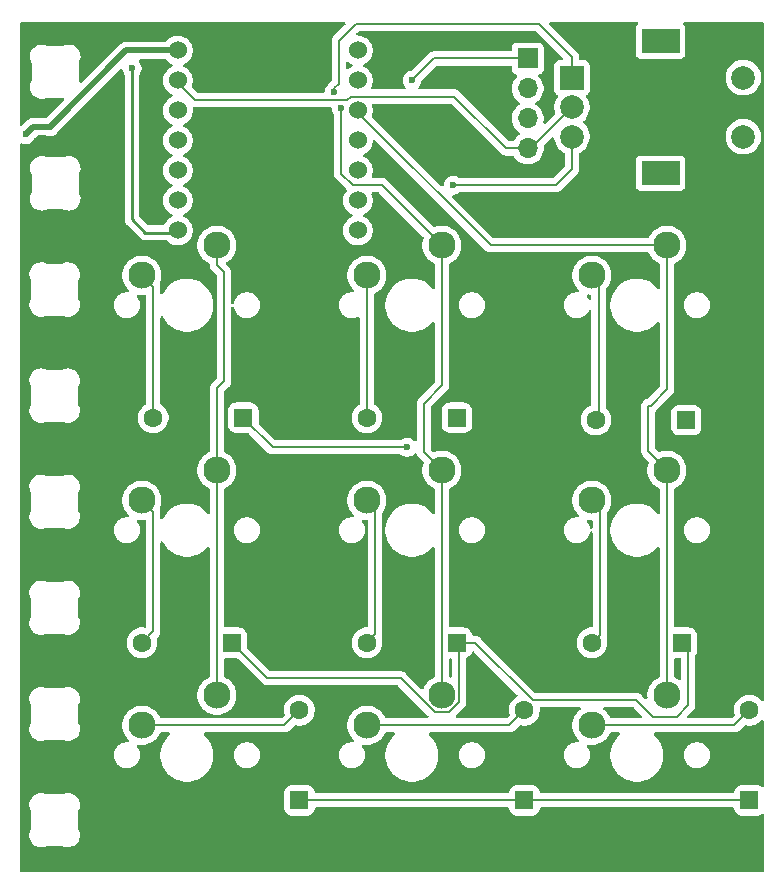
<source format=gbr>
%TF.GenerationSoftware,KiCad,Pcbnew,9.0.6*%
%TF.CreationDate,2025-12-02T16:00:41+08:00*%
%TF.ProjectId,Macropad,4d616372-6f70-4616-942e-6b696361645f,rev?*%
%TF.SameCoordinates,Original*%
%TF.FileFunction,Copper,L1,Top*%
%TF.FilePolarity,Positive*%
%FSLAX46Y46*%
G04 Gerber Fmt 4.6, Leading zero omitted, Abs format (unit mm)*
G04 Created by KiCad (PCBNEW 9.0.6) date 2025-12-02 16:00:41*
%MOMM*%
%LPD*%
G01*
G04 APERTURE LIST*
G04 Aperture macros list*
%AMRoundRect*
0 Rectangle with rounded corners*
0 $1 Rounding radius*
0 $2 $3 $4 $5 $6 $7 $8 $9 X,Y pos of 4 corners*
0 Add a 4 corners polygon primitive as box body*
4,1,4,$2,$3,$4,$5,$6,$7,$8,$9,$2,$3,0*
0 Add four circle primitives for the rounded corners*
1,1,$1+$1,$2,$3*
1,1,$1+$1,$4,$5*
1,1,$1+$1,$6,$7*
1,1,$1+$1,$8,$9*
0 Add four rect primitives between the rounded corners*
20,1,$1+$1,$2,$3,$4,$5,0*
20,1,$1+$1,$4,$5,$6,$7,0*
20,1,$1+$1,$6,$7,$8,$9,0*
20,1,$1+$1,$8,$9,$2,$3,0*%
G04 Aperture macros list end*
%TA.AperFunction,ComponentPad*%
%ADD10R,1.700000X1.700000*%
%TD*%
%TA.AperFunction,ComponentPad*%
%ADD11O,1.700000X1.700000*%
%TD*%
%TA.AperFunction,ComponentPad*%
%ADD12R,2.000000X2.000000*%
%TD*%
%TA.AperFunction,ComponentPad*%
%ADD13C,2.000000*%
%TD*%
%TA.AperFunction,ComponentPad*%
%ADD14R,3.200000X2.000000*%
%TD*%
%TA.AperFunction,ComponentPad*%
%ADD15C,2.300000*%
%TD*%
%TA.AperFunction,ComponentPad*%
%ADD16RoundRect,0.250000X0.550000X0.550000X-0.550000X0.550000X-0.550000X-0.550000X0.550000X-0.550000X0*%
%TD*%
%TA.AperFunction,ComponentPad*%
%ADD17C,1.600000*%
%TD*%
%TA.AperFunction,ComponentPad*%
%ADD18RoundRect,0.250000X0.550000X-0.550000X0.550000X0.550000X-0.550000X0.550000X-0.550000X-0.550000X0*%
%TD*%
%TA.AperFunction,ComponentPad*%
%ADD19C,1.524000*%
%TD*%
%TA.AperFunction,ViaPad*%
%ADD20C,0.600000*%
%TD*%
%TA.AperFunction,Conductor*%
%ADD21C,0.200000*%
%TD*%
%TA.AperFunction,Conductor*%
%ADD22C,0.250000*%
%TD*%
%TA.AperFunction,Conductor*%
%ADD23C,0.500000*%
%TD*%
G04 APERTURE END LIST*
D10*
%TO.P,J1,1,Pin_1*%
%TO.N,/SDA*%
X86000000Y-83880000D03*
D11*
%TO.P,J1,2,Pin_2*%
%TO.N,/SCL*%
X86000000Y-86420000D03*
%TO.P,J1,3,Pin_3*%
%TO.N,+3V3*%
X86000000Y-88960000D03*
%TO.P,J1,4,Pin_4*%
%TO.N,GND*%
X86000000Y-91500000D03*
%TD*%
D12*
%TO.P,SW11,A,A*%
%TO.N,EN1*%
X89750000Y-85500000D03*
D13*
%TO.P,SW11,B,B*%
%TO.N,EN2*%
X89750000Y-90500000D03*
%TO.P,SW11,C,C*%
%TO.N,GND*%
X89750000Y-88000000D03*
D14*
%TO.P,SW11,MP*%
%TO.N,N/C*%
X97250000Y-82400000D03*
X97250000Y-93600000D03*
D13*
%TO.P,SW11,S1,S1*%
%TO.N,unconnected-(SW11-PadS1)*%
X104250000Y-90500000D03*
%TO.P,SW11,S2,S2*%
%TO.N,unconnected-(SW11-PadS2)*%
X104250000Y-85500000D03*
%TD*%
D15*
%TO.P,SW9,2,2*%
%TO.N,Column 2*%
X97790000Y-137795000D03*
%TO.P,SW9,1,1*%
%TO.N,Net-(D12-A)*%
X91440000Y-140335000D03*
%TD*%
%TO.P,SW8,2,2*%
%TO.N,Column 2*%
X97790000Y-118745000D03*
%TO.P,SW8,1,1*%
%TO.N,Net-(D11-A)*%
X91440000Y-121285000D03*
%TD*%
%TO.P,SW7,2,2*%
%TO.N,Column 2*%
X97790000Y-99695000D03*
%TO.P,SW7,1,1*%
%TO.N,Net-(D10-A)*%
X91440000Y-102235000D03*
%TD*%
%TO.P,SW6,2,2*%
%TO.N,Column 1*%
X78740000Y-137795000D03*
%TO.P,SW6,1,1*%
%TO.N,Net-(D9-A)*%
X72390000Y-140335000D03*
%TD*%
%TO.P,SW5,2,2*%
%TO.N,Column 1*%
X78740000Y-118745000D03*
%TO.P,SW5,1,1*%
%TO.N,Net-(D8-A)*%
X72390000Y-121285000D03*
%TD*%
%TO.P,SW4,2,2*%
%TO.N,Column 1*%
X78740000Y-99695000D03*
%TO.P,SW4,1,1*%
%TO.N,Net-(D7-A)*%
X72390000Y-102235000D03*
%TD*%
%TO.P,SW3,2,2*%
%TO.N,Column 0*%
X59690000Y-137795000D03*
%TO.P,SW3,1,1*%
%TO.N,Net-(D5-A)*%
X53340000Y-140335000D03*
%TD*%
%TO.P,SW2,2,2*%
%TO.N,Column 0*%
X59690000Y-118745000D03*
%TO.P,SW2,1,1*%
%TO.N,Net-(D4-A)*%
X53340000Y-121285000D03*
%TD*%
%TO.P,SW1,2,2*%
%TO.N,Column 0*%
X59690000Y-99695000D03*
%TO.P,SW1,1,1*%
%TO.N,Net-(D3-A)*%
X53340000Y-102235000D03*
%TD*%
D16*
%TO.P,D4,1,K*%
%TO.N,Row 1*%
X60960000Y-133350000D03*
D17*
%TO.P,D4,2,A*%
%TO.N,Net-(D4-A)*%
X53340000Y-133350000D03*
%TD*%
D16*
%TO.P,D7,1,K*%
%TO.N,Row 0*%
X80010000Y-114300000D03*
D17*
%TO.P,D7,2,A*%
%TO.N,Net-(D7-A)*%
X72390000Y-114300000D03*
%TD*%
D16*
%TO.P,D8,1,K*%
%TO.N,Row 1*%
X80010000Y-133350000D03*
D17*
%TO.P,D8,2,A*%
%TO.N,Net-(D8-A)*%
X72390000Y-133350000D03*
%TD*%
D18*
%TO.P,D12,1,K*%
%TO.N,Row 2*%
X104775000Y-146685000D03*
D17*
%TO.P,D12,2,A*%
%TO.N,Net-(D12-A)*%
X104775000Y-139065000D03*
%TD*%
D19*
%TO.P,U1,1,GPIO26/ADC0/A0*%
%TO.N,Column 0*%
X71620000Y-83200000D03*
%TO.P,U1,2,GPIO27/ADC1/A1*%
%TO.N,Column 1*%
X71620000Y-85740000D03*
%TO.P,U1,3,GPIO28/ADC2/A2*%
%TO.N,Column 2*%
X71620000Y-88280000D03*
%TO.P,U1,4,GPIO29/ADC3/A3*%
%TO.N,EN1*%
X71620000Y-90820000D03*
%TO.P,U1,5,GPIO6/SDA*%
%TO.N,/SDA*%
X71620000Y-93360000D03*
%TO.P,U1,6,GPIO7/SCL*%
%TO.N,/SCL*%
X71620000Y-95900000D03*
%TO.P,U1,7,GPIO0/TX*%
%TO.N,EN2*%
X71620000Y-98440000D03*
%TO.P,U1,8,GPIO1/RX*%
%TO.N,Net-(LED2-DIN)*%
X56380000Y-98440000D03*
%TO.P,U1,9,GPIO2/SCK*%
%TO.N,Row 0*%
X56380000Y-95900000D03*
%TO.P,U1,10,GPIO4/MISO*%
%TO.N,Row 1*%
X56380000Y-93360000D03*
%TO.P,U1,11,GPIO3/MOSI*%
%TO.N,Row 2*%
X56380000Y-90820000D03*
%TO.P,U1,12,3V3*%
%TO.N,+3V3*%
X56380000Y-88280000D03*
%TO.P,U1,13,GND*%
%TO.N,GND*%
X56380000Y-85740000D03*
%TO.P,U1,14,VBUS*%
%TO.N,+5V*%
X56380000Y-83200000D03*
%TD*%
D18*
%TO.P,D9,1,K*%
%TO.N,Row 2*%
X85725000Y-146685000D03*
D17*
%TO.P,D9,2,A*%
%TO.N,Net-(D9-A)*%
X85725000Y-139065000D03*
%TD*%
D16*
%TO.P,D3,1,K*%
%TO.N,Row 0*%
X61912500Y-114300000D03*
D17*
%TO.P,D3,2,A*%
%TO.N,Net-(D3-A)*%
X54292500Y-114300000D03*
%TD*%
D16*
%TO.P,D11,1,K*%
%TO.N,Row 1*%
X99060000Y-133350000D03*
D17*
%TO.P,D11,2,A*%
%TO.N,Net-(D11-A)*%
X91440000Y-133350000D03*
%TD*%
D16*
%TO.P,D10,1,K*%
%TO.N,Row 0*%
X99410000Y-114500000D03*
D17*
%TO.P,D10,2,A*%
%TO.N,Net-(D10-A)*%
X91790000Y-114500000D03*
%TD*%
D18*
%TO.P,D5,1,K*%
%TO.N,Row 2*%
X66675000Y-146685000D03*
D17*
%TO.P,D5,2,A*%
%TO.N,Net-(D5-A)*%
X66675000Y-139065000D03*
%TD*%
D20*
%TO.N,Row 0*%
X75800000Y-116800000D03*
%TO.N,/SDA*%
X76200000Y-85725000D03*
%TO.N,Column 1*%
X70200000Y-88100000D03*
%TO.N,EN1*%
X69600000Y-86700000D03*
%TO.N,EN2*%
X79700000Y-94600000D03*
%TO.N,Net-(LED2-DIN)*%
X52500000Y-84700000D03*
%TO.N,+5V*%
X45560000Y-89650000D03*
X43500000Y-90310000D03*
%TD*%
D21*
%TO.N,Row 0*%
X61912500Y-114300000D02*
X64412500Y-116800000D01*
X64412500Y-116800000D02*
X75800000Y-116800000D01*
%TO.N,Net-(D3-A)*%
X54292500Y-103187500D02*
X54292500Y-114300000D01*
X53340000Y-102235000D02*
X54292500Y-103187500D01*
%TO.N,Row 1*%
X80191000Y-138396024D02*
X80191000Y-133531000D01*
X63954000Y-136344000D02*
X75236976Y-136344000D01*
X99600000Y-138600000D02*
X99600000Y-133890000D01*
X96600000Y-139600000D02*
X98600000Y-139600000D01*
X79341024Y-139246000D02*
X80191000Y-138396024D01*
X98600000Y-139600000D02*
X99600000Y-138600000D01*
X86417050Y-138200000D02*
X95200000Y-138200000D01*
X80010000Y-133350000D02*
X81567050Y-133350000D01*
X75236976Y-136344000D02*
X78138976Y-139246000D01*
X95200000Y-138200000D02*
X96600000Y-139600000D01*
X78138976Y-139246000D02*
X79341024Y-139246000D01*
X60960000Y-133350000D02*
X63954000Y-136344000D01*
X81567050Y-133350000D02*
X86417050Y-138200000D01*
X80191000Y-133531000D02*
X80010000Y-133350000D01*
X99600000Y-133890000D02*
X99060000Y-133350000D01*
%TO.N,Net-(D4-A)*%
X54300000Y-122245000D02*
X54300000Y-132390000D01*
X53340000Y-121285000D02*
X54300000Y-122245000D01*
X54300000Y-132390000D02*
X53340000Y-133350000D01*
%TO.N,Net-(D5-A)*%
X53340000Y-140335000D02*
X65405000Y-140335000D01*
X65405000Y-140335000D02*
X66675000Y-139065000D01*
%TO.N,Row 2*%
X85725000Y-146685000D02*
X104775000Y-146685000D01*
X66675000Y-146685000D02*
X85725000Y-146685000D01*
%TO.N,Net-(D7-A)*%
X72390000Y-114300000D02*
X72390000Y-102235000D01*
%TO.N,Net-(D8-A)*%
X73100000Y-121995000D02*
X73100000Y-132640000D01*
X72390000Y-121285000D02*
X73100000Y-121995000D01*
X73100000Y-132640000D02*
X72390000Y-133350000D01*
%TO.N,Net-(D9-A)*%
X84455000Y-140335000D02*
X85725000Y-139065000D01*
X72390000Y-140335000D02*
X84455000Y-140335000D01*
%TO.N,Net-(D10-A)*%
X92000000Y-102795000D02*
X92000000Y-114290000D01*
X91440000Y-102235000D02*
X92000000Y-102795000D01*
X92000000Y-114290000D02*
X91790000Y-114500000D01*
%TO.N,Net-(D11-A)*%
X92100000Y-132690000D02*
X91440000Y-133350000D01*
X92100000Y-121945000D02*
X92100000Y-132690000D01*
X91440000Y-121285000D02*
X92100000Y-121945000D01*
%TO.N,Net-(D12-A)*%
X103505000Y-140335000D02*
X104775000Y-139065000D01*
X91440000Y-140335000D02*
X103505000Y-140335000D01*
%TO.N,Column 0*%
X60300000Y-111200000D02*
X59690000Y-111810000D01*
X60300000Y-102000000D02*
X60300000Y-111200000D01*
X59690000Y-118745000D02*
X59690000Y-137795000D01*
X59690000Y-101390000D02*
X60300000Y-102000000D01*
X59690000Y-99695000D02*
X59690000Y-101390000D01*
X59690000Y-111810000D02*
X59690000Y-118745000D01*
%TO.N,Column 1*%
X73645000Y-94600000D02*
X71176690Y-94600000D01*
X70200000Y-93623310D02*
X70200000Y-88100000D01*
X78740000Y-118745000D02*
X79300000Y-119305000D01*
X77200000Y-113100000D02*
X77200000Y-117205000D01*
X78740000Y-99695000D02*
X78740000Y-111560000D01*
X79300000Y-137235000D02*
X78740000Y-137795000D01*
X78740000Y-99695000D02*
X78740000Y-99560000D01*
X78740000Y-99695000D02*
X73645000Y-94600000D01*
X78740000Y-99560000D02*
X78800000Y-99500000D01*
X78740000Y-111560000D02*
X77200000Y-113100000D01*
X71176690Y-94600000D02*
X70200000Y-93623310D01*
X77200000Y-117205000D02*
X78740000Y-118745000D01*
X78740000Y-118745000D02*
X78740000Y-137795000D01*
%TO.N,Column 2*%
X97790000Y-99695000D02*
X97790000Y-111890000D01*
X96400000Y-113300000D02*
X96200000Y-113300000D01*
X96200000Y-117155000D02*
X97790000Y-118745000D01*
X96200000Y-113300000D02*
X96200000Y-117155000D01*
X97790000Y-111890000D02*
X97800000Y-111900000D01*
X97790000Y-118745000D02*
X97790000Y-137795000D01*
X97800000Y-111900000D02*
X96400000Y-113300000D01*
X82855000Y-99695000D02*
X71620000Y-88460000D01*
X97790000Y-99695000D02*
X82855000Y-99695000D01*
%TO.N,EN2*%
X79700000Y-94600000D02*
X79500000Y-94600000D01*
D22*
%TO.N,Net-(LED2-DIN)*%
X52500000Y-84700000D02*
X52500000Y-88625000D01*
X52500000Y-88625000D02*
X52500000Y-97500000D01*
X53620000Y-98620000D02*
X56380000Y-98620000D01*
X52500000Y-97500000D02*
X53620000Y-98620000D01*
D23*
%TO.N,+5V*%
X45560000Y-89650000D02*
X52010000Y-83200000D01*
X52010000Y-83200000D02*
X56380000Y-83200000D01*
X45560000Y-89650000D02*
X44150000Y-89650000D01*
X44150000Y-89650000D02*
X43490000Y-90310000D01*
D21*
%TO.N,EN1*%
X69600000Y-86700000D02*
X69600000Y-86400000D01*
X71437500Y-80962500D02*
X86962500Y-80962500D01*
X70000000Y-82400000D02*
X71437500Y-80962500D01*
X69600000Y-86400000D02*
X70000000Y-86000000D01*
X70000000Y-86000000D02*
X70000000Y-82400000D01*
X86962500Y-80962500D02*
X89750000Y-83750000D01*
X89750000Y-83750000D02*
X89750000Y-85500000D01*
%TO.N,GND*%
X89750000Y-88000000D02*
X86250000Y-91500000D01*
X86250000Y-91500000D02*
X84200000Y-91500000D01*
X84200000Y-91500000D02*
X79800000Y-87100000D01*
X79800000Y-87100000D02*
X71000000Y-87100000D01*
X71000000Y-87100000D02*
X70703000Y-87397000D01*
X57857000Y-87397000D02*
X56380000Y-85920000D01*
X70703000Y-87397000D02*
X57857000Y-87397000D01*
%TO.N,EN2*%
X79700000Y-94600000D02*
X88400000Y-94600000D01*
X88400000Y-94600000D02*
X89750000Y-93250000D01*
X89750000Y-93250000D02*
X89750000Y-90500000D01*
%TO.N,/SDA*%
X76200000Y-85725000D02*
X78045000Y-83880000D01*
X78045000Y-83880000D02*
X86000000Y-83880000D01*
%TD*%
%TA.AperFunction,NonConductor*%
G36*
X70797386Y-84162871D02*
G01*
X70797532Y-84162977D01*
X70797536Y-84162981D01*
X70958306Y-84279787D01*
X71038851Y-84320827D01*
X71114780Y-84359515D01*
X71165576Y-84407490D01*
X71182371Y-84475311D01*
X71159833Y-84541446D01*
X71114780Y-84580485D01*
X70958302Y-84660215D01*
X70797385Y-84777128D01*
X70731579Y-84800608D01*
X70663525Y-84784782D01*
X70614830Y-84734677D01*
X70600500Y-84676810D01*
X70600500Y-84263189D01*
X70620185Y-84196150D01*
X70672989Y-84150395D01*
X70742147Y-84140451D01*
X70797386Y-84162871D01*
G37*
%TD.AperFunction*%
%TA.AperFunction,NonConductor*%
G36*
X86729442Y-81582685D02*
G01*
X86750084Y-81599319D01*
X88938584Y-83787819D01*
X88972069Y-83849142D01*
X88967085Y-83918834D01*
X88925213Y-83974767D01*
X88859749Y-83999184D01*
X88850904Y-83999500D01*
X88702130Y-83999500D01*
X88702123Y-83999501D01*
X88642516Y-84005908D01*
X88507671Y-84056202D01*
X88507664Y-84056206D01*
X88392455Y-84142452D01*
X88392452Y-84142455D01*
X88306206Y-84257664D01*
X88306202Y-84257671D01*
X88255908Y-84392517D01*
X88251727Y-84431413D01*
X88249501Y-84452123D01*
X88249500Y-84452135D01*
X88249500Y-86547870D01*
X88249501Y-86547876D01*
X88255908Y-86607483D01*
X88306202Y-86742328D01*
X88306206Y-86742335D01*
X88392452Y-86857544D01*
X88392455Y-86857547D01*
X88510198Y-86945690D01*
X88552069Y-87001623D01*
X88557053Y-87071315D01*
X88536205Y-87117841D01*
X88466659Y-87213563D01*
X88359433Y-87424003D01*
X88286446Y-87648631D01*
X88249500Y-87881902D01*
X88249500Y-88118097D01*
X88286447Y-88351369D01*
X88286447Y-88351372D01*
X88327450Y-88477564D01*
X88329445Y-88547405D01*
X88297200Y-88603563D01*
X87529274Y-89371489D01*
X87467951Y-89404974D01*
X87398259Y-89399990D01*
X87342326Y-89358118D01*
X87317909Y-89292654D01*
X87319120Y-89264410D01*
X87321403Y-89250000D01*
X87350500Y-89066287D01*
X87350500Y-88853713D01*
X87317246Y-88643757D01*
X87251557Y-88441588D01*
X87155051Y-88252184D01*
X87155049Y-88252181D01*
X87155048Y-88252179D01*
X87030109Y-88080213D01*
X86879786Y-87929890D01*
X86707820Y-87804951D01*
X86707115Y-87804591D01*
X86699054Y-87800485D01*
X86648259Y-87752512D01*
X86631463Y-87684692D01*
X86653999Y-87618556D01*
X86699054Y-87579515D01*
X86707816Y-87575051D01*
X86869563Y-87457536D01*
X86879786Y-87450109D01*
X86879788Y-87450106D01*
X86879792Y-87450104D01*
X87030104Y-87299792D01*
X87030106Y-87299788D01*
X87030109Y-87299786D01*
X87155048Y-87127820D01*
X87155047Y-87127820D01*
X87155051Y-87127816D01*
X87251557Y-86938412D01*
X87317246Y-86736243D01*
X87350500Y-86526287D01*
X87350500Y-86313713D01*
X87317246Y-86103757D01*
X87251557Y-85901588D01*
X87155051Y-85712184D01*
X87155049Y-85712181D01*
X87155048Y-85712179D01*
X87030109Y-85540213D01*
X86916569Y-85426673D01*
X86883084Y-85365350D01*
X86888068Y-85295658D01*
X86929940Y-85239725D01*
X86960915Y-85222810D01*
X87092331Y-85173796D01*
X87207546Y-85087546D01*
X87293796Y-84972331D01*
X87344091Y-84837483D01*
X87350500Y-84777873D01*
X87350499Y-82982128D01*
X87344091Y-82922517D01*
X87337320Y-82904364D01*
X87293797Y-82787671D01*
X87293793Y-82787664D01*
X87207547Y-82672455D01*
X87207544Y-82672452D01*
X87092335Y-82586206D01*
X87092328Y-82586202D01*
X86957482Y-82535908D01*
X86957483Y-82535908D01*
X86897883Y-82529501D01*
X86897881Y-82529500D01*
X86897873Y-82529500D01*
X86897864Y-82529500D01*
X85102129Y-82529500D01*
X85102123Y-82529501D01*
X85042516Y-82535908D01*
X84907671Y-82586202D01*
X84907664Y-82586206D01*
X84792455Y-82672452D01*
X84792452Y-82672455D01*
X84706206Y-82787664D01*
X84706202Y-82787671D01*
X84655908Y-82922517D01*
X84652369Y-82955438D01*
X84649501Y-82982123D01*
X84649500Y-82982135D01*
X84649500Y-83155500D01*
X84629815Y-83222539D01*
X84577011Y-83268294D01*
X84525500Y-83279500D01*
X78131669Y-83279500D01*
X78131653Y-83279499D01*
X78124057Y-83279499D01*
X77965943Y-83279499D01*
X77858587Y-83308265D01*
X77813210Y-83320424D01*
X77813209Y-83320425D01*
X77763096Y-83349359D01*
X77763095Y-83349360D01*
X77719689Y-83374420D01*
X77676285Y-83399479D01*
X77676282Y-83399481D01*
X76185339Y-84890425D01*
X76124016Y-84923910D01*
X76121850Y-84924361D01*
X75966508Y-84955261D01*
X75966498Y-84955264D01*
X75820827Y-85015602D01*
X75820814Y-85015609D01*
X75689711Y-85103210D01*
X75689707Y-85103213D01*
X75578213Y-85214707D01*
X75578210Y-85214711D01*
X75490609Y-85345814D01*
X75490602Y-85345827D01*
X75430264Y-85491498D01*
X75430261Y-85491510D01*
X75399500Y-85646153D01*
X75399500Y-85803846D01*
X75430261Y-85958489D01*
X75430264Y-85958501D01*
X75490602Y-86104172D01*
X75490609Y-86104185D01*
X75578210Y-86235288D01*
X75578213Y-86235292D01*
X75630740Y-86287819D01*
X75664225Y-86349142D01*
X75659241Y-86418834D01*
X75617369Y-86474767D01*
X75551905Y-86499184D01*
X75543059Y-86499500D01*
X72852302Y-86499500D01*
X72785263Y-86479815D01*
X72739508Y-86427011D01*
X72729564Y-86357853D01*
X72741818Y-86319204D01*
X72790003Y-86224637D01*
X72790006Y-86224629D01*
X72792219Y-86217815D01*
X72851413Y-86035636D01*
X72882500Y-85839361D01*
X72882500Y-85640639D01*
X72851413Y-85444364D01*
X72790005Y-85255368D01*
X72790005Y-85255367D01*
X72735620Y-85148632D01*
X72699787Y-85078306D01*
X72582981Y-84917536D01*
X72442464Y-84777019D01*
X72281694Y-84660213D01*
X72125218Y-84580484D01*
X72074423Y-84532510D01*
X72057628Y-84464689D01*
X72080165Y-84398554D01*
X72125218Y-84359515D01*
X72281694Y-84279787D01*
X72442464Y-84162981D01*
X72582981Y-84022464D01*
X72699787Y-83861694D01*
X72790005Y-83684632D01*
X72851413Y-83495636D01*
X72882500Y-83299361D01*
X72882500Y-83100639D01*
X72851413Y-82904364D01*
X72816479Y-82796846D01*
X72790006Y-82715370D01*
X72790005Y-82715367D01*
X72699786Y-82538305D01*
X72698045Y-82535909D01*
X72582981Y-82377536D01*
X72442464Y-82237019D01*
X72281694Y-82120213D01*
X72256104Y-82107174D01*
X72104632Y-82029994D01*
X72104629Y-82029993D01*
X71915637Y-81968587D01*
X71817498Y-81953043D01*
X71719361Y-81937500D01*
X71611097Y-81937500D01*
X71589851Y-81931261D01*
X71567763Y-81929682D01*
X71556979Y-81921609D01*
X71544058Y-81917815D01*
X71529558Y-81901081D01*
X71511830Y-81887810D01*
X71507122Y-81875189D01*
X71498303Y-81865011D01*
X71495151Y-81843093D01*
X71487413Y-81822346D01*
X71490275Y-81809185D01*
X71488359Y-81795853D01*
X71497558Y-81775709D01*
X71502265Y-81754073D01*
X71515533Y-81736347D01*
X71517384Y-81732297D01*
X71523416Y-81725819D01*
X71649916Y-81599319D01*
X71711239Y-81565834D01*
X71737597Y-81563000D01*
X86662403Y-81563000D01*
X86729442Y-81582685D01*
G37*
%TD.AperFunction*%
%TA.AperFunction,NonConductor*%
G36*
X70517942Y-80820185D02*
G01*
X70563697Y-80872989D01*
X70573641Y-80942147D01*
X70544616Y-81005703D01*
X70538584Y-81012181D01*
X69631286Y-81919478D01*
X69519481Y-82031282D01*
X69519477Y-82031287D01*
X69475665Y-82107174D01*
X69440423Y-82168215D01*
X69399499Y-82320943D01*
X69399499Y-82320945D01*
X69399499Y-82489046D01*
X69399500Y-82489059D01*
X69399500Y-85699902D01*
X69379815Y-85766941D01*
X69363181Y-85787583D01*
X69119482Y-86031281D01*
X69119475Y-86031290D01*
X69104200Y-86057747D01*
X69084496Y-86083425D01*
X68978213Y-86189707D01*
X68978210Y-86189711D01*
X68890609Y-86320814D01*
X68890602Y-86320827D01*
X68830264Y-86466498D01*
X68830261Y-86466510D01*
X68799500Y-86621153D01*
X68799500Y-86672500D01*
X68779815Y-86739539D01*
X68727011Y-86785294D01*
X68675500Y-86796500D01*
X58157097Y-86796500D01*
X58090058Y-86776815D01*
X58069416Y-86760181D01*
X57599778Y-86290543D01*
X57566293Y-86229220D01*
X57569527Y-86164546D01*
X57611413Y-86035636D01*
X57642500Y-85839361D01*
X57642500Y-85640639D01*
X57611413Y-85444364D01*
X57550005Y-85255368D01*
X57550005Y-85255367D01*
X57495620Y-85148632D01*
X57459787Y-85078306D01*
X57342981Y-84917536D01*
X57202464Y-84777019D01*
X57041694Y-84660213D01*
X56885218Y-84580484D01*
X56834423Y-84532510D01*
X56817628Y-84464689D01*
X56840165Y-84398554D01*
X56885218Y-84359515D01*
X57041694Y-84279787D01*
X57202464Y-84162981D01*
X57342981Y-84022464D01*
X57459787Y-83861694D01*
X57550005Y-83684632D01*
X57611413Y-83495636D01*
X57642500Y-83299361D01*
X57642500Y-83100639D01*
X57611413Y-82904364D01*
X57576479Y-82796846D01*
X57550006Y-82715370D01*
X57550005Y-82715367D01*
X57459786Y-82538305D01*
X57458045Y-82535909D01*
X57342981Y-82377536D01*
X57202464Y-82237019D01*
X57041694Y-82120213D01*
X57016104Y-82107174D01*
X56864632Y-82029994D01*
X56864629Y-82029993D01*
X56675637Y-81968587D01*
X56577498Y-81953043D01*
X56479361Y-81937500D01*
X56280639Y-81937500D01*
X56215214Y-81947862D01*
X56084362Y-81968587D01*
X55895370Y-82029993D01*
X55895367Y-82029994D01*
X55718305Y-82120213D01*
X55557533Y-82237021D01*
X55417020Y-82377534D01*
X55401871Y-82398386D01*
X55346540Y-82441051D01*
X55301553Y-82449500D01*
X51936080Y-82449500D01*
X51791092Y-82478340D01*
X51791082Y-82478343D01*
X51654511Y-82534912D01*
X51654498Y-82534919D01*
X51531584Y-82617048D01*
X51531580Y-82617051D01*
X48244487Y-85904144D01*
X48222537Y-85916129D01*
X48202874Y-85931588D01*
X48192398Y-85932586D01*
X48183164Y-85937629D01*
X48158215Y-85935844D01*
X48133319Y-85938218D01*
X48123968Y-85933395D01*
X48113472Y-85932645D01*
X48093448Y-85917654D01*
X48071222Y-85906192D01*
X48063173Y-85894991D01*
X48057539Y-85890773D01*
X48049409Y-85878446D01*
X48046521Y-85873442D01*
X48046383Y-85873060D01*
X48037817Y-85858361D01*
X48037722Y-85858196D01*
X48037687Y-85858051D01*
X48037328Y-85857331D01*
X48017442Y-85823305D01*
X48000499Y-85760737D01*
X48000499Y-84279598D01*
X48000500Y-84271414D01*
X48000506Y-84271392D01*
X48000502Y-84239233D01*
X48000584Y-84238953D01*
X48017435Y-84176694D01*
X48033691Y-84148870D01*
X48033692Y-84148866D01*
X48037288Y-84142711D01*
X48038110Y-84141059D01*
X48046350Y-84126922D01*
X48108421Y-83955200D01*
X48138382Y-83775079D01*
X48135241Y-83592510D01*
X48135241Y-83592508D01*
X48099105Y-83413533D01*
X48099102Y-83413523D01*
X48053338Y-83299360D01*
X48031162Y-83244040D01*
X47975247Y-83155500D01*
X47933666Y-83089658D01*
X47933657Y-83089646D01*
X47809830Y-82955469D01*
X47809828Y-82955467D01*
X47736774Y-82900681D01*
X47663747Y-82845915D01*
X47663744Y-82845913D01*
X47663742Y-82845912D01*
X47663743Y-82845912D01*
X47500244Y-82764614D01*
X47324738Y-82714259D01*
X47324734Y-82714258D01*
X47324733Y-82714258D01*
X47324728Y-82714257D01*
X47324725Y-82714257D01*
X47143004Y-82696503D01*
X47143003Y-82696503D01*
X47122296Y-82698259D01*
X46961064Y-82711939D01*
X46961059Y-82711940D01*
X46784921Y-82760055D01*
X46784912Y-82760058D01*
X46769815Y-82767303D01*
X46769747Y-82767336D01*
X46762299Y-82770903D01*
X46762046Y-82770952D01*
X46728699Y-82787001D01*
X46728023Y-82787325D01*
X46727258Y-82787449D01*
X46674437Y-82799496D01*
X46628997Y-82799492D01*
X46628859Y-82799501D01*
X45325576Y-82799501D01*
X45313910Y-82796846D01*
X45305595Y-82797881D01*
X45271926Y-82787294D01*
X45259857Y-82781502D01*
X45248547Y-82776060D01*
X45230933Y-82767586D01*
X45230491Y-82767408D01*
X45215091Y-82760018D01*
X45215079Y-82760014D01*
X45038944Y-82711900D01*
X45038936Y-82711899D01*
X44903719Y-82700428D01*
X44856993Y-82696464D01*
X44856992Y-82696464D01*
X44856991Y-82696464D01*
X44675257Y-82714219D01*
X44587495Y-82739400D01*
X44499735Y-82764581D01*
X44499733Y-82764582D01*
X44499729Y-82764583D01*
X44336232Y-82845881D01*
X44190145Y-82955438D01*
X44066305Y-83089631D01*
X44066300Y-83089637D01*
X43968802Y-83244022D01*
X43968802Y-83244023D01*
X43900859Y-83413513D01*
X43900857Y-83413523D01*
X43864719Y-83592505D01*
X43861579Y-83775086D01*
X43891539Y-83955203D01*
X43891542Y-83955216D01*
X43953613Y-84126936D01*
X43953615Y-84126939D01*
X43961025Y-84139656D01*
X43962066Y-84141441D01*
X43962123Y-84141540D01*
X43966240Y-84148620D01*
X43966309Y-84148870D01*
X43982472Y-84176537D01*
X43982490Y-84176567D01*
X43982562Y-84176691D01*
X43982691Y-84176912D01*
X43983362Y-84179644D01*
X43999496Y-84239252D01*
X43999493Y-84279598D01*
X43999500Y-84279703D01*
X43999500Y-85720693D01*
X43999499Y-85728584D01*
X43999493Y-85728608D01*
X43999495Y-85758542D01*
X43999495Y-85760769D01*
X43999412Y-85761050D01*
X43982564Y-85823301D01*
X43962780Y-85857166D01*
X43961927Y-85858875D01*
X43960901Y-85860637D01*
X43953648Y-85873084D01*
X43891581Y-86044792D01*
X43891577Y-86044808D01*
X43861619Y-86224918D01*
X43864759Y-86407492D01*
X43900894Y-86586465D01*
X43900897Y-86586476D01*
X43968837Y-86755957D01*
X43968837Y-86755958D01*
X44066332Y-86910338D01*
X44066334Y-86910341D01*
X44066337Y-86910345D01*
X44190172Y-87044531D01*
X44336252Y-87154083D01*
X44499750Y-87235382D01*
X44675263Y-87285741D01*
X44856993Y-87303496D01*
X45038935Y-87288060D01*
X45215077Y-87239944D01*
X45231548Y-87232038D01*
X45237735Y-87229075D01*
X45238040Y-87229019D01*
X45272013Y-87212660D01*
X45272927Y-87212512D01*
X45325570Y-87200499D01*
X46648771Y-87200499D01*
X46715810Y-87220184D01*
X46761565Y-87272988D01*
X46771509Y-87342146D01*
X46742484Y-87405702D01*
X46736452Y-87412180D01*
X45285451Y-88863181D01*
X45224128Y-88896666D01*
X45197770Y-88899500D01*
X44076080Y-88899500D01*
X43931092Y-88928340D01*
X43931082Y-88928343D01*
X43794511Y-88984912D01*
X43794504Y-88984916D01*
X43778992Y-88995281D01*
X43771183Y-89000499D01*
X43771182Y-89000499D01*
X43671589Y-89067044D01*
X43671581Y-89067050D01*
X43212181Y-89526450D01*
X43150858Y-89559935D01*
X43081166Y-89554951D01*
X43025233Y-89513079D01*
X43000816Y-89447615D01*
X43000500Y-89438769D01*
X43000500Y-80924500D01*
X43020185Y-80857461D01*
X43072989Y-80811706D01*
X43124500Y-80800500D01*
X70450903Y-80800500D01*
X70517942Y-80820185D01*
G37*
%TD.AperFunction*%
%TA.AperFunction,NonConductor*%
G36*
X84534186Y-84483050D02*
G01*
X84543148Y-84481762D01*
X84567188Y-84492740D01*
X84592540Y-84500185D01*
X84598467Y-84507025D01*
X84606704Y-84510787D01*
X84620993Y-84533021D01*
X84638295Y-84552989D01*
X84640582Y-84563503D01*
X84644478Y-84569565D01*
X84649501Y-84604500D01*
X84649501Y-84777876D01*
X84655908Y-84837483D01*
X84706202Y-84972328D01*
X84706206Y-84972335D01*
X84792452Y-85087544D01*
X84792455Y-85087547D01*
X84907664Y-85173793D01*
X84907671Y-85173797D01*
X85039082Y-85222810D01*
X85095016Y-85264681D01*
X85119433Y-85330145D01*
X85104582Y-85398418D01*
X85083431Y-85426673D01*
X84969889Y-85540215D01*
X84844951Y-85712179D01*
X84748444Y-85901585D01*
X84748443Y-85901587D01*
X84748443Y-85901588D01*
X84736733Y-85937629D01*
X84682753Y-86103760D01*
X84660802Y-86242355D01*
X84649500Y-86313713D01*
X84649500Y-86526287D01*
X84655230Y-86562464D01*
X84681968Y-86731284D01*
X84682754Y-86736243D01*
X84739323Y-86910345D01*
X84748444Y-86938414D01*
X84844951Y-87127820D01*
X84969890Y-87299786D01*
X85120213Y-87450109D01*
X85292182Y-87575050D01*
X85300946Y-87579516D01*
X85351742Y-87627491D01*
X85368536Y-87695312D01*
X85345998Y-87761447D01*
X85300946Y-87800484D01*
X85292182Y-87804949D01*
X85120213Y-87929890D01*
X84969890Y-88080213D01*
X84844951Y-88252179D01*
X84748444Y-88441585D01*
X84682753Y-88643760D01*
X84649500Y-88853713D01*
X84649500Y-89066286D01*
X84680879Y-89264410D01*
X84682754Y-89276243D01*
X84738436Y-89447615D01*
X84748444Y-89478414D01*
X84844951Y-89667820D01*
X84969890Y-89839786D01*
X85120213Y-89990109D01*
X85292182Y-90115050D01*
X85300946Y-90119516D01*
X85351742Y-90167491D01*
X85368536Y-90235312D01*
X85345998Y-90301447D01*
X85300946Y-90340484D01*
X85292182Y-90344949D01*
X85120213Y-90469890D01*
X84969890Y-90620213D01*
X84844948Y-90792184D01*
X84844947Y-90792185D01*
X84824765Y-90831795D01*
X84814316Y-90842857D01*
X84807994Y-90856703D01*
X84790812Y-90867744D01*
X84776791Y-90882591D01*
X84761111Y-90886832D01*
X84749216Y-90894477D01*
X84714281Y-90899500D01*
X84500098Y-90899500D01*
X84433059Y-90879815D01*
X84412417Y-90863181D01*
X80287590Y-86738355D01*
X80287588Y-86738352D01*
X80168717Y-86619481D01*
X80168716Y-86619480D01*
X80081904Y-86569360D01*
X80081904Y-86569359D01*
X80081900Y-86569358D01*
X80031785Y-86540423D01*
X79879057Y-86499499D01*
X79720943Y-86499499D01*
X79713347Y-86499499D01*
X79713331Y-86499500D01*
X76856941Y-86499500D01*
X76789902Y-86479815D01*
X76744147Y-86427011D01*
X76734203Y-86357853D01*
X76763228Y-86294297D01*
X76769260Y-86287819D01*
X76821786Y-86235292D01*
X76821789Y-86235289D01*
X76909394Y-86104179D01*
X76969737Y-85958497D01*
X76996629Y-85823305D01*
X77000638Y-85803150D01*
X77033023Y-85741239D01*
X77034518Y-85739716D01*
X78257416Y-84516819D01*
X78318739Y-84483334D01*
X78345097Y-84480500D01*
X84525501Y-84480500D01*
X84534186Y-84483050D01*
G37*
%TD.AperFunction*%
%TA.AperFunction,NonConductor*%
G36*
X79566942Y-87720185D02*
G01*
X79587583Y-87736818D01*
X83831284Y-91980520D01*
X83831286Y-91980521D01*
X83831290Y-91980524D01*
X83897161Y-92018554D01*
X83968216Y-92059577D01*
X84120943Y-92100501D01*
X84120945Y-92100501D01*
X84286654Y-92100501D01*
X84286670Y-92100500D01*
X84714281Y-92100500D01*
X84781320Y-92120185D01*
X84824765Y-92168205D01*
X84844947Y-92207814D01*
X84844948Y-92207815D01*
X84969890Y-92379786D01*
X85120213Y-92530109D01*
X85292179Y-92655048D01*
X85292181Y-92655049D01*
X85292184Y-92655051D01*
X85481588Y-92751557D01*
X85683757Y-92817246D01*
X85893713Y-92850500D01*
X85893714Y-92850500D01*
X86106286Y-92850500D01*
X86106287Y-92850500D01*
X86316243Y-92817246D01*
X86518412Y-92751557D01*
X86707816Y-92655051D01*
X86849469Y-92552135D01*
X86879786Y-92530109D01*
X86879788Y-92530106D01*
X86879792Y-92530104D01*
X87030104Y-92379792D01*
X87030106Y-92379788D01*
X87030109Y-92379786D01*
X87155048Y-92207820D01*
X87155047Y-92207820D01*
X87155051Y-92207816D01*
X87251557Y-92018412D01*
X87317246Y-91816243D01*
X87350500Y-91606287D01*
X87350500Y-91393713D01*
X87340560Y-91330957D01*
X87349514Y-91261668D01*
X87375349Y-91223884D01*
X88040725Y-90558508D01*
X88102046Y-90525025D01*
X88171738Y-90530009D01*
X88227671Y-90571881D01*
X88250877Y-90626793D01*
X88286446Y-90851368D01*
X88359433Y-91075996D01*
X88457549Y-91268557D01*
X88466657Y-91286433D01*
X88605483Y-91477510D01*
X88772490Y-91644517D01*
X88915797Y-91748636D01*
X88963568Y-91783344D01*
X89028129Y-91816239D01*
X89081794Y-91843582D01*
X89132590Y-91891556D01*
X89149500Y-91954067D01*
X89149500Y-92949903D01*
X89129815Y-93016942D01*
X89113181Y-93037584D01*
X88187584Y-93963181D01*
X88126261Y-93996666D01*
X88099903Y-93999500D01*
X80279766Y-93999500D01*
X80212727Y-93979815D01*
X80210875Y-93978602D01*
X80079185Y-93890609D01*
X80079172Y-93890602D01*
X79933501Y-93830264D01*
X79933489Y-93830261D01*
X79778845Y-93799500D01*
X79778842Y-93799500D01*
X79621158Y-93799500D01*
X79621155Y-93799500D01*
X79466510Y-93830261D01*
X79466498Y-93830264D01*
X79320827Y-93890602D01*
X79320814Y-93890609D01*
X79189711Y-93978210D01*
X79189707Y-93978213D01*
X79078213Y-94089707D01*
X79078210Y-94089711D01*
X78990609Y-94220814D01*
X78990602Y-94220827D01*
X78930263Y-94366500D01*
X78930261Y-94366506D01*
X78902409Y-94506524D01*
X78902408Y-94506529D01*
X78899665Y-94520323D01*
X78899500Y-94520943D01*
X78899500Y-94592991D01*
X78899430Y-94595072D01*
X78889092Y-94626346D01*
X78879815Y-94657942D01*
X78878180Y-94659357D01*
X78877502Y-94661412D01*
X78851885Y-94682143D01*
X78827011Y-94703697D01*
X78824872Y-94704004D01*
X78823190Y-94705366D01*
X78790442Y-94708955D01*
X78757853Y-94713641D01*
X78755885Y-94712742D01*
X78753736Y-94712978D01*
X78724254Y-94698297D01*
X78694297Y-94684616D01*
X78691441Y-94681957D01*
X78691192Y-94681833D01*
X78691046Y-94681589D01*
X78687819Y-94678584D01*
X72839778Y-88830543D01*
X72806293Y-88769220D01*
X72809527Y-88704546D01*
X72851413Y-88575636D01*
X72882500Y-88379361D01*
X72882500Y-88180639D01*
X72851413Y-87984364D01*
X72831749Y-87923844D01*
X72811921Y-87862818D01*
X72809926Y-87792977D01*
X72846007Y-87733144D01*
X72908708Y-87702316D01*
X72929852Y-87700500D01*
X79499903Y-87700500D01*
X79566942Y-87720185D01*
G37*
%TD.AperFunction*%
%TA.AperFunction,NonConductor*%
G36*
X55306802Y-83952041D02*
G01*
X55312163Y-83950955D01*
X55339965Y-83961779D01*
X55368592Y-83970185D01*
X55373526Y-83974845D01*
X55377273Y-83976304D01*
X55401869Y-84001612D01*
X55417019Y-84022464D01*
X55557536Y-84162981D01*
X55718306Y-84279787D01*
X55798851Y-84320827D01*
X55874780Y-84359515D01*
X55925576Y-84407490D01*
X55942371Y-84475311D01*
X55919833Y-84541446D01*
X55874780Y-84580485D01*
X55718305Y-84660213D01*
X55557533Y-84777021D01*
X55417021Y-84917533D01*
X55300213Y-85078305D01*
X55209994Y-85255367D01*
X55209993Y-85255370D01*
X55148587Y-85444362D01*
X55121071Y-85618092D01*
X55117500Y-85640639D01*
X55117500Y-85839361D01*
X55125643Y-85890773D01*
X55148587Y-86035637D01*
X55209993Y-86224629D01*
X55209994Y-86224632D01*
X55272237Y-86346789D01*
X55300213Y-86401694D01*
X55417019Y-86562464D01*
X55557536Y-86702981D01*
X55718306Y-86819787D01*
X55792406Y-86857543D01*
X55874780Y-86899515D01*
X55925576Y-86947490D01*
X55942371Y-87015311D01*
X55919833Y-87081446D01*
X55874780Y-87120485D01*
X55718305Y-87200213D01*
X55557533Y-87317021D01*
X55417021Y-87457533D01*
X55300213Y-87618305D01*
X55209994Y-87795367D01*
X55209993Y-87795370D01*
X55148587Y-87984362D01*
X55117500Y-88180639D01*
X55117500Y-88379360D01*
X55148587Y-88575637D01*
X55209993Y-88764629D01*
X55209994Y-88764632D01*
X55243578Y-88830543D01*
X55300213Y-88941694D01*
X55417019Y-89102464D01*
X55557536Y-89242981D01*
X55718306Y-89359787D01*
X55806990Y-89404974D01*
X55874780Y-89439515D01*
X55925576Y-89487490D01*
X55942371Y-89555311D01*
X55919833Y-89621446D01*
X55874780Y-89660485D01*
X55718305Y-89740213D01*
X55557533Y-89857021D01*
X55417021Y-89997533D01*
X55300213Y-90158305D01*
X55209994Y-90335367D01*
X55209993Y-90335370D01*
X55148587Y-90524362D01*
X55143179Y-90558510D01*
X55117500Y-90720639D01*
X55117500Y-90919361D01*
X55120610Y-90938997D01*
X55148587Y-91115637D01*
X55209993Y-91304629D01*
X55209994Y-91304632D01*
X55223410Y-91330961D01*
X55300213Y-91481694D01*
X55417019Y-91642464D01*
X55557536Y-91782981D01*
X55718306Y-91899787D01*
X55824836Y-91954067D01*
X55874780Y-91979515D01*
X55925576Y-92027490D01*
X55942371Y-92095311D01*
X55919833Y-92161446D01*
X55874780Y-92200485D01*
X55718305Y-92280213D01*
X55557533Y-92397021D01*
X55417021Y-92537533D01*
X55300213Y-92698305D01*
X55209994Y-92875367D01*
X55209993Y-92875370D01*
X55148587Y-93064362D01*
X55124855Y-93214203D01*
X55117500Y-93260639D01*
X55117500Y-93459361D01*
X55118288Y-93464336D01*
X55148587Y-93655637D01*
X55209993Y-93844629D01*
X55209994Y-93844632D01*
X55300213Y-94021694D01*
X55417019Y-94182464D01*
X55557536Y-94322981D01*
X55718306Y-94439787D01*
X55836832Y-94500179D01*
X55874780Y-94519515D01*
X55925576Y-94567490D01*
X55942371Y-94635311D01*
X55919833Y-94701446D01*
X55874780Y-94740485D01*
X55718305Y-94820213D01*
X55557533Y-94937021D01*
X55417021Y-95077533D01*
X55300213Y-95238305D01*
X55209994Y-95415367D01*
X55209993Y-95415370D01*
X55148587Y-95604362D01*
X55117500Y-95800639D01*
X55117500Y-95999360D01*
X55148587Y-96195637D01*
X55209993Y-96384629D01*
X55209994Y-96384632D01*
X55269212Y-96500852D01*
X55300213Y-96561694D01*
X55417019Y-96722464D01*
X55557536Y-96862981D01*
X55718306Y-96979787D01*
X55836832Y-97040179D01*
X55874780Y-97059515D01*
X55925576Y-97107490D01*
X55942371Y-97175311D01*
X55919833Y-97241446D01*
X55874780Y-97280485D01*
X55718305Y-97360213D01*
X55557533Y-97477021D01*
X55417021Y-97617533D01*
X55300213Y-97778305D01*
X55224554Y-97926795D01*
X55176579Y-97977591D01*
X55114069Y-97994500D01*
X53930452Y-97994500D01*
X53863413Y-97974815D01*
X53842771Y-97958181D01*
X53161819Y-97277229D01*
X53128334Y-97215906D01*
X53125500Y-97189548D01*
X53125500Y-85242350D01*
X53145185Y-85175311D01*
X53146398Y-85173459D01*
X53162987Y-85148632D01*
X53209394Y-85079179D01*
X53269737Y-84933497D01*
X53300500Y-84778842D01*
X53300500Y-84621158D01*
X53300500Y-84621155D01*
X53300499Y-84621153D01*
X53297186Y-84604500D01*
X53269737Y-84466503D01*
X53263778Y-84452116D01*
X53209397Y-84320827D01*
X53209390Y-84320814D01*
X53121789Y-84189711D01*
X53121786Y-84189707D01*
X53094260Y-84162181D01*
X53060775Y-84100858D01*
X53065759Y-84031166D01*
X53107631Y-83975233D01*
X53173095Y-83950816D01*
X53181941Y-83950500D01*
X55301553Y-83950500D01*
X55306802Y-83952041D01*
G37*
%TD.AperFunction*%
%TA.AperFunction,NonConductor*%
G36*
X79533539Y-134670184D02*
G01*
X79579294Y-134722988D01*
X79590500Y-134774499D01*
X79590500Y-136173601D01*
X79589725Y-136176240D01*
X79590386Y-136178909D01*
X79579939Y-136209565D01*
X79570815Y-136240640D01*
X79568737Y-136242440D01*
X79567850Y-136245044D01*
X79542480Y-136265192D01*
X79518011Y-136286395D01*
X79515290Y-136286786D01*
X79513136Y-136288497D01*
X79480907Y-136291730D01*
X79448853Y-136296339D01*
X79445514Y-136295280D01*
X79443615Y-136295471D01*
X79410207Y-136284087D01*
X79408207Y-136283068D01*
X79357410Y-136235095D01*
X79340500Y-136172582D01*
X79340500Y-134774499D01*
X79360185Y-134707460D01*
X79412989Y-134661705D01*
X79464496Y-134650499D01*
X79466502Y-134650499D01*
X79533539Y-134670184D01*
G37*
%TD.AperFunction*%
%TA.AperFunction,NonConductor*%
G36*
X98942539Y-134670184D02*
G01*
X98988294Y-134722988D01*
X98999500Y-134774499D01*
X98999500Y-136390259D01*
X98979815Y-136457298D01*
X98927011Y-136503053D01*
X98857853Y-136512997D01*
X98802615Y-136490577D01*
X98655054Y-136383368D01*
X98655053Y-136383367D01*
X98655051Y-136383366D01*
X98458203Y-136283066D01*
X98407409Y-136235093D01*
X98390500Y-136172583D01*
X98390500Y-134774499D01*
X98410185Y-134707460D01*
X98462989Y-134661705D01*
X98514495Y-134650499D01*
X98875500Y-134650499D01*
X98942539Y-134670184D01*
G37*
%TD.AperFunction*%
%TA.AperFunction,NonConductor*%
G36*
X73087703Y-90777384D02*
G01*
X73094181Y-90783416D01*
X82370139Y-100059374D01*
X82370149Y-100059385D01*
X82374479Y-100063715D01*
X82374480Y-100063716D01*
X82486284Y-100175520D01*
X82486286Y-100175521D01*
X82486290Y-100175524D01*
X82623209Y-100254573D01*
X82623216Y-100254577D01*
X82735019Y-100284534D01*
X82775942Y-100295500D01*
X82775943Y-100295500D01*
X96167583Y-100295500D01*
X96234622Y-100315185D01*
X96278066Y-100363203D01*
X96378366Y-100560051D01*
X96531069Y-100770229D01*
X96714771Y-100953931D01*
X96924949Y-101106634D01*
X97121796Y-101206933D01*
X97172591Y-101254907D01*
X97189500Y-101317417D01*
X97189500Y-103250482D01*
X97169815Y-103317521D01*
X97117011Y-103363276D01*
X97047853Y-103373220D01*
X96984297Y-103344195D01*
X96967125Y-103325969D01*
X96941054Y-103291993D01*
X96941045Y-103291983D01*
X96733016Y-103083954D01*
X96733009Y-103083948D01*
X96499605Y-102904851D01*
X96499603Y-102904849D01*
X96499597Y-102904845D01*
X96499592Y-102904842D01*
X96499589Y-102904840D01*
X96244810Y-102757742D01*
X96244794Y-102757734D01*
X95972994Y-102645152D01*
X95881238Y-102620566D01*
X95688800Y-102569002D01*
X95688799Y-102569001D01*
X95688796Y-102569001D01*
X95397116Y-102530601D01*
X95397111Y-102530600D01*
X95397106Y-102530600D01*
X95102894Y-102530600D01*
X95102888Y-102530600D01*
X95102883Y-102530601D01*
X94811203Y-102569001D01*
X94527005Y-102645152D01*
X94255205Y-102757734D01*
X94255189Y-102757742D01*
X94000410Y-102904840D01*
X94000394Y-102904851D01*
X93766990Y-103083948D01*
X93766983Y-103083954D01*
X93558954Y-103291983D01*
X93558948Y-103291990D01*
X93379851Y-103525394D01*
X93379840Y-103525410D01*
X93232742Y-103780189D01*
X93232734Y-103780205D01*
X93120152Y-104052005D01*
X93044001Y-104336203D01*
X93005601Y-104627883D01*
X93005600Y-104627900D01*
X93005600Y-104922099D01*
X93005601Y-104922116D01*
X93041845Y-105197420D01*
X93044002Y-105213800D01*
X93116722Y-105485195D01*
X93120152Y-105497994D01*
X93232734Y-105769794D01*
X93232742Y-105769810D01*
X93379840Y-106024589D01*
X93379851Y-106024605D01*
X93558948Y-106258009D01*
X93558954Y-106258016D01*
X93766983Y-106466045D01*
X93766989Y-106466050D01*
X94000403Y-106645155D01*
X94000410Y-106645159D01*
X94255189Y-106792257D01*
X94255205Y-106792265D01*
X94527005Y-106904847D01*
X94527007Y-106904847D01*
X94527013Y-106904850D01*
X94811200Y-106980998D01*
X95102894Y-107019400D01*
X95102901Y-107019400D01*
X95397099Y-107019400D01*
X95397106Y-107019400D01*
X95688800Y-106980998D01*
X95972987Y-106904850D01*
X96046318Y-106874475D01*
X96244794Y-106792265D01*
X96244797Y-106792263D01*
X96244803Y-106792261D01*
X96499597Y-106645155D01*
X96733011Y-106466050D01*
X96941050Y-106258011D01*
X96967124Y-106224031D01*
X97023551Y-106182828D01*
X97093297Y-106178673D01*
X97154218Y-106212885D01*
X97186971Y-106274602D01*
X97189500Y-106299517D01*
X97189500Y-111609903D01*
X97169815Y-111676942D01*
X97153181Y-111697584D01*
X96185625Y-112665139D01*
X96128506Y-112696328D01*
X96128793Y-112697397D01*
X96124387Y-112698577D01*
X96124302Y-112698624D01*
X96124049Y-112698668D01*
X96120944Y-112699500D01*
X96120943Y-112699500D01*
X96002323Y-112731284D01*
X95968216Y-112740423D01*
X95968209Y-112740426D01*
X95831290Y-112819475D01*
X95831282Y-112819481D01*
X95719481Y-112931282D01*
X95719475Y-112931290D01*
X95640426Y-113068209D01*
X95640423Y-113068216D01*
X95599500Y-113220943D01*
X95599500Y-117068330D01*
X95599499Y-117068348D01*
X95599499Y-117234054D01*
X95599498Y-117234054D01*
X95640423Y-117386785D01*
X95648342Y-117400501D01*
X95719477Y-117523712D01*
X95719481Y-117523717D01*
X95838349Y-117642585D01*
X95838355Y-117642590D01*
X96218159Y-118022394D01*
X96251644Y-118083717D01*
X96248409Y-118148393D01*
X96180140Y-118358502D01*
X96180140Y-118358505D01*
X96139500Y-118615097D01*
X96139500Y-118874902D01*
X96180140Y-119131493D01*
X96260422Y-119378576D01*
X96321805Y-119499045D01*
X96378366Y-119610051D01*
X96531069Y-119820229D01*
X96714771Y-120003931D01*
X96924949Y-120156634D01*
X97121796Y-120256933D01*
X97172591Y-120304907D01*
X97189500Y-120367417D01*
X97189500Y-122300482D01*
X97169815Y-122367521D01*
X97117011Y-122413276D01*
X97047853Y-122423220D01*
X96984297Y-122394195D01*
X96967125Y-122375969D01*
X96941054Y-122341993D01*
X96941045Y-122341983D01*
X96733016Y-122133954D01*
X96733009Y-122133948D01*
X96499605Y-121954851D01*
X96499603Y-121954849D01*
X96499597Y-121954845D01*
X96499592Y-121954842D01*
X96499589Y-121954840D01*
X96244810Y-121807742D01*
X96244794Y-121807734D01*
X95972994Y-121695152D01*
X95688796Y-121619001D01*
X95397116Y-121580601D01*
X95397111Y-121580600D01*
X95397106Y-121580600D01*
X95102894Y-121580600D01*
X95102888Y-121580600D01*
X95102883Y-121580601D01*
X94811203Y-121619001D01*
X94527005Y-121695152D01*
X94255205Y-121807734D01*
X94255189Y-121807742D01*
X94000410Y-121954840D01*
X94000394Y-121954851D01*
X93766990Y-122133948D01*
X93766983Y-122133954D01*
X93558954Y-122341983D01*
X93558948Y-122341990D01*
X93379851Y-122575394D01*
X93379840Y-122575410D01*
X93232742Y-122830189D01*
X93232734Y-122830205D01*
X93120152Y-123102005D01*
X93044001Y-123386203D01*
X93005601Y-123677883D01*
X93005600Y-123677900D01*
X93005600Y-123972099D01*
X93005601Y-123972116D01*
X93044001Y-124263796D01*
X93120152Y-124547994D01*
X93232734Y-124819794D01*
X93232742Y-124819810D01*
X93379840Y-125074589D01*
X93379851Y-125074605D01*
X93558948Y-125308009D01*
X93558954Y-125308016D01*
X93766983Y-125516045D01*
X93766989Y-125516050D01*
X94000403Y-125695155D01*
X94000410Y-125695159D01*
X94255189Y-125842257D01*
X94255205Y-125842265D01*
X94527005Y-125954847D01*
X94527007Y-125954847D01*
X94527013Y-125954850D01*
X94811200Y-126030998D01*
X95102894Y-126069400D01*
X95102901Y-126069400D01*
X95397099Y-126069400D01*
X95397106Y-126069400D01*
X95688800Y-126030998D01*
X95972987Y-125954850D01*
X96046318Y-125924475D01*
X96244794Y-125842265D01*
X96244797Y-125842263D01*
X96244803Y-125842261D01*
X96499597Y-125695155D01*
X96733011Y-125516050D01*
X96941050Y-125308011D01*
X96967124Y-125274031D01*
X97023551Y-125232828D01*
X97093297Y-125228673D01*
X97154218Y-125262885D01*
X97186971Y-125324602D01*
X97189500Y-125349517D01*
X97189500Y-136172583D01*
X97169815Y-136239622D01*
X97121796Y-136283066D01*
X96939502Y-136375951D01*
X96924945Y-136383368D01*
X96714774Y-136536066D01*
X96714768Y-136536071D01*
X96531071Y-136719768D01*
X96531066Y-136719774D01*
X96378368Y-136929945D01*
X96260422Y-137161423D01*
X96180140Y-137408506D01*
X96139500Y-137665097D01*
X96139500Y-137924903D01*
X96148557Y-137982090D01*
X96139602Y-138051383D01*
X96094605Y-138104835D01*
X96027854Y-138125474D01*
X95960540Y-138106749D01*
X95938403Y-138089168D01*
X95687590Y-137838355D01*
X95687588Y-137838352D01*
X95568717Y-137719481D01*
X95568716Y-137719480D01*
X95481904Y-137669360D01*
X95481904Y-137669359D01*
X95481900Y-137669358D01*
X95431785Y-137640423D01*
X95279057Y-137599499D01*
X95120943Y-137599499D01*
X95113347Y-137599499D01*
X95113331Y-137599500D01*
X86717148Y-137599500D01*
X86650109Y-137579815D01*
X86629467Y-137563181D01*
X82054640Y-132988355D01*
X82054638Y-132988352D01*
X81935767Y-132869481D01*
X81935766Y-132869480D01*
X81848954Y-132819360D01*
X81848954Y-132819359D01*
X81848950Y-132819358D01*
X81798835Y-132790423D01*
X81646107Y-132749499D01*
X81487993Y-132749499D01*
X81480397Y-132749499D01*
X81480381Y-132749500D01*
X81422163Y-132749500D01*
X81355124Y-132729815D01*
X81309369Y-132677011D01*
X81300911Y-132651459D01*
X81300000Y-132647207D01*
X81299998Y-132647200D01*
X81244814Y-132480666D01*
X81152712Y-132331344D01*
X81028656Y-132207288D01*
X80879334Y-132115186D01*
X80712797Y-132060001D01*
X80712795Y-132060000D01*
X80610016Y-132049500D01*
X79464500Y-132049500D01*
X79397461Y-132029815D01*
X79351706Y-131977011D01*
X79340500Y-131925500D01*
X79340500Y-123738312D01*
X80178600Y-123738312D01*
X80178600Y-123911687D01*
X80205720Y-124082913D01*
X80259290Y-124247788D01*
X80259291Y-124247791D01*
X80337998Y-124402260D01*
X80439899Y-124542514D01*
X80562486Y-124665101D01*
X80702740Y-124767002D01*
X80741233Y-124786615D01*
X80857208Y-124845708D01*
X80857211Y-124845709D01*
X80939648Y-124872494D01*
X81022088Y-124899280D01*
X81101391Y-124911840D01*
X81193313Y-124926400D01*
X81193318Y-124926400D01*
X81366687Y-124926400D01*
X81449695Y-124913252D01*
X81537912Y-124899280D01*
X81702791Y-124845708D01*
X81857260Y-124767002D01*
X81997514Y-124665101D01*
X82120101Y-124542514D01*
X82222002Y-124402260D01*
X82300708Y-124247791D01*
X82354280Y-124082912D01*
X82371831Y-123972099D01*
X82381400Y-123911687D01*
X82381400Y-123738312D01*
X89068600Y-123738312D01*
X89068600Y-123911687D01*
X89095720Y-124082913D01*
X89149290Y-124247788D01*
X89149291Y-124247791D01*
X89227998Y-124402260D01*
X89329899Y-124542514D01*
X89452486Y-124665101D01*
X89592740Y-124767002D01*
X89631233Y-124786615D01*
X89747208Y-124845708D01*
X89747211Y-124845709D01*
X89829648Y-124872494D01*
X89912088Y-124899280D01*
X89991391Y-124911840D01*
X90083313Y-124926400D01*
X90083318Y-124926400D01*
X90256687Y-124926400D01*
X90339695Y-124913252D01*
X90427912Y-124899280D01*
X90592791Y-124845708D01*
X90747260Y-124767002D01*
X90887514Y-124665101D01*
X91010101Y-124542514D01*
X91112002Y-124402260D01*
X91190708Y-124247791D01*
X91244280Y-124082912D01*
X91250882Y-124041227D01*
X91253027Y-124027687D01*
X91282956Y-123964552D01*
X91342268Y-123927621D01*
X91412130Y-123928619D01*
X91470363Y-123967229D01*
X91498477Y-124031193D01*
X91499500Y-124047085D01*
X91499500Y-131925500D01*
X91479815Y-131992539D01*
X91427011Y-132038294D01*
X91375500Y-132049500D01*
X91337648Y-132049500D01*
X91313329Y-132053351D01*
X91135465Y-132081522D01*
X90940776Y-132144781D01*
X90758386Y-132237715D01*
X90592786Y-132358028D01*
X90448028Y-132502786D01*
X90327715Y-132668386D01*
X90234781Y-132850776D01*
X90171522Y-133045465D01*
X90139500Y-133247648D01*
X90139500Y-133452351D01*
X90171522Y-133654534D01*
X90234781Y-133849223D01*
X90327715Y-134031613D01*
X90448028Y-134197213D01*
X90592786Y-134341971D01*
X90747749Y-134454556D01*
X90758390Y-134462287D01*
X90874607Y-134521503D01*
X90940776Y-134555218D01*
X90940778Y-134555218D01*
X90940781Y-134555220D01*
X91031856Y-134584812D01*
X91135465Y-134618477D01*
X91236557Y-134634488D01*
X91337648Y-134650500D01*
X91337649Y-134650500D01*
X91542351Y-134650500D01*
X91542352Y-134650500D01*
X91744534Y-134618477D01*
X91939219Y-134555220D01*
X92121610Y-134462287D01*
X92214590Y-134394732D01*
X92287213Y-134341971D01*
X92287215Y-134341968D01*
X92287219Y-134341966D01*
X92431966Y-134197219D01*
X92431968Y-134197215D01*
X92431971Y-134197213D01*
X92499435Y-134104355D01*
X92552287Y-134031610D01*
X92645220Y-133849219D01*
X92708477Y-133654534D01*
X92740500Y-133452352D01*
X92740500Y-133247648D01*
X92708477Y-133045466D01*
X92674864Y-132942018D01*
X92672870Y-132872180D01*
X92673022Y-132871607D01*
X92673592Y-132869479D01*
X92700501Y-132769057D01*
X92700501Y-132610943D01*
X92700501Y-132603348D01*
X92700500Y-132603330D01*
X92700500Y-122398358D01*
X92720185Y-122331319D01*
X92724164Y-122325498D01*
X92851634Y-122150051D01*
X92969579Y-121918572D01*
X93049860Y-121671493D01*
X93072539Y-121528298D01*
X93090500Y-121414902D01*
X93090500Y-121155097D01*
X93068947Y-121019021D01*
X93049860Y-120898507D01*
X92969579Y-120651428D01*
X92969577Y-120651425D01*
X92969577Y-120651423D01*
X92918403Y-120550990D01*
X92851634Y-120419949D01*
X92698931Y-120209771D01*
X92515229Y-120026069D01*
X92515225Y-120026066D01*
X92305054Y-119873368D01*
X92305053Y-119873367D01*
X92305051Y-119873366D01*
X92206026Y-119822910D01*
X92073576Y-119755422D01*
X91826493Y-119675140D01*
X91569902Y-119634500D01*
X91569897Y-119634500D01*
X91310103Y-119634500D01*
X91310098Y-119634500D01*
X91053506Y-119675140D01*
X90806423Y-119755422D01*
X90574945Y-119873368D01*
X90364774Y-120026066D01*
X90364768Y-120026071D01*
X90181071Y-120209768D01*
X90181066Y-120209774D01*
X90028368Y-120419945D01*
X89910422Y-120651423D01*
X89830140Y-120898506D01*
X89789500Y-121155097D01*
X89789500Y-121414902D01*
X89830140Y-121671493D01*
X89910422Y-121918576D01*
X89958644Y-122013215D01*
X90022222Y-122137993D01*
X90028368Y-122150054D01*
X90181066Y-122360225D01*
X90181071Y-122360231D01*
X90332759Y-122511919D01*
X90366244Y-122573242D01*
X90361260Y-122642934D01*
X90319388Y-122698867D01*
X90253924Y-122723284D01*
X90245078Y-122723600D01*
X90083313Y-122723600D01*
X89912086Y-122750720D01*
X89747211Y-122804290D01*
X89747208Y-122804291D01*
X89592739Y-122882998D01*
X89512719Y-122941136D01*
X89452486Y-122984899D01*
X89452484Y-122984901D01*
X89452483Y-122984901D01*
X89329901Y-123107483D01*
X89329901Y-123107484D01*
X89329899Y-123107486D01*
X89287850Y-123165361D01*
X89227998Y-123247739D01*
X89149291Y-123402208D01*
X89149290Y-123402211D01*
X89095720Y-123567086D01*
X89068600Y-123738312D01*
X82381400Y-123738312D01*
X82365178Y-123635898D01*
X82354280Y-123567088D01*
X82300708Y-123402209D01*
X82300708Y-123402208D01*
X82222001Y-123247739D01*
X82120101Y-123107486D01*
X81997514Y-122984899D01*
X81857260Y-122882998D01*
X81826139Y-122867141D01*
X81702791Y-122804291D01*
X81702788Y-122804290D01*
X81537913Y-122750720D01*
X81366687Y-122723600D01*
X81366682Y-122723600D01*
X81193318Y-122723600D01*
X81193313Y-122723600D01*
X81022086Y-122750720D01*
X80857211Y-122804290D01*
X80857208Y-122804291D01*
X80702739Y-122882998D01*
X80622719Y-122941136D01*
X80562486Y-122984899D01*
X80562484Y-122984901D01*
X80562483Y-122984901D01*
X80439901Y-123107483D01*
X80439901Y-123107484D01*
X80439899Y-123107486D01*
X80397850Y-123165361D01*
X80337998Y-123247739D01*
X80259291Y-123402208D01*
X80259290Y-123402211D01*
X80205720Y-123567086D01*
X80178600Y-123738312D01*
X79340500Y-123738312D01*
X79340500Y-120367417D01*
X79360185Y-120300378D01*
X79408203Y-120256933D01*
X79605051Y-120156634D01*
X79815229Y-120003931D01*
X79998931Y-119820229D01*
X80151634Y-119610051D01*
X80269579Y-119378572D01*
X80349860Y-119131493D01*
X80372539Y-118988298D01*
X80390500Y-118874902D01*
X80390500Y-118615097D01*
X80368947Y-118479021D01*
X80349860Y-118358507D01*
X80269579Y-118111428D01*
X80269577Y-118111425D01*
X80269577Y-118111423D01*
X80224214Y-118022394D01*
X80151634Y-117879949D01*
X79998931Y-117669771D01*
X79815229Y-117486069D01*
X79747395Y-117436785D01*
X79605054Y-117333368D01*
X79605053Y-117333367D01*
X79605051Y-117333366D01*
X79507567Y-117283695D01*
X79373576Y-117215422D01*
X79126493Y-117135140D01*
X78869902Y-117094500D01*
X78869897Y-117094500D01*
X78610103Y-117094500D01*
X78610098Y-117094500D01*
X78353505Y-117135140D01*
X78353502Y-117135140D01*
X78143393Y-117203409D01*
X78073552Y-117205404D01*
X78017394Y-117173159D01*
X77836819Y-116992584D01*
X77803334Y-116931261D01*
X77800500Y-116904903D01*
X77800500Y-113699983D01*
X78709500Y-113699983D01*
X78709500Y-114900001D01*
X78709501Y-114900018D01*
X78720000Y-115002796D01*
X78720001Y-115002799D01*
X78752214Y-115100009D01*
X78775186Y-115169334D01*
X78867288Y-115318656D01*
X78991344Y-115442712D01*
X79140666Y-115534814D01*
X79307203Y-115589999D01*
X79409991Y-115600500D01*
X80610008Y-115600499D01*
X80712797Y-115589999D01*
X80879334Y-115534814D01*
X81028656Y-115442712D01*
X81152712Y-115318656D01*
X81244814Y-115169334D01*
X81299999Y-115002797D01*
X81310500Y-114900009D01*
X81310499Y-113699992D01*
X81303417Y-113630668D01*
X81299999Y-113597203D01*
X81299998Y-113597200D01*
X81270449Y-113508028D01*
X81244814Y-113430666D01*
X81152712Y-113281344D01*
X81028656Y-113157288D01*
X80935888Y-113100069D01*
X80879336Y-113065187D01*
X80879331Y-113065185D01*
X80877862Y-113064698D01*
X80712797Y-113010001D01*
X80712795Y-113010000D01*
X80610010Y-112999500D01*
X79409998Y-112999500D01*
X79409981Y-112999501D01*
X79307203Y-113010000D01*
X79307200Y-113010001D01*
X79140668Y-113065185D01*
X79140663Y-113065187D01*
X78991342Y-113157289D01*
X78867289Y-113281342D01*
X78775187Y-113430663D01*
X78775185Y-113430668D01*
X78758393Y-113481344D01*
X78720001Y-113597203D01*
X78720001Y-113597204D01*
X78720000Y-113597204D01*
X78709500Y-113699983D01*
X77800500Y-113699983D01*
X77800500Y-113400096D01*
X77820185Y-113333057D01*
X77836814Y-113312420D01*
X79098506Y-112050727D01*
X79098511Y-112050724D01*
X79108714Y-112040520D01*
X79108716Y-112040520D01*
X79220520Y-111928716D01*
X79281096Y-111823794D01*
X79299577Y-111791785D01*
X79340501Y-111639057D01*
X79340501Y-111480943D01*
X79340501Y-111473348D01*
X79340500Y-111473330D01*
X79340500Y-104688312D01*
X80178600Y-104688312D01*
X80178600Y-104861687D01*
X80205720Y-105032913D01*
X80259290Y-105197788D01*
X80259291Y-105197791D01*
X80337364Y-105351016D01*
X80337998Y-105352260D01*
X80439899Y-105492514D01*
X80562486Y-105615101D01*
X80702740Y-105717002D01*
X80765485Y-105748972D01*
X80857208Y-105795708D01*
X80857211Y-105795709D01*
X80914774Y-105814412D01*
X81022088Y-105849280D01*
X81101391Y-105861840D01*
X81193313Y-105876400D01*
X81193318Y-105876400D01*
X81366687Y-105876400D01*
X81449695Y-105863252D01*
X81537912Y-105849280D01*
X81702791Y-105795708D01*
X81857260Y-105717002D01*
X81997514Y-105615101D01*
X82120101Y-105492514D01*
X82222002Y-105352260D01*
X82300708Y-105197791D01*
X82354280Y-105032912D01*
X82374797Y-104903372D01*
X82381400Y-104861687D01*
X82381400Y-104688312D01*
X89068600Y-104688312D01*
X89068600Y-104861687D01*
X89095720Y-105032913D01*
X89149290Y-105197788D01*
X89149291Y-105197791D01*
X89227364Y-105351016D01*
X89227998Y-105352260D01*
X89329899Y-105492514D01*
X89452486Y-105615101D01*
X89592740Y-105717002D01*
X89655485Y-105748972D01*
X89747208Y-105795708D01*
X89747211Y-105795709D01*
X89804774Y-105814412D01*
X89912088Y-105849280D01*
X89991391Y-105861840D01*
X90083313Y-105876400D01*
X90083318Y-105876400D01*
X90256687Y-105876400D01*
X90339695Y-105863252D01*
X90427912Y-105849280D01*
X90592791Y-105795708D01*
X90747260Y-105717002D01*
X90887514Y-105615101D01*
X91010101Y-105492514D01*
X91112002Y-105352260D01*
X91165015Y-105248215D01*
X91212990Y-105197420D01*
X91280811Y-105180625D01*
X91346946Y-105203162D01*
X91390397Y-105257877D01*
X91399500Y-105304511D01*
X91399500Y-113169364D01*
X91379815Y-113236403D01*
X91327011Y-113282158D01*
X91313826Y-113287291D01*
X91303441Y-113290666D01*
X91290776Y-113294781D01*
X91108386Y-113387715D01*
X90942786Y-113508028D01*
X90798028Y-113652786D01*
X90677715Y-113818386D01*
X90584781Y-114000776D01*
X90521522Y-114195465D01*
X90489500Y-114397648D01*
X90489500Y-114602351D01*
X90521522Y-114804534D01*
X90584781Y-114999223D01*
X90677715Y-115181613D01*
X90798028Y-115347213D01*
X90942786Y-115491971D01*
X91077713Y-115589999D01*
X91108390Y-115612287D01*
X91224607Y-115671503D01*
X91290776Y-115705218D01*
X91290778Y-115705218D01*
X91290781Y-115705220D01*
X91381856Y-115734812D01*
X91485465Y-115768477D01*
X91586557Y-115784488D01*
X91687648Y-115800500D01*
X91687649Y-115800500D01*
X91892351Y-115800500D01*
X91892352Y-115800500D01*
X92094534Y-115768477D01*
X92289219Y-115705220D01*
X92471610Y-115612287D01*
X92600482Y-115518657D01*
X92637213Y-115491971D01*
X92637215Y-115491968D01*
X92637219Y-115491966D01*
X92781966Y-115347219D01*
X92781968Y-115347215D01*
X92781971Y-115347213D01*
X92886892Y-115202799D01*
X92902287Y-115181610D01*
X92995220Y-114999219D01*
X93058477Y-114804534D01*
X93090500Y-114602352D01*
X93090500Y-114397648D01*
X93058477Y-114195466D01*
X93053781Y-114181014D01*
X93029127Y-114105137D01*
X92995220Y-114000781D01*
X92995218Y-114000778D01*
X92995218Y-114000776D01*
X92943865Y-113899991D01*
X92902287Y-113818390D01*
X92851681Y-113748736D01*
X92781971Y-113652786D01*
X92636819Y-113507634D01*
X92603334Y-113446311D01*
X92600500Y-113419953D01*
X92600500Y-103460022D01*
X92620185Y-103392983D01*
X92636819Y-103372341D01*
X92664965Y-103344195D01*
X92698931Y-103310229D01*
X92851634Y-103100051D01*
X92969579Y-102868572D01*
X93049860Y-102621493D01*
X93085584Y-102395937D01*
X93090500Y-102364902D01*
X93090500Y-102105097D01*
X93061333Y-101920946D01*
X93049860Y-101848507D01*
X92969579Y-101601428D01*
X92969577Y-101601425D01*
X92969577Y-101601423D01*
X92902132Y-101469057D01*
X92851634Y-101369949D01*
X92698931Y-101159771D01*
X92515229Y-100976069D01*
X92515225Y-100976066D01*
X92305054Y-100823368D01*
X92305053Y-100823367D01*
X92305051Y-100823366D01*
X92232764Y-100786534D01*
X92073576Y-100705422D01*
X91826493Y-100625140D01*
X91569902Y-100584500D01*
X91569897Y-100584500D01*
X91310103Y-100584500D01*
X91310098Y-100584500D01*
X91053506Y-100625140D01*
X90806423Y-100705422D01*
X90574945Y-100823368D01*
X90364774Y-100976066D01*
X90364768Y-100976071D01*
X90181071Y-101159768D01*
X90181066Y-101159774D01*
X90028368Y-101369945D01*
X89910422Y-101601423D01*
X89830140Y-101848506D01*
X89789500Y-102105097D01*
X89789500Y-102364902D01*
X89830140Y-102621493D01*
X89910422Y-102868576D01*
X90028368Y-103100054D01*
X90181066Y-103310225D01*
X90181071Y-103310231D01*
X90332759Y-103461919D01*
X90366244Y-103523242D01*
X90361260Y-103592934D01*
X90319388Y-103648867D01*
X90253924Y-103673284D01*
X90245078Y-103673600D01*
X90083313Y-103673600D01*
X89912086Y-103700720D01*
X89747211Y-103754290D01*
X89747208Y-103754291D01*
X89592739Y-103832998D01*
X89512719Y-103891136D01*
X89452486Y-103934899D01*
X89452484Y-103934901D01*
X89452483Y-103934901D01*
X89329901Y-104057483D01*
X89329901Y-104057484D01*
X89329899Y-104057486D01*
X89286136Y-104117719D01*
X89227998Y-104197739D01*
X89149291Y-104352208D01*
X89149290Y-104352211D01*
X89095720Y-104517086D01*
X89068600Y-104688312D01*
X82381400Y-104688312D01*
X82365622Y-104588702D01*
X82354280Y-104517088D01*
X82305912Y-104368226D01*
X82300709Y-104352211D01*
X82300708Y-104352208D01*
X82255492Y-104263468D01*
X82222002Y-104197740D01*
X82120101Y-104057486D01*
X81997514Y-103934899D01*
X81857260Y-103832998D01*
X81702791Y-103754291D01*
X81702788Y-103754290D01*
X81537913Y-103700720D01*
X81366687Y-103673600D01*
X81366682Y-103673600D01*
X81193318Y-103673600D01*
X81193313Y-103673600D01*
X81022086Y-103700720D01*
X80857211Y-103754290D01*
X80857208Y-103754291D01*
X80702739Y-103832998D01*
X80622719Y-103891136D01*
X80562486Y-103934899D01*
X80562484Y-103934901D01*
X80562483Y-103934901D01*
X80439901Y-104057483D01*
X80439901Y-104057484D01*
X80439899Y-104057486D01*
X80396136Y-104117719D01*
X80337998Y-104197739D01*
X80259291Y-104352208D01*
X80259290Y-104352211D01*
X80205720Y-104517086D01*
X80178600Y-104688312D01*
X79340500Y-104688312D01*
X79340500Y-101317417D01*
X79360185Y-101250378D01*
X79408203Y-101206933D01*
X79605051Y-101106634D01*
X79815229Y-100953931D01*
X79998931Y-100770229D01*
X80151634Y-100560051D01*
X80269579Y-100328572D01*
X80349860Y-100081493D01*
X80372539Y-99938298D01*
X80390500Y-99824902D01*
X80390500Y-99565097D01*
X80364822Y-99402978D01*
X80349860Y-99308507D01*
X80269579Y-99061428D01*
X80269577Y-99061425D01*
X80269577Y-99061423D01*
X80224214Y-98972394D01*
X80151634Y-98829949D01*
X79998931Y-98619771D01*
X79815229Y-98436069D01*
X79605051Y-98283366D01*
X79532764Y-98246534D01*
X79373576Y-98165422D01*
X79126493Y-98085140D01*
X78869902Y-98044500D01*
X78869897Y-98044500D01*
X78610103Y-98044500D01*
X78610098Y-98044500D01*
X78353505Y-98085140D01*
X78353502Y-98085140D01*
X78143393Y-98153409D01*
X78073552Y-98155404D01*
X78017394Y-98123159D01*
X74132590Y-94238355D01*
X74132588Y-94238352D01*
X74013717Y-94119481D01*
X74013716Y-94119480D01*
X73914801Y-94062372D01*
X73914800Y-94062371D01*
X73876783Y-94040422D01*
X73820881Y-94025443D01*
X73724057Y-93999499D01*
X73565943Y-93999499D01*
X73558347Y-93999499D01*
X73558331Y-93999500D01*
X72910357Y-93999500D01*
X72843318Y-93979815D01*
X72797563Y-93927011D01*
X72787619Y-93857853D01*
X72792426Y-93837182D01*
X72823766Y-93740724D01*
X72851413Y-93655636D01*
X72882500Y-93459361D01*
X72882500Y-93260639D01*
X72851413Y-93064364D01*
X72790005Y-92875368D01*
X72790005Y-92875367D01*
X72726919Y-92751555D01*
X72699787Y-92698306D01*
X72582981Y-92537536D01*
X72442464Y-92397019D01*
X72281694Y-92280213D01*
X72125218Y-92200484D01*
X72074423Y-92152510D01*
X72057628Y-92084689D01*
X72080165Y-92018554D01*
X72125218Y-91979515D01*
X72281694Y-91899787D01*
X72442464Y-91782981D01*
X72582981Y-91642464D01*
X72699787Y-91481694D01*
X72790005Y-91304632D01*
X72851413Y-91115636D01*
X72882500Y-90919361D01*
X72882500Y-90871097D01*
X72902185Y-90804058D01*
X72954989Y-90758303D01*
X73024147Y-90748359D01*
X73087703Y-90777384D01*
G37*
%TD.AperFunction*%
%TA.AperFunction,NonConductor*%
G36*
X91125273Y-103856226D02*
G01*
X91231401Y-103873035D01*
X91294898Y-103883092D01*
X91358033Y-103913021D01*
X91394964Y-103972333D01*
X91399500Y-104005565D01*
X91399500Y-104245488D01*
X91379815Y-104312527D01*
X91327011Y-104358282D01*
X91257853Y-104368226D01*
X91194297Y-104339201D01*
X91165015Y-104301783D01*
X91113885Y-104201436D01*
X91112002Y-104197740D01*
X91010101Y-104057486D01*
X91010098Y-104057483D01*
X91007237Y-104053545D01*
X91008598Y-104052555D01*
X91000610Y-104034724D01*
X90986418Y-104011932D01*
X90986540Y-104003321D01*
X90983021Y-103995465D01*
X90987032Y-103968919D01*
X90987416Y-103942070D01*
X90992174Y-103934893D01*
X90993461Y-103926380D01*
X91011187Y-103906217D01*
X91026026Y-103883837D01*
X91033909Y-103880371D01*
X91039594Y-103873906D01*
X91065408Y-103866526D01*
X91089989Y-103855723D01*
X91102575Y-103855902D01*
X91106773Y-103854703D01*
X91125273Y-103856226D01*
G37*
%TD.AperFunction*%
%TA.AperFunction,NonConductor*%
G36*
X91125273Y-122906226D02*
G01*
X91196703Y-122917539D01*
X91310098Y-122935500D01*
X91310103Y-122935500D01*
X91375500Y-122935500D01*
X91442539Y-122955185D01*
X91488294Y-123007989D01*
X91499500Y-123059500D01*
X91499500Y-123602914D01*
X91479815Y-123669953D01*
X91427011Y-123715708D01*
X91357853Y-123725652D01*
X91294297Y-123696627D01*
X91256523Y-123637849D01*
X91253027Y-123622312D01*
X91244280Y-123567086D01*
X91190709Y-123402211D01*
X91190708Y-123402208D01*
X91112001Y-123247739D01*
X91052177Y-123165399D01*
X91010101Y-123107486D01*
X91010098Y-123107483D01*
X91007237Y-123103545D01*
X91008598Y-123102555D01*
X90983021Y-123045465D01*
X90993461Y-122976380D01*
X91039594Y-122923906D01*
X91106773Y-122904703D01*
X91125273Y-122906226D01*
G37*
%TD.AperFunction*%
%TA.AperFunction,NonConductor*%
G36*
X95310145Y-80820185D02*
G01*
X95355900Y-80872989D01*
X95365844Y-80942147D01*
X95336819Y-81005703D01*
X95317418Y-81023766D01*
X95292452Y-81042455D01*
X95206206Y-81157664D01*
X95206202Y-81157671D01*
X95155908Y-81292517D01*
X95149501Y-81352116D01*
X95149501Y-81352123D01*
X95149500Y-81352135D01*
X95149500Y-83447870D01*
X95149501Y-83447871D01*
X95155908Y-83507483D01*
X95206202Y-83642328D01*
X95206206Y-83642335D01*
X95292452Y-83757544D01*
X95292455Y-83757547D01*
X95407664Y-83843793D01*
X95407671Y-83843797D01*
X95542517Y-83894091D01*
X95542516Y-83894091D01*
X95549444Y-83894835D01*
X95602127Y-83900500D01*
X98897872Y-83900499D01*
X98957483Y-83894091D01*
X99092331Y-83843796D01*
X99207546Y-83757546D01*
X99293796Y-83642331D01*
X99344091Y-83507483D01*
X99350500Y-83447873D01*
X99350499Y-81352128D01*
X99344091Y-81292517D01*
X99293796Y-81157669D01*
X99293795Y-81157668D01*
X99293793Y-81157664D01*
X99207547Y-81042455D01*
X99182582Y-81023766D01*
X99140712Y-80967832D01*
X99135728Y-80898140D01*
X99169214Y-80836818D01*
X99230538Y-80803333D01*
X99256894Y-80800500D01*
X105875500Y-80800500D01*
X105942539Y-80820185D01*
X105988294Y-80872989D01*
X105999500Y-80924500D01*
X105999500Y-138156203D01*
X105979815Y-138223242D01*
X105927011Y-138268997D01*
X105857853Y-138278941D01*
X105794297Y-138249916D01*
X105775182Y-138229088D01*
X105766971Y-138217787D01*
X105766967Y-138217782D01*
X105622213Y-138073028D01*
X105456613Y-137952715D01*
X105456612Y-137952714D01*
X105456610Y-137952713D01*
X105399653Y-137923691D01*
X105274223Y-137859781D01*
X105079534Y-137796522D01*
X104904995Y-137768878D01*
X104877352Y-137764500D01*
X104672648Y-137764500D01*
X104648329Y-137768351D01*
X104470465Y-137796522D01*
X104275776Y-137859781D01*
X104093386Y-137952715D01*
X103927786Y-138073028D01*
X103783028Y-138217786D01*
X103662715Y-138383386D01*
X103569781Y-138565776D01*
X103506522Y-138760465D01*
X103474500Y-138962648D01*
X103474500Y-139167352D01*
X103499402Y-139324577D01*
X103506523Y-139369534D01*
X103511172Y-139383843D01*
X103513167Y-139453684D01*
X103480922Y-139509842D01*
X103292584Y-139698181D01*
X103231261Y-139731666D01*
X103204903Y-139734500D01*
X99614097Y-139734500D01*
X99547058Y-139714815D01*
X99501303Y-139662011D01*
X99491359Y-139592853D01*
X99520384Y-139529297D01*
X99526416Y-139522819D01*
X99679701Y-139369534D01*
X100080520Y-138968716D01*
X100159577Y-138831784D01*
X100200501Y-138679057D01*
X100200501Y-138520942D01*
X100200501Y-138513347D01*
X100200500Y-138513329D01*
X100200500Y-134407408D01*
X100218960Y-134342312D01*
X100294814Y-134219334D01*
X100349999Y-134052797D01*
X100360500Y-133950009D01*
X100360499Y-132749992D01*
X100349999Y-132647203D01*
X100294814Y-132480666D01*
X100202712Y-132331344D01*
X100078656Y-132207288D01*
X99929334Y-132115186D01*
X99762797Y-132060001D01*
X99762795Y-132060000D01*
X99660016Y-132049500D01*
X98514500Y-132049500D01*
X98447461Y-132029815D01*
X98401706Y-131977011D01*
X98390500Y-131925500D01*
X98390500Y-123738312D01*
X99228600Y-123738312D01*
X99228600Y-123911687D01*
X99255720Y-124082913D01*
X99309290Y-124247788D01*
X99309291Y-124247791D01*
X99387998Y-124402260D01*
X99489899Y-124542514D01*
X99612486Y-124665101D01*
X99752740Y-124767002D01*
X99791233Y-124786615D01*
X99907208Y-124845708D01*
X99907211Y-124845709D01*
X99989648Y-124872494D01*
X100072088Y-124899280D01*
X100151391Y-124911840D01*
X100243313Y-124926400D01*
X100243318Y-124926400D01*
X100416687Y-124926400D01*
X100499695Y-124913252D01*
X100587912Y-124899280D01*
X100752791Y-124845708D01*
X100907260Y-124767002D01*
X101047514Y-124665101D01*
X101170101Y-124542514D01*
X101272002Y-124402260D01*
X101350708Y-124247791D01*
X101404280Y-124082912D01*
X101421831Y-123972099D01*
X101431400Y-123911687D01*
X101431400Y-123738312D01*
X101415178Y-123635898D01*
X101404280Y-123567088D01*
X101350708Y-123402209D01*
X101350708Y-123402208D01*
X101272001Y-123247739D01*
X101170101Y-123107486D01*
X101047514Y-122984899D01*
X100907260Y-122882998D01*
X100876139Y-122867141D01*
X100752791Y-122804291D01*
X100752788Y-122804290D01*
X100587913Y-122750720D01*
X100416687Y-122723600D01*
X100416682Y-122723600D01*
X100243318Y-122723600D01*
X100243313Y-122723600D01*
X100072086Y-122750720D01*
X99907211Y-122804290D01*
X99907208Y-122804291D01*
X99752739Y-122882998D01*
X99672719Y-122941136D01*
X99612486Y-122984899D01*
X99612484Y-122984901D01*
X99612483Y-122984901D01*
X99489901Y-123107483D01*
X99489901Y-123107484D01*
X99489899Y-123107486D01*
X99447850Y-123165361D01*
X99387998Y-123247739D01*
X99309291Y-123402208D01*
X99309290Y-123402211D01*
X99255720Y-123567086D01*
X99228600Y-123738312D01*
X98390500Y-123738312D01*
X98390500Y-120367417D01*
X98410185Y-120300378D01*
X98458203Y-120256933D01*
X98655051Y-120156634D01*
X98865229Y-120003931D01*
X99048931Y-119820229D01*
X99201634Y-119610051D01*
X99319579Y-119378572D01*
X99399860Y-119131493D01*
X99422539Y-118988298D01*
X99440500Y-118874902D01*
X99440500Y-118615097D01*
X99418947Y-118479021D01*
X99399860Y-118358507D01*
X99319579Y-118111428D01*
X99319577Y-118111425D01*
X99319577Y-118111423D01*
X99274214Y-118022394D01*
X99201634Y-117879949D01*
X99048931Y-117669771D01*
X98865229Y-117486069D01*
X98797395Y-117436785D01*
X98655054Y-117333368D01*
X98655053Y-117333367D01*
X98655051Y-117333366D01*
X98557567Y-117283695D01*
X98423576Y-117215422D01*
X98176493Y-117135140D01*
X97919902Y-117094500D01*
X97919897Y-117094500D01*
X97660103Y-117094500D01*
X97660098Y-117094500D01*
X97403505Y-117135140D01*
X97403502Y-117135140D01*
X97193393Y-117203409D01*
X97123552Y-117205404D01*
X97067394Y-117173159D01*
X96962583Y-117068348D01*
X96836819Y-116942583D01*
X96803334Y-116881260D01*
X96800500Y-116854902D01*
X96800500Y-113899983D01*
X98109500Y-113899983D01*
X98109500Y-115100001D01*
X98109501Y-115100018D01*
X98120000Y-115202796D01*
X98120001Y-115202799D01*
X98149550Y-115291971D01*
X98175186Y-115369334D01*
X98267288Y-115518656D01*
X98391344Y-115642712D01*
X98540666Y-115734814D01*
X98707203Y-115789999D01*
X98809991Y-115800500D01*
X100010008Y-115800499D01*
X100112797Y-115789999D01*
X100279334Y-115734814D01*
X100428656Y-115642712D01*
X100552712Y-115518656D01*
X100644814Y-115369334D01*
X100699999Y-115202797D01*
X100710500Y-115100009D01*
X100710499Y-113899992D01*
X100700364Y-113800781D01*
X100699999Y-113797203D01*
X100699998Y-113797200D01*
X100644814Y-113630666D01*
X100552712Y-113481344D01*
X100428656Y-113357288D01*
X100312106Y-113285400D01*
X100279336Y-113265187D01*
X100279331Y-113265185D01*
X100262039Y-113259455D01*
X100112797Y-113210001D01*
X100112795Y-113210000D01*
X100010010Y-113199500D01*
X98809998Y-113199500D01*
X98809981Y-113199501D01*
X98707203Y-113210000D01*
X98707200Y-113210001D01*
X98540668Y-113265185D01*
X98540663Y-113265187D01*
X98391342Y-113357289D01*
X98267289Y-113481342D01*
X98175187Y-113630663D01*
X98175185Y-113630668D01*
X98168774Y-113650016D01*
X98120001Y-113797203D01*
X98120001Y-113797204D01*
X98120000Y-113797204D01*
X98109500Y-113899983D01*
X96800500Y-113899983D01*
X96800500Y-113800098D01*
X96820185Y-113733059D01*
X96836819Y-113712417D01*
X96858170Y-113691066D01*
X96880520Y-113668716D01*
X96880520Y-113668714D01*
X96890724Y-113658511D01*
X96890727Y-113658506D01*
X98280519Y-112268716D01*
X98359577Y-112131785D01*
X98400501Y-111979057D01*
X98400501Y-111820943D01*
X98400500Y-111820938D01*
X98394725Y-111799384D01*
X98390500Y-111767293D01*
X98390500Y-104688312D01*
X99228600Y-104688312D01*
X99228600Y-104861687D01*
X99255720Y-105032913D01*
X99309290Y-105197788D01*
X99309291Y-105197791D01*
X99387364Y-105351016D01*
X99387998Y-105352260D01*
X99489899Y-105492514D01*
X99612486Y-105615101D01*
X99752740Y-105717002D01*
X99815485Y-105748972D01*
X99907208Y-105795708D01*
X99907211Y-105795709D01*
X99964774Y-105814412D01*
X100072088Y-105849280D01*
X100151391Y-105861840D01*
X100243313Y-105876400D01*
X100243318Y-105876400D01*
X100416687Y-105876400D01*
X100499695Y-105863252D01*
X100587912Y-105849280D01*
X100752791Y-105795708D01*
X100907260Y-105717002D01*
X101047514Y-105615101D01*
X101170101Y-105492514D01*
X101272002Y-105352260D01*
X101350708Y-105197791D01*
X101404280Y-105032912D01*
X101424797Y-104903372D01*
X101431400Y-104861687D01*
X101431400Y-104688312D01*
X101415622Y-104588702D01*
X101404280Y-104517088D01*
X101355912Y-104368226D01*
X101350709Y-104352211D01*
X101350708Y-104352208D01*
X101305492Y-104263468D01*
X101272002Y-104197740D01*
X101170101Y-104057486D01*
X101047514Y-103934899D01*
X100907260Y-103832998D01*
X100752791Y-103754291D01*
X100752788Y-103754290D01*
X100587913Y-103700720D01*
X100416687Y-103673600D01*
X100416682Y-103673600D01*
X100243318Y-103673600D01*
X100243313Y-103673600D01*
X100072086Y-103700720D01*
X99907211Y-103754290D01*
X99907208Y-103754291D01*
X99752739Y-103832998D01*
X99672719Y-103891136D01*
X99612486Y-103934899D01*
X99612484Y-103934901D01*
X99612483Y-103934901D01*
X99489901Y-104057483D01*
X99489901Y-104057484D01*
X99489899Y-104057486D01*
X99446136Y-104117719D01*
X99387998Y-104197739D01*
X99309291Y-104352208D01*
X99309290Y-104352211D01*
X99255720Y-104517086D01*
X99228600Y-104688312D01*
X98390500Y-104688312D01*
X98390500Y-101317417D01*
X98410185Y-101250378D01*
X98458203Y-101206933D01*
X98655051Y-101106634D01*
X98865229Y-100953931D01*
X99048931Y-100770229D01*
X99201634Y-100560051D01*
X99319579Y-100328572D01*
X99399860Y-100081493D01*
X99422539Y-99938298D01*
X99440500Y-99824902D01*
X99440500Y-99565097D01*
X99414822Y-99402978D01*
X99399860Y-99308507D01*
X99319579Y-99061428D01*
X99319577Y-99061425D01*
X99319577Y-99061423D01*
X99274214Y-98972394D01*
X99201634Y-98829949D01*
X99048931Y-98619771D01*
X98865229Y-98436069D01*
X98655051Y-98283366D01*
X98582764Y-98246534D01*
X98423576Y-98165422D01*
X98176493Y-98085140D01*
X97919902Y-98044500D01*
X97919897Y-98044500D01*
X97660103Y-98044500D01*
X97660098Y-98044500D01*
X97403506Y-98085140D01*
X97156423Y-98165422D01*
X96924945Y-98283368D01*
X96714774Y-98436066D01*
X96714768Y-98436071D01*
X96531071Y-98619768D01*
X96531066Y-98619774D01*
X96378368Y-98829945D01*
X96378366Y-98829949D01*
X96278066Y-99026796D01*
X96230093Y-99077591D01*
X96167583Y-99094500D01*
X83155097Y-99094500D01*
X83088058Y-99074815D01*
X83067416Y-99058181D01*
X79621416Y-95612181D01*
X79587931Y-95550858D01*
X79592915Y-95481166D01*
X79634787Y-95425233D01*
X79700251Y-95400816D01*
X79709097Y-95400500D01*
X79778844Y-95400500D01*
X79778845Y-95400499D01*
X79933497Y-95369737D01*
X80068774Y-95313704D01*
X80079172Y-95309397D01*
X80079172Y-95309396D01*
X80079179Y-95309394D01*
X80123438Y-95279821D01*
X80210875Y-95221398D01*
X80277553Y-95200520D01*
X80279766Y-95200500D01*
X88313331Y-95200500D01*
X88313347Y-95200501D01*
X88320943Y-95200501D01*
X88479054Y-95200501D01*
X88479057Y-95200501D01*
X88631785Y-95159577D01*
X88681904Y-95130639D01*
X88768716Y-95080520D01*
X88880520Y-94968716D01*
X88880520Y-94968714D01*
X88890728Y-94958507D01*
X88890730Y-94958504D01*
X90108506Y-93740728D01*
X90108511Y-93740724D01*
X90118714Y-93730520D01*
X90118716Y-93730520D01*
X90230520Y-93618716D01*
X90298146Y-93501583D01*
X90309577Y-93481785D01*
X90350500Y-93329058D01*
X90350500Y-93170943D01*
X90350500Y-92552135D01*
X95149500Y-92552135D01*
X95149500Y-94647870D01*
X95149501Y-94647876D01*
X95155908Y-94707483D01*
X95206202Y-94842328D01*
X95206206Y-94842335D01*
X95292452Y-94957544D01*
X95292455Y-94957547D01*
X95407664Y-95043793D01*
X95407671Y-95043797D01*
X95542517Y-95094091D01*
X95542516Y-95094091D01*
X95549444Y-95094835D01*
X95602127Y-95100500D01*
X98897872Y-95100499D01*
X98957483Y-95094091D01*
X99092331Y-95043796D01*
X99207546Y-94957546D01*
X99293796Y-94842331D01*
X99344091Y-94707483D01*
X99350500Y-94647873D01*
X99350499Y-92552128D01*
X99344091Y-92492517D01*
X99314003Y-92411848D01*
X99293797Y-92357671D01*
X99293793Y-92357664D01*
X99207547Y-92242455D01*
X99207544Y-92242452D01*
X99092335Y-92156206D01*
X99092328Y-92156202D01*
X98957482Y-92105908D01*
X98957483Y-92105908D01*
X98897883Y-92099501D01*
X98897881Y-92099500D01*
X98897873Y-92099500D01*
X98897864Y-92099500D01*
X95602129Y-92099500D01*
X95602123Y-92099501D01*
X95542516Y-92105908D01*
X95407671Y-92156202D01*
X95407664Y-92156206D01*
X95292455Y-92242452D01*
X95292452Y-92242455D01*
X95206206Y-92357664D01*
X95206202Y-92357671D01*
X95155908Y-92492517D01*
X95150159Y-92545995D01*
X95149501Y-92552123D01*
X95149500Y-92552135D01*
X90350500Y-92552135D01*
X90350500Y-91954067D01*
X90370185Y-91887028D01*
X90418205Y-91843582D01*
X90536433Y-91783343D01*
X90727510Y-91644517D01*
X90894517Y-91477510D01*
X91033343Y-91286433D01*
X91140568Y-91075992D01*
X91213553Y-90851368D01*
X91222927Y-90792184D01*
X91250500Y-90618097D01*
X91250500Y-90381902D01*
X102749500Y-90381902D01*
X102749500Y-90618097D01*
X102786446Y-90851368D01*
X102859433Y-91075996D01*
X102957549Y-91268557D01*
X102966657Y-91286433D01*
X103105483Y-91477510D01*
X103272490Y-91644517D01*
X103463567Y-91783343D01*
X103528129Y-91816239D01*
X103674003Y-91890566D01*
X103674005Y-91890566D01*
X103674008Y-91890568D01*
X103794412Y-91929689D01*
X103898631Y-91963553D01*
X104131903Y-92000500D01*
X104131908Y-92000500D01*
X104368097Y-92000500D01*
X104601368Y-91963553D01*
X104630563Y-91954067D01*
X104825992Y-91890568D01*
X105036433Y-91783343D01*
X105227510Y-91644517D01*
X105394517Y-91477510D01*
X105533343Y-91286433D01*
X105640568Y-91075992D01*
X105713553Y-90851368D01*
X105722927Y-90792184D01*
X105750500Y-90618097D01*
X105750500Y-90381902D01*
X105713553Y-90148631D01*
X105664458Y-89997533D01*
X105640568Y-89924008D01*
X105640566Y-89924005D01*
X105640566Y-89924003D01*
X105584002Y-89812991D01*
X105533343Y-89713567D01*
X105394517Y-89522490D01*
X105227510Y-89355483D01*
X105036433Y-89216657D01*
X104825996Y-89109433D01*
X104601368Y-89036446D01*
X104368097Y-88999500D01*
X104368092Y-88999500D01*
X104131908Y-88999500D01*
X104131903Y-88999500D01*
X103898631Y-89036446D01*
X103674003Y-89109433D01*
X103463566Y-89216657D01*
X103381554Y-89276243D01*
X103272490Y-89355483D01*
X103272488Y-89355485D01*
X103272487Y-89355485D01*
X103105485Y-89522487D01*
X103105485Y-89522488D01*
X103105483Y-89522490D01*
X103057567Y-89588440D01*
X102966657Y-89713566D01*
X102859433Y-89924003D01*
X102786446Y-90148631D01*
X102749500Y-90381902D01*
X91250500Y-90381902D01*
X91213553Y-90148631D01*
X91164458Y-89997533D01*
X91140568Y-89924008D01*
X91140566Y-89924005D01*
X91140566Y-89924003D01*
X91084002Y-89812991D01*
X91033343Y-89713567D01*
X90894517Y-89522490D01*
X90727510Y-89355483D01*
X90720401Y-89350318D01*
X90677735Y-89294988D01*
X90671756Y-89225375D01*
X90704362Y-89163580D01*
X90720401Y-89149682D01*
X90720500Y-89149609D01*
X90727510Y-89144517D01*
X90894517Y-88977510D01*
X91033343Y-88786433D01*
X91140568Y-88575992D01*
X91213553Y-88351368D01*
X91216383Y-88333501D01*
X91250500Y-88118097D01*
X91250500Y-87881902D01*
X91213553Y-87648631D01*
X91151461Y-87457533D01*
X91140568Y-87424008D01*
X91140566Y-87424005D01*
X91140566Y-87424003D01*
X91071299Y-87288060D01*
X91033343Y-87213567D01*
X90963793Y-87117840D01*
X90940314Y-87052036D01*
X90956139Y-86983982D01*
X90989801Y-86945689D01*
X90992328Y-86943796D01*
X90992331Y-86943796D01*
X91107546Y-86857546D01*
X91193796Y-86742331D01*
X91244091Y-86607483D01*
X91250500Y-86547873D01*
X91250499Y-85381902D01*
X102749500Y-85381902D01*
X102749500Y-85618097D01*
X102786446Y-85851368D01*
X102859433Y-86075996D01*
X102966657Y-86286433D01*
X103105483Y-86477510D01*
X103272490Y-86644517D01*
X103463567Y-86783343D01*
X103562991Y-86834002D01*
X103674003Y-86890566D01*
X103674005Y-86890566D01*
X103674008Y-86890568D01*
X103794412Y-86929689D01*
X103898631Y-86963553D01*
X104131903Y-87000500D01*
X104131908Y-87000500D01*
X104368097Y-87000500D01*
X104601368Y-86963553D01*
X104825992Y-86890568D01*
X105036433Y-86783343D01*
X105227510Y-86644517D01*
X105394517Y-86477510D01*
X105533343Y-86286433D01*
X105640568Y-86075992D01*
X105713553Y-85851368D01*
X105722589Y-85794316D01*
X105750500Y-85618097D01*
X105750500Y-85381902D01*
X105713553Y-85148631D01*
X105656268Y-84972328D01*
X105640568Y-84924008D01*
X105640566Y-84924005D01*
X105640566Y-84924003D01*
X105566602Y-84778842D01*
X105533343Y-84713567D01*
X105394517Y-84522490D01*
X105227510Y-84355483D01*
X105036433Y-84216657D01*
X104825996Y-84109433D01*
X104601368Y-84036446D01*
X104368097Y-83999500D01*
X104368092Y-83999500D01*
X104131908Y-83999500D01*
X104131903Y-83999500D01*
X103898631Y-84036446D01*
X103674003Y-84109433D01*
X103463566Y-84216657D01*
X103376676Y-84279787D01*
X103272490Y-84355483D01*
X103272488Y-84355485D01*
X103272487Y-84355485D01*
X103105485Y-84522487D01*
X103105485Y-84522488D01*
X103105483Y-84522490D01*
X103063347Y-84580485D01*
X102966657Y-84713566D01*
X102859433Y-84924003D01*
X102786446Y-85148631D01*
X102749500Y-85381902D01*
X91250499Y-85381902D01*
X91250499Y-84452128D01*
X91244091Y-84392517D01*
X91230278Y-84355483D01*
X91193797Y-84257671D01*
X91193793Y-84257664D01*
X91107547Y-84142455D01*
X91107544Y-84142452D01*
X90992335Y-84056206D01*
X90992328Y-84056202D01*
X90857482Y-84005908D01*
X90857483Y-84005908D01*
X90797883Y-83999501D01*
X90797881Y-83999500D01*
X90797873Y-83999500D01*
X90797865Y-83999500D01*
X90474500Y-83999500D01*
X90407461Y-83979815D01*
X90361706Y-83927011D01*
X90350500Y-83875500D01*
X90350500Y-83670945D01*
X90350498Y-83670936D01*
X90345023Y-83650500D01*
X90309577Y-83518215D01*
X90268964Y-83447872D01*
X90268964Y-83447871D01*
X90230522Y-83381287D01*
X90230521Y-83381286D01*
X90230520Y-83381284D01*
X90118716Y-83269480D01*
X90118715Y-83269479D01*
X90114385Y-83265149D01*
X90114374Y-83265139D01*
X87861416Y-81012181D01*
X87827931Y-80950858D01*
X87832915Y-80881166D01*
X87874787Y-80825233D01*
X87940251Y-80800816D01*
X87949097Y-80800500D01*
X95243106Y-80800500D01*
X95310145Y-80820185D01*
G37*
%TD.AperFunction*%
%TA.AperFunction,NonConductor*%
G36*
X94966942Y-138820185D02*
G01*
X94987584Y-138836819D01*
X95673584Y-139522819D01*
X95707069Y-139584142D01*
X95702085Y-139653834D01*
X95660213Y-139709767D01*
X95594749Y-139734184D01*
X95585903Y-139734500D01*
X93062417Y-139734500D01*
X92995378Y-139714815D01*
X92951933Y-139666796D01*
X92851634Y-139469949D01*
X92698931Y-139259771D01*
X92515229Y-139076069D01*
X92484754Y-139053928D01*
X92444688Y-139024818D01*
X92402022Y-138969488D01*
X92396043Y-138899875D01*
X92428649Y-138838080D01*
X92489487Y-138803723D01*
X92517573Y-138800500D01*
X94899903Y-138800500D01*
X94966942Y-138820185D01*
G37*
%TD.AperFunction*%
%TA.AperFunction,NonConductor*%
G36*
X81439846Y-134081078D02*
G01*
X81472170Y-134104355D01*
X85106299Y-137738485D01*
X85139784Y-137799808D01*
X85134800Y-137869500D01*
X85092928Y-137925433D01*
X85074914Y-137936650D01*
X85043388Y-137952713D01*
X84877786Y-138073028D01*
X84733028Y-138217786D01*
X84612715Y-138383386D01*
X84519781Y-138565776D01*
X84456522Y-138760465D01*
X84424500Y-138962648D01*
X84424500Y-139167352D01*
X84449402Y-139324577D01*
X84456523Y-139369534D01*
X84461172Y-139383843D01*
X84463167Y-139453684D01*
X84430922Y-139509842D01*
X84242584Y-139698181D01*
X84181261Y-139731666D01*
X84154903Y-139734500D01*
X80001120Y-139734500D01*
X79934081Y-139714815D01*
X79888326Y-139662011D01*
X79878382Y-139592853D01*
X79907407Y-139529297D01*
X79913439Y-139522819D01*
X80031399Y-139404859D01*
X80671520Y-138764740D01*
X80750577Y-138627808D01*
X80791501Y-138475081D01*
X80791501Y-138316966D01*
X80791501Y-138309371D01*
X80791500Y-138309353D01*
X80791500Y-134703459D01*
X80811185Y-134636420D01*
X80863989Y-134590665D01*
X80876488Y-134585757D01*
X80879334Y-134584814D01*
X81028656Y-134492712D01*
X81152712Y-134368656D01*
X81244814Y-134219334D01*
X81266784Y-134153030D01*
X81306555Y-134095588D01*
X81371070Y-134068764D01*
X81439846Y-134081078D01*
G37*
%TD.AperFunction*%
%TA.AperFunction,NonConductor*%
G36*
X51632135Y-84741744D02*
G01*
X51688068Y-84783616D01*
X51710418Y-84833734D01*
X51730261Y-84933491D01*
X51730264Y-84933501D01*
X51790602Y-85079172D01*
X51790609Y-85079184D01*
X51853602Y-85173459D01*
X51874480Y-85240136D01*
X51874500Y-85242350D01*
X51874500Y-97561611D01*
X51898535Y-97682444D01*
X51898540Y-97682461D01*
X51945685Y-97796281D01*
X51945687Y-97796285D01*
X51945688Y-97796286D01*
X51973293Y-97837598D01*
X52014142Y-97898733D01*
X52101267Y-97985858D01*
X52101270Y-97985860D01*
X52108850Y-97993440D01*
X53131016Y-99015606D01*
X53131045Y-99015637D01*
X53221263Y-99105855D01*
X53221267Y-99105858D01*
X53323707Y-99174307D01*
X53323713Y-99174310D01*
X53323714Y-99174311D01*
X53437548Y-99221463D01*
X53497971Y-99233481D01*
X53558393Y-99245500D01*
X53558394Y-99245500D01*
X55348693Y-99245500D01*
X55415732Y-99265185D01*
X55436374Y-99281819D01*
X55557536Y-99402981D01*
X55718306Y-99519787D01*
X55805149Y-99564035D01*
X55895367Y-99610005D01*
X55895370Y-99610006D01*
X55989866Y-99640709D01*
X56084364Y-99671413D01*
X56280639Y-99702500D01*
X56280640Y-99702500D01*
X56479360Y-99702500D01*
X56479361Y-99702500D01*
X56675636Y-99671413D01*
X56864632Y-99610005D01*
X57041694Y-99519787D01*
X57202464Y-99402981D01*
X57342981Y-99262464D01*
X57459787Y-99101694D01*
X57550005Y-98924632D01*
X57611413Y-98735636D01*
X57642500Y-98539361D01*
X57642500Y-98340639D01*
X57611413Y-98144364D01*
X57580709Y-98049866D01*
X57550006Y-97955370D01*
X57550005Y-97955367D01*
X57468948Y-97796286D01*
X57459787Y-97778306D01*
X57342981Y-97617536D01*
X57202464Y-97477019D01*
X57041694Y-97360213D01*
X56885218Y-97280484D01*
X56834423Y-97232510D01*
X56817628Y-97164689D01*
X56840165Y-97098554D01*
X56885218Y-97059515D01*
X57041694Y-96979787D01*
X57202464Y-96862981D01*
X57342981Y-96722464D01*
X57459787Y-96561694D01*
X57550005Y-96384632D01*
X57611413Y-96195636D01*
X57642500Y-95999361D01*
X57642500Y-95800639D01*
X57611413Y-95604364D01*
X57571384Y-95481166D01*
X57550006Y-95415370D01*
X57550005Y-95415367D01*
X57479171Y-95276350D01*
X57459787Y-95238306D01*
X57342981Y-95077536D01*
X57202464Y-94937019D01*
X57041694Y-94820213D01*
X56885218Y-94740484D01*
X56834423Y-94692510D01*
X56817628Y-94624689D01*
X56840165Y-94558554D01*
X56885218Y-94519515D01*
X57041694Y-94439787D01*
X57202464Y-94322981D01*
X57342981Y-94182464D01*
X57459787Y-94021694D01*
X57550005Y-93844632D01*
X57611413Y-93655636D01*
X57642500Y-93459361D01*
X57642500Y-93260639D01*
X57611413Y-93064364D01*
X57550005Y-92875368D01*
X57550005Y-92875367D01*
X57486919Y-92751555D01*
X57459787Y-92698306D01*
X57342981Y-92537536D01*
X57202464Y-92397019D01*
X57041694Y-92280213D01*
X56885218Y-92200484D01*
X56834423Y-92152510D01*
X56817628Y-92084689D01*
X56840165Y-92018554D01*
X56885218Y-91979515D01*
X57041694Y-91899787D01*
X57202464Y-91782981D01*
X57342981Y-91642464D01*
X57459787Y-91481694D01*
X57550005Y-91304632D01*
X57611413Y-91115636D01*
X57642500Y-90919361D01*
X57642500Y-90720639D01*
X57611413Y-90524364D01*
X57572088Y-90403334D01*
X57550006Y-90335370D01*
X57550005Y-90335367D01*
X57459786Y-90158305D01*
X57452758Y-90148632D01*
X57342981Y-89997536D01*
X57202464Y-89857019D01*
X57041694Y-89740213D01*
X56885218Y-89660484D01*
X56834423Y-89612510D01*
X56817628Y-89544689D01*
X56840165Y-89478554D01*
X56885218Y-89439515D01*
X57041694Y-89359787D01*
X57202464Y-89242981D01*
X57342981Y-89102464D01*
X57459787Y-88941694D01*
X57550005Y-88764632D01*
X57611413Y-88575636D01*
X57642500Y-88379361D01*
X57642500Y-88180639D01*
X57635968Y-88139398D01*
X57644922Y-88070107D01*
X57689918Y-88016655D01*
X57756670Y-87996015D01*
X57774634Y-87997064D01*
X57777940Y-87997499D01*
X57777942Y-87997500D01*
X57777943Y-87997500D01*
X69275500Y-87997500D01*
X69342539Y-88017185D01*
X69388294Y-88069989D01*
X69399500Y-88121500D01*
X69399500Y-88178846D01*
X69430261Y-88333489D01*
X69430264Y-88333501D01*
X69490602Y-88479172D01*
X69490609Y-88479185D01*
X69578602Y-88610874D01*
X69599480Y-88677551D01*
X69599500Y-88679765D01*
X69599500Y-93536640D01*
X69599499Y-93536658D01*
X69599499Y-93702364D01*
X69599498Y-93702364D01*
X69640423Y-93855095D01*
X69653075Y-93877008D01*
X69653076Y-93877011D01*
X69719475Y-93992019D01*
X69719481Y-93992027D01*
X69838349Y-94110895D01*
X69838355Y-94110900D01*
X70644399Y-94916944D01*
X70677884Y-94978267D01*
X70672900Y-95047959D01*
X70657037Y-95077510D01*
X70540212Y-95238306D01*
X70449994Y-95415367D01*
X70449993Y-95415370D01*
X70388587Y-95604362D01*
X70357500Y-95800639D01*
X70357500Y-95999360D01*
X70388587Y-96195637D01*
X70449993Y-96384629D01*
X70449994Y-96384632D01*
X70509212Y-96500852D01*
X70540213Y-96561694D01*
X70657019Y-96722464D01*
X70797536Y-96862981D01*
X70958306Y-96979787D01*
X71076832Y-97040179D01*
X71114780Y-97059515D01*
X71165576Y-97107490D01*
X71182371Y-97175311D01*
X71159833Y-97241446D01*
X71114780Y-97280485D01*
X70958305Y-97360213D01*
X70797533Y-97477021D01*
X70657021Y-97617533D01*
X70540213Y-97778305D01*
X70449994Y-97955367D01*
X70449993Y-97955370D01*
X70388587Y-98144362D01*
X70357500Y-98340639D01*
X70357500Y-98539360D01*
X70388587Y-98735637D01*
X70449993Y-98924629D01*
X70449994Y-98924632D01*
X70518042Y-99058181D01*
X70540213Y-99101694D01*
X70657019Y-99262464D01*
X70797536Y-99402981D01*
X70958306Y-99519787D01*
X71045149Y-99564035D01*
X71135367Y-99610005D01*
X71135370Y-99610006D01*
X71229866Y-99640709D01*
X71324364Y-99671413D01*
X71520639Y-99702500D01*
X71520640Y-99702500D01*
X71719360Y-99702500D01*
X71719361Y-99702500D01*
X71915636Y-99671413D01*
X72104632Y-99610005D01*
X72281694Y-99519787D01*
X72442464Y-99402981D01*
X72582981Y-99262464D01*
X72699787Y-99101694D01*
X72790005Y-98924632D01*
X72851413Y-98735636D01*
X72882500Y-98539361D01*
X72882500Y-98340639D01*
X72851413Y-98144364D01*
X72820709Y-98049866D01*
X72790006Y-97955370D01*
X72790005Y-97955367D01*
X72708948Y-97796286D01*
X72699787Y-97778306D01*
X72582981Y-97617536D01*
X72442464Y-97477019D01*
X72281694Y-97360213D01*
X72125218Y-97280484D01*
X72074423Y-97232510D01*
X72057628Y-97164689D01*
X72080165Y-97098554D01*
X72125218Y-97059515D01*
X72281694Y-96979787D01*
X72442464Y-96862981D01*
X72582981Y-96722464D01*
X72699787Y-96561694D01*
X72790005Y-96384632D01*
X72851413Y-96195636D01*
X72882500Y-95999361D01*
X72882500Y-95800639D01*
X72851413Y-95604364D01*
X72811384Y-95481166D01*
X72790006Y-95415370D01*
X72790003Y-95415362D01*
X72772390Y-95380796D01*
X72759493Y-95312126D01*
X72785769Y-95247386D01*
X72842875Y-95207128D01*
X72882874Y-95200500D01*
X73344903Y-95200500D01*
X73411942Y-95220185D01*
X73432584Y-95236819D01*
X77168159Y-98972394D01*
X77201644Y-99033717D01*
X77198409Y-99098393D01*
X77130140Y-99308502D01*
X77130140Y-99308505D01*
X77089500Y-99565097D01*
X77089500Y-99824902D01*
X77130140Y-100081493D01*
X77210422Y-100328576D01*
X77228067Y-100363205D01*
X77328366Y-100560051D01*
X77481069Y-100770229D01*
X77664771Y-100953931D01*
X77874949Y-101106634D01*
X78071796Y-101206933D01*
X78122591Y-101254907D01*
X78139500Y-101317417D01*
X78139500Y-103250482D01*
X78119815Y-103317521D01*
X78067011Y-103363276D01*
X77997853Y-103373220D01*
X77934297Y-103344195D01*
X77917125Y-103325969D01*
X77891054Y-103291993D01*
X77891045Y-103291983D01*
X77683016Y-103083954D01*
X77683009Y-103083948D01*
X77449605Y-102904851D01*
X77449603Y-102904849D01*
X77449597Y-102904845D01*
X77449592Y-102904842D01*
X77449589Y-102904840D01*
X77194810Y-102757742D01*
X77194794Y-102757734D01*
X76922994Y-102645152D01*
X76831238Y-102620566D01*
X76638800Y-102569002D01*
X76638799Y-102569001D01*
X76638796Y-102569001D01*
X76347116Y-102530601D01*
X76347111Y-102530600D01*
X76347106Y-102530600D01*
X76052894Y-102530600D01*
X76052888Y-102530600D01*
X76052883Y-102530601D01*
X75761203Y-102569001D01*
X75477005Y-102645152D01*
X75205205Y-102757734D01*
X75205189Y-102757742D01*
X74950410Y-102904840D01*
X74950394Y-102904851D01*
X74716990Y-103083948D01*
X74716983Y-103083954D01*
X74508954Y-103291983D01*
X74508948Y-103291990D01*
X74329851Y-103525394D01*
X74329840Y-103525410D01*
X74182742Y-103780189D01*
X74182734Y-103780205D01*
X74070152Y-104052005D01*
X73994001Y-104336203D01*
X73955601Y-104627883D01*
X73955600Y-104627900D01*
X73955600Y-104922099D01*
X73955601Y-104922116D01*
X73991845Y-105197420D01*
X73994002Y-105213800D01*
X74066722Y-105485195D01*
X74070152Y-105497994D01*
X74182734Y-105769794D01*
X74182742Y-105769810D01*
X74329840Y-106024589D01*
X74329851Y-106024605D01*
X74508948Y-106258009D01*
X74508954Y-106258016D01*
X74716983Y-106466045D01*
X74716989Y-106466050D01*
X74950403Y-106645155D01*
X74950410Y-106645159D01*
X75205189Y-106792257D01*
X75205205Y-106792265D01*
X75477005Y-106904847D01*
X75477007Y-106904847D01*
X75477013Y-106904850D01*
X75761200Y-106980998D01*
X76052894Y-107019400D01*
X76052901Y-107019400D01*
X76347099Y-107019400D01*
X76347106Y-107019400D01*
X76638800Y-106980998D01*
X76922987Y-106904850D01*
X76996318Y-106874475D01*
X77194794Y-106792265D01*
X77194797Y-106792263D01*
X77194803Y-106792261D01*
X77449597Y-106645155D01*
X77683011Y-106466050D01*
X77891050Y-106258011D01*
X77917124Y-106224031D01*
X77973551Y-106182828D01*
X78043297Y-106178673D01*
X78104218Y-106212885D01*
X78136971Y-106274602D01*
X78139500Y-106299517D01*
X78139500Y-111259902D01*
X78119815Y-111326941D01*
X78103181Y-111347583D01*
X76833485Y-112617278D01*
X76833475Y-112617288D01*
X76831286Y-112619478D01*
X76831284Y-112619480D01*
X76719480Y-112731284D01*
X76706877Y-112753114D01*
X76640423Y-112868215D01*
X76599499Y-113020943D01*
X76599499Y-113020945D01*
X76599499Y-113189046D01*
X76599500Y-113189059D01*
X76599500Y-116168059D01*
X76579815Y-116235098D01*
X76527011Y-116280853D01*
X76457853Y-116290797D01*
X76394297Y-116261772D01*
X76387819Y-116255740D01*
X76310292Y-116178213D01*
X76310288Y-116178210D01*
X76179185Y-116090609D01*
X76179172Y-116090602D01*
X76033501Y-116030264D01*
X76033489Y-116030261D01*
X75878845Y-115999500D01*
X75878842Y-115999500D01*
X75721158Y-115999500D01*
X75721155Y-115999500D01*
X75566510Y-116030261D01*
X75566498Y-116030264D01*
X75420827Y-116090602D01*
X75420814Y-116090609D01*
X75289125Y-116178602D01*
X75222447Y-116199480D01*
X75220234Y-116199500D01*
X64712597Y-116199500D01*
X64645558Y-116179815D01*
X64624916Y-116163181D01*
X63249318Y-114787583D01*
X63215833Y-114726260D01*
X63212999Y-114699902D01*
X63212999Y-113699998D01*
X63212998Y-113699981D01*
X63202499Y-113597203D01*
X63202498Y-113597200D01*
X63172949Y-113508028D01*
X63147314Y-113430666D01*
X63055212Y-113281344D01*
X62931156Y-113157288D01*
X62838388Y-113100069D01*
X62781836Y-113065187D01*
X62781831Y-113065185D01*
X62780362Y-113064698D01*
X62615297Y-113010001D01*
X62615295Y-113010000D01*
X62512510Y-112999500D01*
X61312498Y-112999500D01*
X61312481Y-112999501D01*
X61209703Y-113010000D01*
X61209700Y-113010001D01*
X61043168Y-113065185D01*
X61043163Y-113065187D01*
X60893842Y-113157289D01*
X60769789Y-113281342D01*
X60677687Y-113430663D01*
X60677685Y-113430668D01*
X60660893Y-113481344D01*
X60622501Y-113597203D01*
X60622501Y-113597204D01*
X60622500Y-113597204D01*
X60612000Y-113699983D01*
X60612000Y-114900001D01*
X60612001Y-114900018D01*
X60622500Y-115002796D01*
X60622501Y-115002799D01*
X60654714Y-115100009D01*
X60677686Y-115169334D01*
X60769788Y-115318656D01*
X60893844Y-115442712D01*
X61043166Y-115534814D01*
X61209703Y-115589999D01*
X61312491Y-115600500D01*
X62312402Y-115600499D01*
X62379441Y-115620183D01*
X62400083Y-115636818D01*
X63927639Y-117164374D01*
X63927649Y-117164385D01*
X63931979Y-117168715D01*
X63931980Y-117168716D01*
X64043784Y-117280520D01*
X64091493Y-117308064D01*
X64130595Y-117330639D01*
X64130597Y-117330641D01*
X64168651Y-117352611D01*
X64180715Y-117359577D01*
X64333443Y-117400501D01*
X64333446Y-117400501D01*
X64499153Y-117400501D01*
X64499169Y-117400500D01*
X75220234Y-117400500D01*
X75287273Y-117420185D01*
X75289125Y-117421398D01*
X75420814Y-117509390D01*
X75420827Y-117509397D01*
X75566498Y-117569735D01*
X75566503Y-117569737D01*
X75721153Y-117600499D01*
X75721156Y-117600500D01*
X75721158Y-117600500D01*
X75878844Y-117600500D01*
X75878845Y-117600499D01*
X76033497Y-117569737D01*
X76179179Y-117509394D01*
X76310289Y-117421789D01*
X76415621Y-117316456D01*
X76445061Y-117300381D01*
X76474114Y-117283623D01*
X76475619Y-117283695D01*
X76476942Y-117282973D01*
X76510404Y-117285366D01*
X76543903Y-117286975D01*
X76545129Y-117287849D01*
X76546634Y-117287957D01*
X76573495Y-117308064D01*
X76600801Y-117327525D01*
X76601585Y-117329092D01*
X76602568Y-117329828D01*
X76618436Y-117358097D01*
X76621170Y-117364935D01*
X76640423Y-117436785D01*
X76666817Y-117482500D01*
X76719479Y-117573714D01*
X76719481Y-117573717D01*
X76838349Y-117692585D01*
X76838355Y-117692590D01*
X77168159Y-118022394D01*
X77201644Y-118083717D01*
X77198409Y-118148393D01*
X77130140Y-118358502D01*
X77130140Y-118358505D01*
X77089500Y-118615097D01*
X77089500Y-118874902D01*
X77130140Y-119131493D01*
X77210422Y-119378576D01*
X77271805Y-119499045D01*
X77328366Y-119610051D01*
X77481069Y-119820229D01*
X77664771Y-120003931D01*
X77874949Y-120156634D01*
X78071796Y-120256933D01*
X78122591Y-120304907D01*
X78139500Y-120367417D01*
X78139500Y-122300482D01*
X78119815Y-122367521D01*
X78067011Y-122413276D01*
X77997853Y-122423220D01*
X77934297Y-122394195D01*
X77917125Y-122375969D01*
X77891054Y-122341993D01*
X77891045Y-122341983D01*
X77683016Y-122133954D01*
X77683009Y-122133948D01*
X77449605Y-121954851D01*
X77449603Y-121954849D01*
X77449597Y-121954845D01*
X77449592Y-121954842D01*
X77449589Y-121954840D01*
X77194810Y-121807742D01*
X77194794Y-121807734D01*
X76922994Y-121695152D01*
X76638796Y-121619001D01*
X76347116Y-121580601D01*
X76347111Y-121580600D01*
X76347106Y-121580600D01*
X76052894Y-121580600D01*
X76052888Y-121580600D01*
X76052883Y-121580601D01*
X75761203Y-121619001D01*
X75477005Y-121695152D01*
X75205205Y-121807734D01*
X75205189Y-121807742D01*
X74950410Y-121954840D01*
X74950394Y-121954851D01*
X74716990Y-122133948D01*
X74716983Y-122133954D01*
X74508954Y-122341983D01*
X74508948Y-122341990D01*
X74329851Y-122575394D01*
X74329840Y-122575410D01*
X74182742Y-122830189D01*
X74182734Y-122830205D01*
X74070152Y-123102005D01*
X73994001Y-123386203D01*
X73955601Y-123677883D01*
X73955600Y-123677900D01*
X73955600Y-123972099D01*
X73955601Y-123972116D01*
X73994001Y-124263796D01*
X74070152Y-124547994D01*
X74182734Y-124819794D01*
X74182742Y-124819810D01*
X74329840Y-125074589D01*
X74329851Y-125074605D01*
X74508948Y-125308009D01*
X74508954Y-125308016D01*
X74716983Y-125516045D01*
X74716989Y-125516050D01*
X74950403Y-125695155D01*
X74950410Y-125695159D01*
X75205189Y-125842257D01*
X75205205Y-125842265D01*
X75477005Y-125954847D01*
X75477007Y-125954847D01*
X75477013Y-125954850D01*
X75761200Y-126030998D01*
X76052894Y-126069400D01*
X76052901Y-126069400D01*
X76347099Y-126069400D01*
X76347106Y-126069400D01*
X76638800Y-126030998D01*
X76922987Y-125954850D01*
X76996318Y-125924475D01*
X77194794Y-125842265D01*
X77194797Y-125842263D01*
X77194803Y-125842261D01*
X77449597Y-125695155D01*
X77683011Y-125516050D01*
X77891050Y-125308011D01*
X77917124Y-125274031D01*
X77973551Y-125232828D01*
X78043297Y-125228673D01*
X78104218Y-125262885D01*
X78136971Y-125324602D01*
X78139500Y-125349517D01*
X78139500Y-136172583D01*
X78119815Y-136239622D01*
X78071796Y-136283066D01*
X77889502Y-136375951D01*
X77874945Y-136383368D01*
X77664774Y-136536066D01*
X77664768Y-136536071D01*
X77481071Y-136719768D01*
X77481066Y-136719774D01*
X77328368Y-136929945D01*
X77210422Y-137161423D01*
X77197716Y-137200531D01*
X77158278Y-137258206D01*
X77093919Y-137285404D01*
X77025073Y-137273489D01*
X76992104Y-137249893D01*
X75724566Y-135982355D01*
X75724564Y-135982352D01*
X75605693Y-135863481D01*
X75605692Y-135863480D01*
X75518880Y-135813360D01*
X75518880Y-135813359D01*
X75518876Y-135813358D01*
X75468761Y-135784423D01*
X75316033Y-135743499D01*
X75157919Y-135743499D01*
X75150323Y-135743499D01*
X75150307Y-135743500D01*
X64254097Y-135743500D01*
X64187058Y-135723815D01*
X64166416Y-135707181D01*
X62296818Y-133837583D01*
X62263333Y-133776260D01*
X62260499Y-133749902D01*
X62260499Y-132749998D01*
X62260498Y-132749981D01*
X62249999Y-132647203D01*
X62249998Y-132647200D01*
X62244003Y-132629109D01*
X62194814Y-132480666D01*
X62102712Y-132331344D01*
X61978656Y-132207288D01*
X61829334Y-132115186D01*
X61662797Y-132060001D01*
X61662795Y-132060000D01*
X61560016Y-132049500D01*
X60414500Y-132049500D01*
X60347461Y-132029815D01*
X60301706Y-131977011D01*
X60290500Y-131925500D01*
X60290500Y-123738312D01*
X61128600Y-123738312D01*
X61128600Y-123911687D01*
X61155720Y-124082913D01*
X61209290Y-124247788D01*
X61209291Y-124247791D01*
X61287998Y-124402260D01*
X61389899Y-124542514D01*
X61512486Y-124665101D01*
X61652740Y-124767002D01*
X61691233Y-124786615D01*
X61807208Y-124845708D01*
X61807211Y-124845709D01*
X61889648Y-124872494D01*
X61972088Y-124899280D01*
X62051391Y-124911840D01*
X62143313Y-124926400D01*
X62143318Y-124926400D01*
X62316687Y-124926400D01*
X62399695Y-124913252D01*
X62487912Y-124899280D01*
X62652791Y-124845708D01*
X62807260Y-124767002D01*
X62947514Y-124665101D01*
X63070101Y-124542514D01*
X63172002Y-124402260D01*
X63250708Y-124247791D01*
X63304280Y-124082912D01*
X63321831Y-123972099D01*
X63331400Y-123911687D01*
X63331400Y-123738312D01*
X70018600Y-123738312D01*
X70018600Y-123911687D01*
X70045720Y-124082913D01*
X70099290Y-124247788D01*
X70099291Y-124247791D01*
X70177998Y-124402260D01*
X70279899Y-124542514D01*
X70402486Y-124665101D01*
X70542740Y-124767002D01*
X70581233Y-124786615D01*
X70697208Y-124845708D01*
X70697211Y-124845709D01*
X70779648Y-124872494D01*
X70862088Y-124899280D01*
X70941391Y-124911840D01*
X71033313Y-124926400D01*
X71033318Y-124926400D01*
X71206687Y-124926400D01*
X71289695Y-124913252D01*
X71377912Y-124899280D01*
X71542791Y-124845708D01*
X71697260Y-124767002D01*
X71837514Y-124665101D01*
X71960101Y-124542514D01*
X72062002Y-124402260D01*
X72140708Y-124247791D01*
X72194280Y-124082912D01*
X72211831Y-123972099D01*
X72221400Y-123911687D01*
X72221400Y-123738312D01*
X72205178Y-123635898D01*
X72194280Y-123567088D01*
X72140708Y-123402209D01*
X72140708Y-123402208D01*
X72062001Y-123247739D01*
X72002177Y-123165399D01*
X71960101Y-123107486D01*
X71960098Y-123107483D01*
X71957237Y-123103545D01*
X71958598Y-123102555D01*
X71933021Y-123045465D01*
X71943461Y-122976380D01*
X71989594Y-122923906D01*
X72056773Y-122904703D01*
X72075273Y-122906226D01*
X72146703Y-122917539D01*
X72260098Y-122935500D01*
X72260103Y-122935500D01*
X72375500Y-122935500D01*
X72442539Y-122955185D01*
X72488294Y-123007989D01*
X72499500Y-123059500D01*
X72499500Y-131925500D01*
X72479815Y-131992539D01*
X72427011Y-132038294D01*
X72375500Y-132049500D01*
X72287648Y-132049500D01*
X72263329Y-132053351D01*
X72085465Y-132081522D01*
X71890776Y-132144781D01*
X71708386Y-132237715D01*
X71542786Y-132358028D01*
X71398028Y-132502786D01*
X71277715Y-132668386D01*
X71184781Y-132850776D01*
X71121522Y-133045465D01*
X71089500Y-133247648D01*
X71089500Y-133452351D01*
X71121522Y-133654534D01*
X71184781Y-133849223D01*
X71277715Y-134031613D01*
X71398028Y-134197213D01*
X71542786Y-134341971D01*
X71697749Y-134454556D01*
X71708390Y-134462287D01*
X71824607Y-134521503D01*
X71890776Y-134555218D01*
X71890778Y-134555218D01*
X71890781Y-134555220D01*
X71981856Y-134584812D01*
X72085465Y-134618477D01*
X72186557Y-134634488D01*
X72287648Y-134650500D01*
X72287649Y-134650500D01*
X72492351Y-134650500D01*
X72492352Y-134650500D01*
X72694534Y-134618477D01*
X72889219Y-134555220D01*
X73071610Y-134462287D01*
X73164590Y-134394732D01*
X73237213Y-134341971D01*
X73237215Y-134341968D01*
X73237219Y-134341966D01*
X73381966Y-134197219D01*
X73381968Y-134197215D01*
X73381971Y-134197213D01*
X73449435Y-134104355D01*
X73502287Y-134031610D01*
X73595220Y-133849219D01*
X73658477Y-133654534D01*
X73690500Y-133452352D01*
X73690500Y-133247648D01*
X73658477Y-133045466D01*
X73639821Y-132988052D01*
X73637827Y-132918214D01*
X73650362Y-132887742D01*
X73659577Y-132871784D01*
X73700501Y-132719057D01*
X73700501Y-132560942D01*
X73700501Y-132553347D01*
X73700500Y-132553329D01*
X73700500Y-122329539D01*
X73720185Y-122262500D01*
X73724164Y-122256678D01*
X73801634Y-122150051D01*
X73919579Y-121918572D01*
X73999860Y-121671493D01*
X74022539Y-121528298D01*
X74040500Y-121414902D01*
X74040500Y-121155097D01*
X74018947Y-121019021D01*
X73999860Y-120898507D01*
X73919579Y-120651428D01*
X73919577Y-120651425D01*
X73919577Y-120651423D01*
X73868403Y-120550990D01*
X73801634Y-120419949D01*
X73648931Y-120209771D01*
X73465229Y-120026069D01*
X73465225Y-120026066D01*
X73255054Y-119873368D01*
X73255053Y-119873367D01*
X73255051Y-119873366D01*
X73156026Y-119822910D01*
X73023576Y-119755422D01*
X72776493Y-119675140D01*
X72519902Y-119634500D01*
X72519897Y-119634500D01*
X72260103Y-119634500D01*
X72260098Y-119634500D01*
X72003506Y-119675140D01*
X71756423Y-119755422D01*
X71524945Y-119873368D01*
X71314774Y-120026066D01*
X71314768Y-120026071D01*
X71131071Y-120209768D01*
X71131066Y-120209774D01*
X70978368Y-120419945D01*
X70860422Y-120651423D01*
X70780140Y-120898506D01*
X70739500Y-121155097D01*
X70739500Y-121414902D01*
X70780140Y-121671493D01*
X70860422Y-121918576D01*
X70908644Y-122013215D01*
X70972222Y-122137993D01*
X70978368Y-122150054D01*
X71131066Y-122360225D01*
X71131071Y-122360231D01*
X71282759Y-122511919D01*
X71316244Y-122573242D01*
X71311260Y-122642934D01*
X71269388Y-122698867D01*
X71203924Y-122723284D01*
X71195078Y-122723600D01*
X71033313Y-122723600D01*
X70862086Y-122750720D01*
X70697211Y-122804290D01*
X70697208Y-122804291D01*
X70542739Y-122882998D01*
X70462719Y-122941136D01*
X70402486Y-122984899D01*
X70402484Y-122984901D01*
X70402483Y-122984901D01*
X70279901Y-123107483D01*
X70279901Y-123107484D01*
X70279899Y-123107486D01*
X70237850Y-123165361D01*
X70177998Y-123247739D01*
X70099291Y-123402208D01*
X70099290Y-123402211D01*
X70045720Y-123567086D01*
X70018600Y-123738312D01*
X63331400Y-123738312D01*
X63315178Y-123635898D01*
X63304280Y-123567088D01*
X63250708Y-123402209D01*
X63250708Y-123402208D01*
X63172001Y-123247739D01*
X63070101Y-123107486D01*
X62947514Y-122984899D01*
X62807260Y-122882998D01*
X62776139Y-122867141D01*
X62652791Y-122804291D01*
X62652788Y-122804290D01*
X62487913Y-122750720D01*
X62316687Y-122723600D01*
X62316682Y-122723600D01*
X62143318Y-122723600D01*
X62143313Y-122723600D01*
X61972086Y-122750720D01*
X61807211Y-122804290D01*
X61807208Y-122804291D01*
X61652739Y-122882998D01*
X61572719Y-122941136D01*
X61512486Y-122984899D01*
X61512484Y-122984901D01*
X61512483Y-122984901D01*
X61389901Y-123107483D01*
X61389901Y-123107484D01*
X61389899Y-123107486D01*
X61347850Y-123165361D01*
X61287998Y-123247739D01*
X61209291Y-123402208D01*
X61209290Y-123402211D01*
X61155720Y-123567086D01*
X61128600Y-123738312D01*
X60290500Y-123738312D01*
X60290500Y-120367417D01*
X60310185Y-120300378D01*
X60358203Y-120256933D01*
X60555051Y-120156634D01*
X60765229Y-120003931D01*
X60948931Y-119820229D01*
X61101634Y-119610051D01*
X61219579Y-119378572D01*
X61299860Y-119131493D01*
X61322539Y-118988298D01*
X61340500Y-118874902D01*
X61340500Y-118615097D01*
X61318947Y-118479021D01*
X61299860Y-118358507D01*
X61219579Y-118111428D01*
X61219577Y-118111425D01*
X61219577Y-118111423D01*
X61174214Y-118022394D01*
X61101634Y-117879949D01*
X60948931Y-117669771D01*
X60765229Y-117486069D01*
X60697395Y-117436785D01*
X60555054Y-117333368D01*
X60555053Y-117333367D01*
X60555051Y-117333366D01*
X60358203Y-117233066D01*
X60307409Y-117185093D01*
X60290500Y-117122583D01*
X60290500Y-112110096D01*
X60310185Y-112043057D01*
X60326815Y-112022419D01*
X60658506Y-111690727D01*
X60658511Y-111690724D01*
X60668714Y-111680520D01*
X60668716Y-111680520D01*
X60780520Y-111568716D01*
X60853905Y-111441609D01*
X60853906Y-111441608D01*
X60859576Y-111431787D01*
X60859576Y-111431786D01*
X60859577Y-111431785D01*
X60900500Y-111279058D01*
X60900500Y-111120943D01*
X60900500Y-104997085D01*
X60920185Y-104930046D01*
X60972989Y-104884291D01*
X61042147Y-104874347D01*
X61105703Y-104903372D01*
X61143477Y-104962150D01*
X61146973Y-104977687D01*
X61155720Y-105032913D01*
X61209290Y-105197788D01*
X61209291Y-105197791D01*
X61287364Y-105351016D01*
X61287998Y-105352260D01*
X61389899Y-105492514D01*
X61512486Y-105615101D01*
X61652740Y-105717002D01*
X61715485Y-105748972D01*
X61807208Y-105795708D01*
X61807211Y-105795709D01*
X61864774Y-105814412D01*
X61972088Y-105849280D01*
X62051391Y-105861840D01*
X62143313Y-105876400D01*
X62143318Y-105876400D01*
X62316687Y-105876400D01*
X62399695Y-105863252D01*
X62487912Y-105849280D01*
X62652791Y-105795708D01*
X62807260Y-105717002D01*
X62947514Y-105615101D01*
X63070101Y-105492514D01*
X63172002Y-105352260D01*
X63250708Y-105197791D01*
X63304280Y-105032912D01*
X63324797Y-104903372D01*
X63331400Y-104861687D01*
X63331400Y-104688312D01*
X70018600Y-104688312D01*
X70018600Y-104861687D01*
X70045720Y-105032913D01*
X70099290Y-105197788D01*
X70099291Y-105197791D01*
X70177364Y-105351016D01*
X70177998Y-105352260D01*
X70279899Y-105492514D01*
X70402486Y-105615101D01*
X70542740Y-105717002D01*
X70605485Y-105748972D01*
X70697208Y-105795708D01*
X70697211Y-105795709D01*
X70754774Y-105814412D01*
X70862088Y-105849280D01*
X70941391Y-105861840D01*
X71033313Y-105876400D01*
X71033318Y-105876400D01*
X71206687Y-105876400D01*
X71289695Y-105863252D01*
X71377912Y-105849280D01*
X71542791Y-105795708D01*
X71542801Y-105795703D01*
X71609205Y-105761869D01*
X71677874Y-105748972D01*
X71742614Y-105775248D01*
X71782872Y-105832354D01*
X71789500Y-105872353D01*
X71789500Y-113070397D01*
X71769815Y-113137436D01*
X71721800Y-113180879D01*
X71708389Y-113187712D01*
X71542786Y-113308028D01*
X71398028Y-113452786D01*
X71277715Y-113618386D01*
X71184781Y-113800776D01*
X71121522Y-113995465D01*
X71089500Y-114197648D01*
X71089500Y-114402351D01*
X71121522Y-114604534D01*
X71184781Y-114799223D01*
X71277715Y-114981613D01*
X71398028Y-115147213D01*
X71542786Y-115291971D01*
X71697749Y-115404556D01*
X71708390Y-115412287D01*
X71824607Y-115471503D01*
X71890776Y-115505218D01*
X71890778Y-115505218D01*
X71890781Y-115505220D01*
X71981856Y-115534812D01*
X72085465Y-115568477D01*
X72186557Y-115584488D01*
X72287648Y-115600500D01*
X72287649Y-115600500D01*
X72492351Y-115600500D01*
X72492352Y-115600500D01*
X72694534Y-115568477D01*
X72889219Y-115505220D01*
X73071610Y-115412287D01*
X73200482Y-115318657D01*
X73237213Y-115291971D01*
X73237215Y-115291968D01*
X73237219Y-115291966D01*
X73381966Y-115147219D01*
X73381968Y-115147215D01*
X73381971Y-115147213D01*
X73486892Y-115002799D01*
X73502287Y-114981610D01*
X73595220Y-114799219D01*
X73658477Y-114604534D01*
X73690500Y-114402352D01*
X73690500Y-114197648D01*
X73687863Y-114181001D01*
X73658477Y-113995465D01*
X73627452Y-113899981D01*
X73595220Y-113800781D01*
X73595218Y-113800778D01*
X73595218Y-113800776D01*
X73554456Y-113720778D01*
X73502287Y-113618390D01*
X73448884Y-113544886D01*
X73381971Y-113452786D01*
X73237213Y-113308028D01*
X73071610Y-113187712D01*
X73058200Y-113180879D01*
X73007406Y-113132903D01*
X72990500Y-113070397D01*
X72990500Y-103857417D01*
X73010185Y-103790378D01*
X73058203Y-103746933D01*
X73255051Y-103646634D01*
X73465229Y-103493931D01*
X73648931Y-103310229D01*
X73801634Y-103100051D01*
X73919579Y-102868572D01*
X73999860Y-102621493D01*
X74035584Y-102395937D01*
X74040500Y-102364902D01*
X74040500Y-102105097D01*
X74011333Y-101920946D01*
X73999860Y-101848507D01*
X73919579Y-101601428D01*
X73919577Y-101601425D01*
X73919577Y-101601423D01*
X73852132Y-101469057D01*
X73801634Y-101369949D01*
X73648931Y-101159771D01*
X73465229Y-100976069D01*
X73465225Y-100976066D01*
X73255054Y-100823368D01*
X73255053Y-100823367D01*
X73255051Y-100823366D01*
X73182764Y-100786534D01*
X73023576Y-100705422D01*
X72776493Y-100625140D01*
X72519902Y-100584500D01*
X72519897Y-100584500D01*
X72260103Y-100584500D01*
X72260098Y-100584500D01*
X72003506Y-100625140D01*
X71756423Y-100705422D01*
X71524945Y-100823368D01*
X71314774Y-100976066D01*
X71314768Y-100976071D01*
X71131071Y-101159768D01*
X71131066Y-101159774D01*
X70978368Y-101369945D01*
X70860422Y-101601423D01*
X70780140Y-101848506D01*
X70739500Y-102105097D01*
X70739500Y-102364902D01*
X70780140Y-102621493D01*
X70860422Y-102868576D01*
X70978368Y-103100054D01*
X71131066Y-103310225D01*
X71131071Y-103310231D01*
X71282759Y-103461919D01*
X71316244Y-103523242D01*
X71311260Y-103592934D01*
X71269388Y-103648867D01*
X71203924Y-103673284D01*
X71195078Y-103673600D01*
X71033313Y-103673600D01*
X70862086Y-103700720D01*
X70697211Y-103754290D01*
X70697208Y-103754291D01*
X70542739Y-103832998D01*
X70462719Y-103891136D01*
X70402486Y-103934899D01*
X70402484Y-103934901D01*
X70402483Y-103934901D01*
X70279901Y-104057483D01*
X70279901Y-104057484D01*
X70279899Y-104057486D01*
X70236136Y-104117719D01*
X70177998Y-104197739D01*
X70099291Y-104352208D01*
X70099290Y-104352211D01*
X70045720Y-104517086D01*
X70018600Y-104688312D01*
X63331400Y-104688312D01*
X63315622Y-104588702D01*
X63304280Y-104517088D01*
X63255912Y-104368226D01*
X63250709Y-104352211D01*
X63250708Y-104352208D01*
X63205492Y-104263468D01*
X63172002Y-104197740D01*
X63070101Y-104057486D01*
X62947514Y-103934899D01*
X62807260Y-103832998D01*
X62652791Y-103754291D01*
X62652788Y-103754290D01*
X62487913Y-103700720D01*
X62316687Y-103673600D01*
X62316682Y-103673600D01*
X62143318Y-103673600D01*
X62143313Y-103673600D01*
X61972086Y-103700720D01*
X61807211Y-103754290D01*
X61807208Y-103754291D01*
X61652739Y-103832998D01*
X61572719Y-103891136D01*
X61512486Y-103934899D01*
X61512484Y-103934901D01*
X61512483Y-103934901D01*
X61389901Y-104057483D01*
X61389901Y-104057484D01*
X61389899Y-104057486D01*
X61346136Y-104117719D01*
X61287998Y-104197739D01*
X61209291Y-104352208D01*
X61209290Y-104352211D01*
X61155719Y-104517086D01*
X61146973Y-104572312D01*
X61117044Y-104635447D01*
X61057732Y-104672378D01*
X60987869Y-104671380D01*
X60929637Y-104632770D01*
X60901523Y-104568806D01*
X60900500Y-104552914D01*
X60900500Y-101920946D01*
X60900499Y-101920940D01*
X60899925Y-101918795D01*
X60888884Y-101877590D01*
X60859577Y-101768215D01*
X60806003Y-101675423D01*
X60780520Y-101631284D01*
X60668716Y-101519480D01*
X60668713Y-101519478D01*
X60477537Y-101328302D01*
X60444052Y-101266979D01*
X60449036Y-101197287D01*
X60490908Y-101141354D01*
X60508912Y-101130142D01*
X60555051Y-101106634D01*
X60765229Y-100953931D01*
X60948931Y-100770229D01*
X61101634Y-100560051D01*
X61219579Y-100328572D01*
X61299860Y-100081493D01*
X61322539Y-99938298D01*
X61340500Y-99824902D01*
X61340500Y-99565097D01*
X61314822Y-99402978D01*
X61299860Y-99308507D01*
X61219579Y-99061428D01*
X61219577Y-99061425D01*
X61219577Y-99061423D01*
X61174214Y-98972394D01*
X61101634Y-98829949D01*
X60948931Y-98619771D01*
X60765229Y-98436069D01*
X60555051Y-98283366D01*
X60482764Y-98246534D01*
X60323576Y-98165422D01*
X60076493Y-98085140D01*
X59819902Y-98044500D01*
X59819897Y-98044500D01*
X59560103Y-98044500D01*
X59560098Y-98044500D01*
X59303506Y-98085140D01*
X59056423Y-98165422D01*
X58824945Y-98283368D01*
X58614774Y-98436066D01*
X58614768Y-98436071D01*
X58431071Y-98619768D01*
X58431066Y-98619774D01*
X58278368Y-98829945D01*
X58160422Y-99061423D01*
X58080140Y-99308506D01*
X58039500Y-99565097D01*
X58039500Y-99824902D01*
X58080140Y-100081493D01*
X58160422Y-100328576D01*
X58178067Y-100363205D01*
X58278366Y-100560051D01*
X58431069Y-100770229D01*
X58614771Y-100953931D01*
X58824949Y-101106634D01*
X59021796Y-101206933D01*
X59072590Y-101254905D01*
X59089499Y-101317416D01*
X59089499Y-101469054D01*
X59089498Y-101469054D01*
X59130423Y-101621785D01*
X59159358Y-101671900D01*
X59159359Y-101671904D01*
X59159360Y-101671904D01*
X59209479Y-101758714D01*
X59209481Y-101758717D01*
X59328349Y-101877585D01*
X59328355Y-101877590D01*
X59663181Y-102212416D01*
X59696666Y-102273739D01*
X59699500Y-102300097D01*
X59699500Y-110899902D01*
X59679815Y-110966941D01*
X59663181Y-110987583D01*
X59209482Y-111441281D01*
X59209478Y-111441287D01*
X59163292Y-111521284D01*
X59130424Y-111578212D01*
X59130423Y-111578213D01*
X59116303Y-111630910D01*
X59089499Y-111730943D01*
X59089499Y-111730945D01*
X59089499Y-111899046D01*
X59089500Y-111899059D01*
X59089500Y-117122583D01*
X59069815Y-117189622D01*
X59021796Y-117233066D01*
X58874607Y-117308064D01*
X58824945Y-117333368D01*
X58614774Y-117486066D01*
X58614768Y-117486071D01*
X58431071Y-117669768D01*
X58431066Y-117669774D01*
X58278368Y-117879945D01*
X58160422Y-118111423D01*
X58080140Y-118358506D01*
X58039500Y-118615097D01*
X58039500Y-118874902D01*
X58080140Y-119131493D01*
X58160422Y-119378576D01*
X58221805Y-119499045D01*
X58278366Y-119610051D01*
X58431069Y-119820229D01*
X58614771Y-120003931D01*
X58824949Y-120156634D01*
X59021796Y-120256933D01*
X59072591Y-120304907D01*
X59089500Y-120367417D01*
X59089500Y-122300482D01*
X59069815Y-122367521D01*
X59017011Y-122413276D01*
X58947853Y-122423220D01*
X58884297Y-122394195D01*
X58867125Y-122375969D01*
X58841054Y-122341993D01*
X58841045Y-122341983D01*
X58633016Y-122133954D01*
X58633009Y-122133948D01*
X58399605Y-121954851D01*
X58399603Y-121954849D01*
X58399597Y-121954845D01*
X58399592Y-121954842D01*
X58399589Y-121954840D01*
X58144810Y-121807742D01*
X58144794Y-121807734D01*
X57872994Y-121695152D01*
X57588796Y-121619001D01*
X57297116Y-121580601D01*
X57297111Y-121580600D01*
X57297106Y-121580600D01*
X57002894Y-121580600D01*
X57002888Y-121580600D01*
X57002883Y-121580601D01*
X56711203Y-121619001D01*
X56427005Y-121695152D01*
X56155205Y-121807734D01*
X56155189Y-121807742D01*
X55900410Y-121954840D01*
X55900394Y-121954851D01*
X55666990Y-122133948D01*
X55666983Y-122133954D01*
X55458954Y-122341983D01*
X55458948Y-122341990D01*
X55279851Y-122575394D01*
X55279845Y-122575403D01*
X55131887Y-122831672D01*
X55081320Y-122879887D01*
X55012712Y-122893109D01*
X54947848Y-122867141D01*
X54907320Y-122810227D01*
X54900500Y-122769671D01*
X54900500Y-122334059D01*
X54900501Y-122334046D01*
X54900501Y-122165945D01*
X54900501Y-122165943D01*
X54859577Y-122013215D01*
X54859575Y-122013212D01*
X54858723Y-122010031D01*
X54860386Y-121940181D01*
X54868016Y-121921638D01*
X54869579Y-121918572D01*
X54949860Y-121671493D01*
X54972539Y-121528298D01*
X54990500Y-121414902D01*
X54990500Y-121155097D01*
X54968947Y-121019021D01*
X54949860Y-120898507D01*
X54869579Y-120651428D01*
X54869577Y-120651425D01*
X54869577Y-120651423D01*
X54818403Y-120550990D01*
X54751634Y-120419949D01*
X54598931Y-120209771D01*
X54415229Y-120026069D01*
X54415225Y-120026066D01*
X54205054Y-119873368D01*
X54205053Y-119873367D01*
X54205051Y-119873366D01*
X54106026Y-119822910D01*
X53973576Y-119755422D01*
X53726493Y-119675140D01*
X53469902Y-119634500D01*
X53469897Y-119634500D01*
X53210103Y-119634500D01*
X53210098Y-119634500D01*
X52953506Y-119675140D01*
X52706423Y-119755422D01*
X52474945Y-119873368D01*
X52264774Y-120026066D01*
X52264768Y-120026071D01*
X52081071Y-120209768D01*
X52081066Y-120209774D01*
X51928368Y-120419945D01*
X51810422Y-120651423D01*
X51730140Y-120898506D01*
X51689500Y-121155097D01*
X51689500Y-121414902D01*
X51730140Y-121671493D01*
X51810422Y-121918576D01*
X51858644Y-122013215D01*
X51922222Y-122137993D01*
X51928368Y-122150054D01*
X52081066Y-122360225D01*
X52081071Y-122360231D01*
X52232759Y-122511919D01*
X52266244Y-122573242D01*
X52261260Y-122642934D01*
X52219388Y-122698867D01*
X52153924Y-122723284D01*
X52145078Y-122723600D01*
X51983313Y-122723600D01*
X51812086Y-122750720D01*
X51647211Y-122804290D01*
X51647208Y-122804291D01*
X51492739Y-122882998D01*
X51412719Y-122941136D01*
X51352486Y-122984899D01*
X51352484Y-122984901D01*
X51352483Y-122984901D01*
X51229901Y-123107483D01*
X51229901Y-123107484D01*
X51229899Y-123107486D01*
X51187850Y-123165361D01*
X51127998Y-123247739D01*
X51049291Y-123402208D01*
X51049290Y-123402211D01*
X50995720Y-123567086D01*
X50968600Y-123738312D01*
X50968600Y-123911687D01*
X50995720Y-124082913D01*
X51049290Y-124247788D01*
X51049291Y-124247791D01*
X51127998Y-124402260D01*
X51229899Y-124542514D01*
X51352486Y-124665101D01*
X51492740Y-124767002D01*
X51531233Y-124786615D01*
X51647208Y-124845708D01*
X51647211Y-124845709D01*
X51729648Y-124872494D01*
X51812088Y-124899280D01*
X51891391Y-124911840D01*
X51983313Y-124926400D01*
X51983318Y-124926400D01*
X52156687Y-124926400D01*
X52239695Y-124913252D01*
X52327912Y-124899280D01*
X52492791Y-124845708D01*
X52647260Y-124767002D01*
X52787514Y-124665101D01*
X52910101Y-124542514D01*
X53012002Y-124402260D01*
X53090708Y-124247791D01*
X53144280Y-124082912D01*
X53161831Y-123972099D01*
X53171400Y-123911687D01*
X53171400Y-123738312D01*
X53155178Y-123635898D01*
X53144280Y-123567088D01*
X53090708Y-123402209D01*
X53090708Y-123402208D01*
X53012001Y-123247739D01*
X52952177Y-123165399D01*
X52910101Y-123107486D01*
X52910098Y-123107483D01*
X52907237Y-123103545D01*
X52908598Y-123102555D01*
X52883021Y-123045465D01*
X52893461Y-122976380D01*
X52939594Y-122923906D01*
X53006773Y-122904703D01*
X53025273Y-122906226D01*
X53096703Y-122917539D01*
X53210098Y-122935500D01*
X53210103Y-122935500D01*
X53469902Y-122935500D01*
X53556102Y-122921847D01*
X53625395Y-122930801D01*
X53678847Y-122975797D01*
X53699487Y-123042549D01*
X53699500Y-123044320D01*
X53699500Y-131945043D01*
X53679815Y-132012082D01*
X53627011Y-132057837D01*
X53557853Y-132067781D01*
X53556103Y-132067516D01*
X53442352Y-132049500D01*
X53237648Y-132049500D01*
X53213329Y-132053351D01*
X53035465Y-132081522D01*
X52840776Y-132144781D01*
X52658386Y-132237715D01*
X52492786Y-132358028D01*
X52348028Y-132502786D01*
X52227715Y-132668386D01*
X52134781Y-132850776D01*
X52071522Y-133045465D01*
X52039500Y-133247648D01*
X52039500Y-133452351D01*
X52071522Y-133654534D01*
X52134781Y-133849223D01*
X52227715Y-134031613D01*
X52348028Y-134197213D01*
X52492786Y-134341971D01*
X52647749Y-134454556D01*
X52658390Y-134462287D01*
X52774607Y-134521503D01*
X52840776Y-134555218D01*
X52840778Y-134555218D01*
X52840781Y-134555220D01*
X52931856Y-134584812D01*
X53035465Y-134618477D01*
X53136557Y-134634488D01*
X53237648Y-134650500D01*
X53237649Y-134650500D01*
X53442351Y-134650500D01*
X53442352Y-134650500D01*
X53644534Y-134618477D01*
X53839219Y-134555220D01*
X54021610Y-134462287D01*
X54114590Y-134394732D01*
X54187213Y-134341971D01*
X54187215Y-134341968D01*
X54187219Y-134341966D01*
X54331966Y-134197219D01*
X54331968Y-134197215D01*
X54331971Y-134197213D01*
X54399435Y-134104355D01*
X54452287Y-134031610D01*
X54545220Y-133849219D01*
X54608477Y-133654534D01*
X54640500Y-133452352D01*
X54640500Y-133247648D01*
X54608477Y-133045466D01*
X54603825Y-133031151D01*
X54603391Y-133015940D01*
X54598074Y-133001683D01*
X54602414Y-132981728D01*
X54601832Y-132961312D01*
X54609920Y-132947225D01*
X54612926Y-132933410D01*
X54634074Y-132905159D01*
X54658506Y-132880728D01*
X54658511Y-132880724D01*
X54668714Y-132870520D01*
X54668716Y-132870520D01*
X54780520Y-132758716D01*
X54844848Y-132647294D01*
X54844850Y-132647293D01*
X54850826Y-132636941D01*
X54859577Y-132621785D01*
X54900501Y-132469057D01*
X54900501Y-132310943D01*
X54900501Y-132303348D01*
X54900500Y-132303330D01*
X54900500Y-124880328D01*
X54920185Y-124813289D01*
X54972989Y-124767534D01*
X55042147Y-124757590D01*
X55105703Y-124786615D01*
X55131887Y-124818328D01*
X55279840Y-125074589D01*
X55279851Y-125074605D01*
X55458948Y-125308009D01*
X55458954Y-125308016D01*
X55666983Y-125516045D01*
X55666989Y-125516050D01*
X55900403Y-125695155D01*
X55900410Y-125695159D01*
X56155189Y-125842257D01*
X56155205Y-125842265D01*
X56427005Y-125954847D01*
X56427007Y-125954847D01*
X56427013Y-125954850D01*
X56711200Y-126030998D01*
X57002894Y-126069400D01*
X57002901Y-126069400D01*
X57297099Y-126069400D01*
X57297106Y-126069400D01*
X57588800Y-126030998D01*
X57872987Y-125954850D01*
X57946318Y-125924475D01*
X58144794Y-125842265D01*
X58144797Y-125842263D01*
X58144803Y-125842261D01*
X58399597Y-125695155D01*
X58633011Y-125516050D01*
X58841050Y-125308011D01*
X58867124Y-125274031D01*
X58923551Y-125232828D01*
X58993297Y-125228673D01*
X59054218Y-125262885D01*
X59086971Y-125324602D01*
X59089500Y-125349517D01*
X59089500Y-136172583D01*
X59069815Y-136239622D01*
X59021796Y-136283066D01*
X58839502Y-136375951D01*
X58824945Y-136383368D01*
X58614774Y-136536066D01*
X58614768Y-136536071D01*
X58431071Y-136719768D01*
X58431066Y-136719774D01*
X58278368Y-136929945D01*
X58160422Y-137161423D01*
X58080140Y-137408506D01*
X58039500Y-137665097D01*
X58039500Y-137924902D01*
X58080140Y-138181493D01*
X58160422Y-138428576D01*
X58226605Y-138558465D01*
X58273027Y-138649573D01*
X58278368Y-138660054D01*
X58380408Y-138800500D01*
X58431069Y-138870229D01*
X58614771Y-139053931D01*
X58824949Y-139206634D01*
X58929230Y-139259768D01*
X59056423Y-139324577D01*
X59056425Y-139324577D01*
X59056428Y-139324579D01*
X59303507Y-139404860D01*
X59435706Y-139425797D01*
X59560098Y-139445500D01*
X59560103Y-139445500D01*
X59819902Y-139445500D01*
X59933298Y-139427539D01*
X60076493Y-139404860D01*
X60323572Y-139324579D01*
X60555051Y-139206634D01*
X60765229Y-139053931D01*
X60948931Y-138870229D01*
X61101634Y-138660051D01*
X61219579Y-138428572D01*
X61299860Y-138181493D01*
X61331442Y-137982090D01*
X61340500Y-137924902D01*
X61340500Y-137665097D01*
X61309252Y-137467810D01*
X61299860Y-137408507D01*
X61219579Y-137161428D01*
X61219577Y-137161425D01*
X61219577Y-137161423D01*
X61175351Y-137074626D01*
X61101634Y-136929949D01*
X60948931Y-136719771D01*
X60765229Y-136536069D01*
X60656810Y-136457298D01*
X60555054Y-136383368D01*
X60555053Y-136383367D01*
X60555051Y-136383366D01*
X60358203Y-136283066D01*
X60307409Y-136235093D01*
X60290500Y-136172583D01*
X60290500Y-134774499D01*
X60310185Y-134707460D01*
X60362989Y-134661705D01*
X60414495Y-134650499D01*
X61359902Y-134650499D01*
X61426941Y-134670184D01*
X61447583Y-134686818D01*
X63469139Y-136708374D01*
X63469149Y-136708385D01*
X63473479Y-136712715D01*
X63473480Y-136712716D01*
X63585284Y-136824520D01*
X63585286Y-136824521D01*
X63585290Y-136824524D01*
X63722209Y-136903573D01*
X63722216Y-136903577D01*
X63820638Y-136929949D01*
X63874942Y-136944500D01*
X63874943Y-136944500D01*
X74936879Y-136944500D01*
X75003918Y-136964185D01*
X75024560Y-136980819D01*
X77566559Y-139522819D01*
X77600044Y-139584142D01*
X77595060Y-139653834D01*
X77553188Y-139709767D01*
X77487724Y-139734184D01*
X77478878Y-139734500D01*
X74012417Y-139734500D01*
X73945378Y-139714815D01*
X73901933Y-139666796D01*
X73801634Y-139469949D01*
X73648931Y-139259771D01*
X73465229Y-139076069D01*
X73465225Y-139076066D01*
X73255054Y-138923368D01*
X73255053Y-138923367D01*
X73255051Y-138923366D01*
X73156181Y-138872989D01*
X73023576Y-138805422D01*
X72776493Y-138725140D01*
X72519902Y-138684500D01*
X72519897Y-138684500D01*
X72260103Y-138684500D01*
X72260098Y-138684500D01*
X72003506Y-138725140D01*
X71756423Y-138805422D01*
X71524945Y-138923368D01*
X71314774Y-139076066D01*
X71314768Y-139076071D01*
X71131071Y-139259768D01*
X71131066Y-139259774D01*
X70978368Y-139469945D01*
X70860422Y-139701423D01*
X70780140Y-139948506D01*
X70739500Y-140205097D01*
X70739500Y-140464902D01*
X70780140Y-140721493D01*
X70860422Y-140968576D01*
X70941534Y-141127764D01*
X70944754Y-141134085D01*
X70978368Y-141200054D01*
X71131066Y-141410225D01*
X71131071Y-141410231D01*
X71282759Y-141561919D01*
X71316244Y-141623242D01*
X71311260Y-141692934D01*
X71269388Y-141748867D01*
X71203924Y-141773284D01*
X71195078Y-141773600D01*
X71033313Y-141773600D01*
X70862086Y-141800720D01*
X70697211Y-141854290D01*
X70697208Y-141854291D01*
X70542739Y-141932998D01*
X70462719Y-141991136D01*
X70402486Y-142034899D01*
X70402484Y-142034901D01*
X70402483Y-142034901D01*
X70279901Y-142157483D01*
X70279901Y-142157484D01*
X70279899Y-142157486D01*
X70236136Y-142217719D01*
X70177998Y-142297739D01*
X70099291Y-142452208D01*
X70099290Y-142452211D01*
X70045720Y-142617086D01*
X70018600Y-142788312D01*
X70018600Y-142961687D01*
X70045720Y-143132913D01*
X70099290Y-143297788D01*
X70099291Y-143297791D01*
X70177998Y-143452260D01*
X70279899Y-143592514D01*
X70402486Y-143715101D01*
X70542740Y-143817002D01*
X70618502Y-143855604D01*
X70697208Y-143895708D01*
X70697211Y-143895709D01*
X70779648Y-143922494D01*
X70862088Y-143949280D01*
X70941391Y-143961840D01*
X71033313Y-143976400D01*
X71033318Y-143976400D01*
X71206687Y-143976400D01*
X71289695Y-143963252D01*
X71377912Y-143949280D01*
X71542791Y-143895708D01*
X71697260Y-143817002D01*
X71837514Y-143715101D01*
X71960101Y-143592514D01*
X72062002Y-143452260D01*
X72140708Y-143297791D01*
X72194280Y-143132912D01*
X72211831Y-143022099D01*
X72221400Y-142961687D01*
X72221400Y-142788312D01*
X72205622Y-142688702D01*
X72194280Y-142617088D01*
X72140708Y-142452209D01*
X72140708Y-142452208D01*
X72062001Y-142297739D01*
X71960101Y-142157486D01*
X71960098Y-142157483D01*
X71957237Y-142153545D01*
X71958598Y-142152555D01*
X71933021Y-142095465D01*
X71943461Y-142026380D01*
X71989594Y-141973906D01*
X72056773Y-141954703D01*
X72075273Y-141956226D01*
X72146703Y-141967539D01*
X72260098Y-141985500D01*
X72260103Y-141985500D01*
X72519902Y-141985500D01*
X72633298Y-141967539D01*
X72776493Y-141944860D01*
X73023572Y-141864579D01*
X73255051Y-141746634D01*
X73465229Y-141593931D01*
X73648931Y-141410229D01*
X73801634Y-141200051D01*
X73901933Y-141003203D01*
X73949907Y-140952409D01*
X74012417Y-140935500D01*
X74675483Y-140935500D01*
X74742522Y-140955185D01*
X74788277Y-141007989D01*
X74798221Y-141077147D01*
X74769196Y-141140703D01*
X74750969Y-141157876D01*
X74716990Y-141183948D01*
X74716983Y-141183954D01*
X74508954Y-141391983D01*
X74508948Y-141391990D01*
X74329851Y-141625394D01*
X74329840Y-141625410D01*
X74182742Y-141880189D01*
X74182734Y-141880205D01*
X74070152Y-142152005D01*
X73994001Y-142436203D01*
X73955601Y-142727883D01*
X73955600Y-142727900D01*
X73955600Y-143022099D01*
X73955601Y-143022116D01*
X73994001Y-143313796D01*
X74070152Y-143597994D01*
X74182734Y-143869794D01*
X74182742Y-143869810D01*
X74329840Y-144124589D01*
X74329851Y-144124605D01*
X74508948Y-144358009D01*
X74508954Y-144358016D01*
X74716983Y-144566045D01*
X74716989Y-144566050D01*
X74950403Y-144745155D01*
X74950410Y-144745159D01*
X75205189Y-144892257D01*
X75205205Y-144892265D01*
X75477005Y-145004847D01*
X75477007Y-145004847D01*
X75477013Y-145004850D01*
X75761200Y-145080998D01*
X76052894Y-145119400D01*
X76052901Y-145119400D01*
X76347099Y-145119400D01*
X76347106Y-145119400D01*
X76638800Y-145080998D01*
X76922987Y-145004850D01*
X76996318Y-144974475D01*
X77194794Y-144892265D01*
X77194797Y-144892263D01*
X77194803Y-144892261D01*
X77449597Y-144745155D01*
X77683011Y-144566050D01*
X77891050Y-144358011D01*
X78070155Y-144124597D01*
X78217261Y-143869803D01*
X78329850Y-143597987D01*
X78405998Y-143313800D01*
X78444400Y-143022106D01*
X78444400Y-142788312D01*
X80178600Y-142788312D01*
X80178600Y-142961687D01*
X80205720Y-143132913D01*
X80259290Y-143297788D01*
X80259291Y-143297791D01*
X80337998Y-143452260D01*
X80439899Y-143592514D01*
X80562486Y-143715101D01*
X80702740Y-143817002D01*
X80778502Y-143855604D01*
X80857208Y-143895708D01*
X80857211Y-143895709D01*
X80939648Y-143922494D01*
X81022088Y-143949280D01*
X81101391Y-143961840D01*
X81193313Y-143976400D01*
X81193318Y-143976400D01*
X81366687Y-143976400D01*
X81449695Y-143963252D01*
X81537912Y-143949280D01*
X81702791Y-143895708D01*
X81857260Y-143817002D01*
X81997514Y-143715101D01*
X82120101Y-143592514D01*
X82222002Y-143452260D01*
X82300708Y-143297791D01*
X82354280Y-143132912D01*
X82371831Y-143022099D01*
X82381400Y-142961687D01*
X82381400Y-142788312D01*
X82365622Y-142688702D01*
X82354280Y-142617088D01*
X82300708Y-142452209D01*
X82300708Y-142452208D01*
X82222001Y-142297739D01*
X82120101Y-142157486D01*
X81997514Y-142034899D01*
X81857260Y-141932998D01*
X81702791Y-141854291D01*
X81702788Y-141854290D01*
X81537913Y-141800720D01*
X81366687Y-141773600D01*
X81366682Y-141773600D01*
X81193318Y-141773600D01*
X81193313Y-141773600D01*
X81022086Y-141800720D01*
X80857211Y-141854290D01*
X80857208Y-141854291D01*
X80702739Y-141932998D01*
X80622719Y-141991136D01*
X80562486Y-142034899D01*
X80562484Y-142034901D01*
X80562483Y-142034901D01*
X80439901Y-142157483D01*
X80439901Y-142157484D01*
X80439899Y-142157486D01*
X80396136Y-142217719D01*
X80337998Y-142297739D01*
X80259291Y-142452208D01*
X80259290Y-142452211D01*
X80205720Y-142617086D01*
X80178600Y-142788312D01*
X78444400Y-142788312D01*
X78444400Y-142727894D01*
X78405998Y-142436200D01*
X78329850Y-142152013D01*
X78329847Y-142152005D01*
X78217265Y-141880205D01*
X78217257Y-141880189D01*
X78070159Y-141625410D01*
X78070155Y-141625403D01*
X77891050Y-141391989D01*
X77891045Y-141391983D01*
X77683016Y-141183954D01*
X77683009Y-141183948D01*
X77649031Y-141157876D01*
X77607828Y-141101449D01*
X77603673Y-141031703D01*
X77637885Y-140970782D01*
X77699602Y-140938029D01*
X77724517Y-140935500D01*
X84368331Y-140935500D01*
X84368347Y-140935501D01*
X84375943Y-140935501D01*
X84534054Y-140935501D01*
X84534057Y-140935501D01*
X84686785Y-140894577D01*
X84761921Y-140851197D01*
X84823716Y-140815520D01*
X84935520Y-140703716D01*
X84935520Y-140703714D01*
X84945724Y-140693511D01*
X84945728Y-140693506D01*
X85280158Y-140359075D01*
X85341479Y-140325592D01*
X85406151Y-140328825D01*
X85420466Y-140333477D01*
X85622648Y-140365500D01*
X85622649Y-140365500D01*
X85827351Y-140365500D01*
X85827352Y-140365500D01*
X86029534Y-140333477D01*
X86224219Y-140270220D01*
X86406610Y-140177287D01*
X86499590Y-140109732D01*
X86572213Y-140056971D01*
X86572215Y-140056968D01*
X86572219Y-140056966D01*
X86716966Y-139912219D01*
X86716968Y-139912215D01*
X86716971Y-139912213D01*
X86769732Y-139839590D01*
X86837287Y-139746610D01*
X86930220Y-139564219D01*
X86993477Y-139369534D01*
X87025500Y-139167352D01*
X87025500Y-138962648D01*
X87022530Y-138943897D01*
X87031484Y-138874605D01*
X87076480Y-138821153D01*
X87143232Y-138800513D01*
X87145003Y-138800500D01*
X90362427Y-138800500D01*
X90429466Y-138820185D01*
X90475221Y-138872989D01*
X90485165Y-138942147D01*
X90456140Y-139005703D01*
X90435312Y-139024818D01*
X90364774Y-139076066D01*
X90364768Y-139076071D01*
X90181071Y-139259768D01*
X90181066Y-139259774D01*
X90028368Y-139469945D01*
X89910422Y-139701423D01*
X89830140Y-139948506D01*
X89789500Y-140205097D01*
X89789500Y-140464902D01*
X89830140Y-140721493D01*
X89910422Y-140968576D01*
X89991534Y-141127764D01*
X89994754Y-141134085D01*
X90028368Y-141200054D01*
X90181066Y-141410225D01*
X90181071Y-141410231D01*
X90332759Y-141561919D01*
X90366244Y-141623242D01*
X90361260Y-141692934D01*
X90319388Y-141748867D01*
X90253924Y-141773284D01*
X90245078Y-141773600D01*
X90083313Y-141773600D01*
X89912086Y-141800720D01*
X89747211Y-141854290D01*
X89747208Y-141854291D01*
X89592739Y-141932998D01*
X89512719Y-141991136D01*
X89452486Y-142034899D01*
X89452484Y-142034901D01*
X89452483Y-142034901D01*
X89329901Y-142157483D01*
X89329901Y-142157484D01*
X89329899Y-142157486D01*
X89286136Y-142217719D01*
X89227998Y-142297739D01*
X89149291Y-142452208D01*
X89149290Y-142452211D01*
X89095720Y-142617086D01*
X89068600Y-142788312D01*
X89068600Y-142961687D01*
X89095720Y-143132913D01*
X89149290Y-143297788D01*
X89149291Y-143297791D01*
X89227998Y-143452260D01*
X89329899Y-143592514D01*
X89452486Y-143715101D01*
X89592740Y-143817002D01*
X89668502Y-143855604D01*
X89747208Y-143895708D01*
X89747211Y-143895709D01*
X89829648Y-143922494D01*
X89912088Y-143949280D01*
X89991391Y-143961840D01*
X90083313Y-143976400D01*
X90083318Y-143976400D01*
X90256687Y-143976400D01*
X90339695Y-143963252D01*
X90427912Y-143949280D01*
X90592791Y-143895708D01*
X90747260Y-143817002D01*
X90887514Y-143715101D01*
X91010101Y-143592514D01*
X91112002Y-143452260D01*
X91190708Y-143297791D01*
X91244280Y-143132912D01*
X91261831Y-143022099D01*
X91271400Y-142961687D01*
X91271400Y-142788312D01*
X91255622Y-142688702D01*
X91244280Y-142617088D01*
X91190708Y-142452209D01*
X91190708Y-142452208D01*
X91112001Y-142297739D01*
X91010101Y-142157486D01*
X91010098Y-142157483D01*
X91007237Y-142153545D01*
X91008598Y-142152555D01*
X90983021Y-142095465D01*
X90993461Y-142026380D01*
X91039594Y-141973906D01*
X91106773Y-141954703D01*
X91125273Y-141956226D01*
X91196703Y-141967539D01*
X91310098Y-141985500D01*
X91310103Y-141985500D01*
X91569902Y-141985500D01*
X91683298Y-141967539D01*
X91826493Y-141944860D01*
X92073572Y-141864579D01*
X92305051Y-141746634D01*
X92515229Y-141593931D01*
X92698931Y-141410229D01*
X92851634Y-141200051D01*
X92951933Y-141003203D01*
X92999907Y-140952409D01*
X93062417Y-140935500D01*
X93725483Y-140935500D01*
X93792522Y-140955185D01*
X93838277Y-141007989D01*
X93848221Y-141077147D01*
X93819196Y-141140703D01*
X93800969Y-141157876D01*
X93766990Y-141183948D01*
X93766983Y-141183954D01*
X93558954Y-141391983D01*
X93558948Y-141391990D01*
X93379851Y-141625394D01*
X93379840Y-141625410D01*
X93232742Y-141880189D01*
X93232734Y-141880205D01*
X93120152Y-142152005D01*
X93044001Y-142436203D01*
X93005601Y-142727883D01*
X93005600Y-142727900D01*
X93005600Y-143022099D01*
X93005601Y-143022116D01*
X93044001Y-143313796D01*
X93120152Y-143597994D01*
X93232734Y-143869794D01*
X93232742Y-143869810D01*
X93379840Y-144124589D01*
X93379851Y-144124605D01*
X93558948Y-144358009D01*
X93558954Y-144358016D01*
X93766983Y-144566045D01*
X93766989Y-144566050D01*
X94000403Y-144745155D01*
X94000410Y-144745159D01*
X94255189Y-144892257D01*
X94255205Y-144892265D01*
X94527005Y-145004847D01*
X94527007Y-145004847D01*
X94527013Y-145004850D01*
X94811200Y-145080998D01*
X95102894Y-145119400D01*
X95102901Y-145119400D01*
X95397099Y-145119400D01*
X95397106Y-145119400D01*
X95688800Y-145080998D01*
X95972987Y-145004850D01*
X96046318Y-144974475D01*
X96244794Y-144892265D01*
X96244797Y-144892263D01*
X96244803Y-144892261D01*
X96499597Y-144745155D01*
X96733011Y-144566050D01*
X96941050Y-144358011D01*
X97120155Y-144124597D01*
X97267261Y-143869803D01*
X97379850Y-143597987D01*
X97455998Y-143313800D01*
X97494400Y-143022106D01*
X97494400Y-142788312D01*
X99228600Y-142788312D01*
X99228600Y-142961687D01*
X99255720Y-143132913D01*
X99309290Y-143297788D01*
X99309291Y-143297791D01*
X99387998Y-143452260D01*
X99489899Y-143592514D01*
X99612486Y-143715101D01*
X99752740Y-143817002D01*
X99828502Y-143855604D01*
X99907208Y-143895708D01*
X99907211Y-143895709D01*
X99989648Y-143922494D01*
X100072088Y-143949280D01*
X100151391Y-143961840D01*
X100243313Y-143976400D01*
X100243318Y-143976400D01*
X100416687Y-143976400D01*
X100499695Y-143963252D01*
X100587912Y-143949280D01*
X100752791Y-143895708D01*
X100907260Y-143817002D01*
X101047514Y-143715101D01*
X101170101Y-143592514D01*
X101272002Y-143452260D01*
X101350708Y-143297791D01*
X101404280Y-143132912D01*
X101421831Y-143022099D01*
X101431400Y-142961687D01*
X101431400Y-142788312D01*
X101415622Y-142688702D01*
X101404280Y-142617088D01*
X101350708Y-142452209D01*
X101350708Y-142452208D01*
X101272001Y-142297739D01*
X101170101Y-142157486D01*
X101047514Y-142034899D01*
X100907260Y-141932998D01*
X100752791Y-141854291D01*
X100752788Y-141854290D01*
X100587913Y-141800720D01*
X100416687Y-141773600D01*
X100416682Y-141773600D01*
X100243318Y-141773600D01*
X100243313Y-141773600D01*
X100072086Y-141800720D01*
X99907211Y-141854290D01*
X99907208Y-141854291D01*
X99752739Y-141932998D01*
X99672719Y-141991136D01*
X99612486Y-142034899D01*
X99612484Y-142034901D01*
X99612483Y-142034901D01*
X99489901Y-142157483D01*
X99489901Y-142157484D01*
X99489899Y-142157486D01*
X99446136Y-142217719D01*
X99387998Y-142297739D01*
X99309291Y-142452208D01*
X99309290Y-142452211D01*
X99255720Y-142617086D01*
X99228600Y-142788312D01*
X97494400Y-142788312D01*
X97494400Y-142727894D01*
X97455998Y-142436200D01*
X97379850Y-142152013D01*
X97379847Y-142152005D01*
X97267265Y-141880205D01*
X97267257Y-141880189D01*
X97120159Y-141625410D01*
X97120155Y-141625403D01*
X96941050Y-141391989D01*
X96941045Y-141391983D01*
X96733016Y-141183954D01*
X96733009Y-141183948D01*
X96699031Y-141157876D01*
X96657828Y-141101449D01*
X96653673Y-141031703D01*
X96687885Y-140970782D01*
X96749602Y-140938029D01*
X96774517Y-140935500D01*
X103418331Y-140935500D01*
X103418347Y-140935501D01*
X103425943Y-140935501D01*
X103584054Y-140935501D01*
X103584057Y-140935501D01*
X103736785Y-140894577D01*
X103811921Y-140851197D01*
X103873716Y-140815520D01*
X103985520Y-140703716D01*
X103985520Y-140703714D01*
X103995724Y-140693511D01*
X103995728Y-140693506D01*
X104330158Y-140359075D01*
X104391479Y-140325592D01*
X104456151Y-140328825D01*
X104470466Y-140333477D01*
X104672648Y-140365500D01*
X104672649Y-140365500D01*
X104877351Y-140365500D01*
X104877352Y-140365500D01*
X105079534Y-140333477D01*
X105274219Y-140270220D01*
X105456610Y-140177287D01*
X105549590Y-140109732D01*
X105622213Y-140056971D01*
X105622215Y-140056968D01*
X105622219Y-140056966D01*
X105766966Y-139912219D01*
X105775180Y-139900913D01*
X105830508Y-139858246D01*
X105900121Y-139852265D01*
X105961917Y-139884869D01*
X105996277Y-139945706D01*
X105999500Y-139973796D01*
X105999500Y-145448922D01*
X105979815Y-145515961D01*
X105927011Y-145561716D01*
X105857853Y-145571660D01*
X105798593Y-145546191D01*
X105793661Y-145542292D01*
X105793658Y-145542290D01*
X105793656Y-145542288D01*
X105644334Y-145450186D01*
X105477797Y-145395001D01*
X105477795Y-145395000D01*
X105375010Y-145384500D01*
X104174998Y-145384500D01*
X104174981Y-145384501D01*
X104072203Y-145395000D01*
X104072200Y-145395001D01*
X103905668Y-145450185D01*
X103905663Y-145450187D01*
X103756342Y-145542289D01*
X103632289Y-145666342D01*
X103540187Y-145815663D01*
X103540185Y-145815668D01*
X103485000Y-145982204D01*
X103484088Y-145986467D01*
X103450801Y-146047898D01*
X103389586Y-146081581D01*
X103362837Y-146084500D01*
X87137163Y-146084500D01*
X87070124Y-146064815D01*
X87024369Y-146012011D01*
X87015911Y-145986459D01*
X87015000Y-145982207D01*
X87014999Y-145982203D01*
X86959814Y-145815666D01*
X86867712Y-145666344D01*
X86743656Y-145542288D01*
X86594334Y-145450186D01*
X86427797Y-145395001D01*
X86427795Y-145395000D01*
X86325010Y-145384500D01*
X85124998Y-145384500D01*
X85124981Y-145384501D01*
X85022203Y-145395000D01*
X85022200Y-145395001D01*
X84855668Y-145450185D01*
X84855663Y-145450187D01*
X84706342Y-145542289D01*
X84582289Y-145666342D01*
X84490187Y-145815663D01*
X84490185Y-145815668D01*
X84435000Y-145982204D01*
X84434088Y-145986467D01*
X84400801Y-146047898D01*
X84339586Y-146081581D01*
X84312837Y-146084500D01*
X68087163Y-146084500D01*
X68020124Y-146064815D01*
X67974369Y-146012011D01*
X67965911Y-145986459D01*
X67965000Y-145982207D01*
X67964999Y-145982203D01*
X67909814Y-145815666D01*
X67817712Y-145666344D01*
X67693656Y-145542288D01*
X67544334Y-145450186D01*
X67377797Y-145395001D01*
X67377795Y-145395000D01*
X67275010Y-145384500D01*
X66074998Y-145384500D01*
X66074981Y-145384501D01*
X65972203Y-145395000D01*
X65972200Y-145395001D01*
X65805668Y-145450185D01*
X65805663Y-145450187D01*
X65656342Y-145542289D01*
X65532289Y-145666342D01*
X65440187Y-145815663D01*
X65440186Y-145815666D01*
X65385001Y-145982203D01*
X65385001Y-145982204D01*
X65385000Y-145982204D01*
X65374500Y-146084983D01*
X65374500Y-147285001D01*
X65374501Y-147285018D01*
X65385000Y-147387796D01*
X65385001Y-147387799D01*
X65440185Y-147554331D01*
X65440187Y-147554336D01*
X65469435Y-147601754D01*
X65532288Y-147703656D01*
X65656344Y-147827712D01*
X65805666Y-147919814D01*
X65972203Y-147974999D01*
X66074991Y-147985500D01*
X67275008Y-147985499D01*
X67377797Y-147974999D01*
X67544334Y-147919814D01*
X67693656Y-147827712D01*
X67817712Y-147703656D01*
X67909814Y-147554334D01*
X67964999Y-147387797D01*
X67965000Y-147387792D01*
X67965912Y-147383533D01*
X67999199Y-147322102D01*
X68060414Y-147288419D01*
X68087163Y-147285500D01*
X84312837Y-147285500D01*
X84379876Y-147305185D01*
X84425631Y-147357989D01*
X84434089Y-147383541D01*
X84434999Y-147387792D01*
X84490185Y-147554331D01*
X84490187Y-147554336D01*
X84519435Y-147601754D01*
X84582288Y-147703656D01*
X84706344Y-147827712D01*
X84855666Y-147919814D01*
X85022203Y-147974999D01*
X85124991Y-147985500D01*
X86325008Y-147985499D01*
X86427797Y-147974999D01*
X86594334Y-147919814D01*
X86743656Y-147827712D01*
X86867712Y-147703656D01*
X86959814Y-147554334D01*
X87014999Y-147387797D01*
X87015000Y-147387792D01*
X87015912Y-147383533D01*
X87049199Y-147322102D01*
X87110414Y-147288419D01*
X87137163Y-147285500D01*
X103362837Y-147285500D01*
X103429876Y-147305185D01*
X103475631Y-147357989D01*
X103484089Y-147383541D01*
X103484999Y-147387792D01*
X103540185Y-147554331D01*
X103540187Y-147554336D01*
X103569435Y-147601754D01*
X103632288Y-147703656D01*
X103756344Y-147827712D01*
X103905666Y-147919814D01*
X104072203Y-147974999D01*
X104174991Y-147985500D01*
X105375008Y-147985499D01*
X105477797Y-147974999D01*
X105644334Y-147919814D01*
X105793656Y-147827712D01*
X105793663Y-147827704D01*
X105798587Y-147823812D01*
X105863382Y-147797671D01*
X105932025Y-147810710D01*
X105982721Y-147858789D01*
X105999500Y-147921077D01*
X105999500Y-152675500D01*
X105979815Y-152742539D01*
X105927011Y-152788294D01*
X105875500Y-152799500D01*
X43124500Y-152799500D01*
X43057461Y-152779815D01*
X43011706Y-152727011D01*
X43000500Y-152675500D01*
X43000500Y-147137561D01*
X43805334Y-147137561D01*
X43835288Y-147317681D01*
X43835290Y-147317688D01*
X43897354Y-147489414D01*
X43897355Y-147489415D01*
X43905774Y-147503864D01*
X43905835Y-147503969D01*
X43909996Y-147511127D01*
X43910069Y-147511393D01*
X43926311Y-147539191D01*
X43926447Y-147539425D01*
X43927161Y-147542331D01*
X43943246Y-147601755D01*
X43943243Y-147642098D01*
X43943250Y-147642203D01*
X43943250Y-149083193D01*
X43943249Y-149091084D01*
X43943243Y-149091108D01*
X43943245Y-149121043D01*
X43943245Y-149123272D01*
X43943162Y-149123552D01*
X43926317Y-149185799D01*
X43906753Y-149219292D01*
X43905461Y-149221882D01*
X43897453Y-149235624D01*
X43897450Y-149235631D01*
X43835392Y-149407339D01*
X43835390Y-149407346D01*
X43805439Y-149587448D01*
X43808583Y-149770009D01*
X43844720Y-149948974D01*
X43844721Y-149948977D01*
X43912655Y-150118444D01*
X44010142Y-150272816D01*
X44010149Y-150272825D01*
X44133964Y-150406995D01*
X44133967Y-150406997D01*
X44133968Y-150406998D01*
X44280033Y-150516546D01*
X44443516Y-150597845D01*
X44443519Y-150597846D01*
X44443518Y-150597846D01*
X44549694Y-150628315D01*
X44619013Y-150648209D01*
X44800728Y-150665973D01*
X44982657Y-150650552D01*
X45158789Y-150602453D01*
X45174154Y-150595079D01*
X45181445Y-150591589D01*
X45181747Y-150591533D01*
X45215763Y-150575157D01*
X45216670Y-150575010D01*
X45269313Y-150562999D01*
X45306792Y-150563000D01*
X45306796Y-150562999D01*
X46580704Y-150562999D01*
X46580708Y-150563000D01*
X46618033Y-150562999D01*
X46618042Y-150563002D01*
X46671670Y-150575200D01*
X46728673Y-150602550D01*
X46728675Y-150602550D01*
X46728676Y-150602551D01*
X46763753Y-150612129D01*
X46904824Y-150650654D01*
X47086772Y-150666077D01*
X47268506Y-150648311D01*
X47268513Y-150648309D01*
X47268514Y-150648309D01*
X47444016Y-150597944D01*
X47444016Y-150597943D01*
X47444022Y-150597942D01*
X47607522Y-150516634D01*
X47753602Y-150407074D01*
X47877438Y-150272882D01*
X47974938Y-150118490D01*
X48042880Y-149949000D01*
X48079020Y-149770012D01*
X48082164Y-149587438D01*
X48052213Y-149407341D01*
X48052209Y-149407317D01*
X48052207Y-149407310D01*
X48033097Y-149354436D01*
X47990142Y-149235583D01*
X47981591Y-149220909D01*
X47977495Y-149213861D01*
X47977417Y-149213573D01*
X47961041Y-149185550D01*
X47960259Y-149182368D01*
X47944249Y-149123241D01*
X47944249Y-147642107D01*
X47944256Y-147641986D01*
X47944255Y-147633894D01*
X47944256Y-147633892D01*
X47944252Y-147601751D01*
X47961183Y-147539191D01*
X47977451Y-147511346D01*
X47977451Y-147511343D01*
X47981386Y-147504609D01*
X47981718Y-147503939D01*
X47990150Y-147489473D01*
X48052234Y-147317740D01*
X48082202Y-147137606D01*
X48079065Y-146955023D01*
X48042926Y-146776024D01*
X47974980Y-146606526D01*
X47877472Y-146452128D01*
X47753624Y-146317934D01*
X47607528Y-146208378D01*
X47607527Y-146208377D01*
X47607525Y-146208376D01*
X47444014Y-146127079D01*
X47268484Y-146076726D01*
X47086744Y-146058981D01*
X47086729Y-146058981D01*
X46904788Y-146074429D01*
X46728629Y-146122565D01*
X46713461Y-146129846D01*
X46713394Y-146129878D01*
X46706006Y-146133418D01*
X46705753Y-146133467D01*
X46672130Y-146149652D01*
X46671774Y-146149823D01*
X46671021Y-146149945D01*
X46618187Y-146162000D01*
X46573112Y-146162000D01*
X46573096Y-146162001D01*
X45269473Y-146162001D01*
X45215832Y-146149798D01*
X45158827Y-146122447D01*
X45158826Y-146122446D01*
X45009177Y-146081581D01*
X44982675Y-146074344D01*
X44982673Y-146074343D01*
X44982670Y-146074343D01*
X44800729Y-146058921D01*
X44800728Y-146058921D01*
X44800727Y-146058921D01*
X44618993Y-146076687D01*
X44618991Y-146076687D01*
X44618986Y-146076688D01*
X44443479Y-146127055D01*
X44443476Y-146127056D01*
X44279982Y-146208360D01*
X44279981Y-146208360D01*
X44133893Y-146317926D01*
X44133892Y-146317926D01*
X44010065Y-146452111D01*
X44010057Y-146452120D01*
X43912560Y-146606507D01*
X43844618Y-146775995D01*
X43844616Y-146776003D01*
X43808478Y-146954980D01*
X43805334Y-147137561D01*
X43000500Y-147137561D01*
X43000500Y-142788312D01*
X50968600Y-142788312D01*
X50968600Y-142961687D01*
X50995720Y-143132913D01*
X51049290Y-143297788D01*
X51049291Y-143297791D01*
X51127998Y-143452260D01*
X51229899Y-143592514D01*
X51352486Y-143715101D01*
X51492740Y-143817002D01*
X51568502Y-143855604D01*
X51647208Y-143895708D01*
X51647211Y-143895709D01*
X51729648Y-143922494D01*
X51812088Y-143949280D01*
X51891391Y-143961840D01*
X51983313Y-143976400D01*
X51983318Y-143976400D01*
X52156687Y-143976400D01*
X52239695Y-143963252D01*
X52327912Y-143949280D01*
X52492791Y-143895708D01*
X52647260Y-143817002D01*
X52787514Y-143715101D01*
X52910101Y-143592514D01*
X53012002Y-143452260D01*
X53090708Y-143297791D01*
X53144280Y-143132912D01*
X53161831Y-143022099D01*
X53171400Y-142961687D01*
X53171400Y-142788312D01*
X53155622Y-142688702D01*
X53144280Y-142617088D01*
X53090708Y-142452209D01*
X53090708Y-142452208D01*
X53012001Y-142297739D01*
X52910101Y-142157486D01*
X52910098Y-142157483D01*
X52907237Y-142153545D01*
X52908598Y-142152555D01*
X52883021Y-142095465D01*
X52893461Y-142026380D01*
X52939594Y-141973906D01*
X53006773Y-141954703D01*
X53025273Y-141956226D01*
X53096703Y-141967539D01*
X53210098Y-141985500D01*
X53210103Y-141985500D01*
X53469902Y-141985500D01*
X53583298Y-141967539D01*
X53726493Y-141944860D01*
X53973572Y-141864579D01*
X54205051Y-141746634D01*
X54415229Y-141593931D01*
X54598931Y-141410229D01*
X54751634Y-141200051D01*
X54851933Y-141003203D01*
X54899907Y-140952409D01*
X54962417Y-140935500D01*
X55625483Y-140935500D01*
X55692522Y-140955185D01*
X55738277Y-141007989D01*
X55748221Y-141077147D01*
X55719196Y-141140703D01*
X55700969Y-141157876D01*
X55666990Y-141183948D01*
X55666983Y-141183954D01*
X55458954Y-141391983D01*
X55458948Y-141391990D01*
X55279851Y-141625394D01*
X55279840Y-141625410D01*
X55132742Y-141880189D01*
X55132734Y-141880205D01*
X55020152Y-142152005D01*
X54944001Y-142436203D01*
X54905601Y-142727883D01*
X54905600Y-142727900D01*
X54905600Y-143022099D01*
X54905601Y-143022116D01*
X54944001Y-143313796D01*
X55020152Y-143597994D01*
X55132734Y-143869794D01*
X55132742Y-143869810D01*
X55279840Y-144124589D01*
X55279851Y-144124605D01*
X55458948Y-144358009D01*
X55458954Y-144358016D01*
X55666983Y-144566045D01*
X55666989Y-144566050D01*
X55900403Y-144745155D01*
X55900410Y-144745159D01*
X56155189Y-144892257D01*
X56155205Y-144892265D01*
X56427005Y-145004847D01*
X56427007Y-145004847D01*
X56427013Y-145004850D01*
X56711200Y-145080998D01*
X57002894Y-145119400D01*
X57002901Y-145119400D01*
X57297099Y-145119400D01*
X57297106Y-145119400D01*
X57588800Y-145080998D01*
X57872987Y-145004850D01*
X57946318Y-144974475D01*
X58144794Y-144892265D01*
X58144797Y-144892263D01*
X58144803Y-144892261D01*
X58399597Y-144745155D01*
X58633011Y-144566050D01*
X58841050Y-144358011D01*
X59020155Y-144124597D01*
X59167261Y-143869803D01*
X59279850Y-143597987D01*
X59355998Y-143313800D01*
X59394400Y-143022106D01*
X59394400Y-142788312D01*
X61128600Y-142788312D01*
X61128600Y-142961687D01*
X61155720Y-143132913D01*
X61209290Y-143297788D01*
X61209291Y-143297791D01*
X61287998Y-143452260D01*
X61389899Y-143592514D01*
X61512486Y-143715101D01*
X61652740Y-143817002D01*
X61728502Y-143855604D01*
X61807208Y-143895708D01*
X61807211Y-143895709D01*
X61889648Y-143922494D01*
X61972088Y-143949280D01*
X62051391Y-143961840D01*
X62143313Y-143976400D01*
X62143318Y-143976400D01*
X62316687Y-143976400D01*
X62399695Y-143963252D01*
X62487912Y-143949280D01*
X62652791Y-143895708D01*
X62807260Y-143817002D01*
X62947514Y-143715101D01*
X63070101Y-143592514D01*
X63172002Y-143452260D01*
X63250708Y-143297791D01*
X63304280Y-143132912D01*
X63321831Y-143022099D01*
X63331400Y-142961687D01*
X63331400Y-142788312D01*
X63315622Y-142688702D01*
X63304280Y-142617088D01*
X63250708Y-142452209D01*
X63250708Y-142452208D01*
X63172001Y-142297739D01*
X63070101Y-142157486D01*
X62947514Y-142034899D01*
X62807260Y-141932998D01*
X62652791Y-141854291D01*
X62652788Y-141854290D01*
X62487913Y-141800720D01*
X62316687Y-141773600D01*
X62316682Y-141773600D01*
X62143318Y-141773600D01*
X62143313Y-141773600D01*
X61972086Y-141800720D01*
X61807211Y-141854290D01*
X61807208Y-141854291D01*
X61652739Y-141932998D01*
X61572719Y-141991136D01*
X61512486Y-142034899D01*
X61512484Y-142034901D01*
X61512483Y-142034901D01*
X61389901Y-142157483D01*
X61389901Y-142157484D01*
X61389899Y-142157486D01*
X61346136Y-142217719D01*
X61287998Y-142297739D01*
X61209291Y-142452208D01*
X61209290Y-142452211D01*
X61155720Y-142617086D01*
X61128600Y-142788312D01*
X59394400Y-142788312D01*
X59394400Y-142727894D01*
X59355998Y-142436200D01*
X59279850Y-142152013D01*
X59279847Y-142152005D01*
X59167265Y-141880205D01*
X59167257Y-141880189D01*
X59020159Y-141625410D01*
X59020155Y-141625403D01*
X58841050Y-141391989D01*
X58841045Y-141391983D01*
X58633016Y-141183954D01*
X58633009Y-141183948D01*
X58599031Y-141157876D01*
X58557828Y-141101449D01*
X58553673Y-141031703D01*
X58587885Y-140970782D01*
X58649602Y-140938029D01*
X58674517Y-140935500D01*
X65318331Y-140935500D01*
X65318347Y-140935501D01*
X65325943Y-140935501D01*
X65484054Y-140935501D01*
X65484057Y-140935501D01*
X65636785Y-140894577D01*
X65711921Y-140851197D01*
X65773716Y-140815520D01*
X65885520Y-140703716D01*
X65885520Y-140703714D01*
X65895724Y-140693511D01*
X65895728Y-140693506D01*
X66230158Y-140359075D01*
X66291479Y-140325592D01*
X66356151Y-140328825D01*
X66370466Y-140333477D01*
X66572648Y-140365500D01*
X66572649Y-140365500D01*
X66777351Y-140365500D01*
X66777352Y-140365500D01*
X66979534Y-140333477D01*
X67174219Y-140270220D01*
X67356610Y-140177287D01*
X67449590Y-140109732D01*
X67522213Y-140056971D01*
X67522215Y-140056968D01*
X67522219Y-140056966D01*
X67666966Y-139912219D01*
X67666968Y-139912215D01*
X67666971Y-139912213D01*
X67719732Y-139839590D01*
X67787287Y-139746610D01*
X67880220Y-139564219D01*
X67943477Y-139369534D01*
X67975500Y-139167352D01*
X67975500Y-138962648D01*
X67952936Y-138820185D01*
X67943477Y-138760465D01*
X67899500Y-138625118D01*
X67880220Y-138565781D01*
X67880218Y-138565778D01*
X67880218Y-138565776D01*
X67810308Y-138428572D01*
X67787287Y-138383390D01*
X67779556Y-138372749D01*
X67666971Y-138217786D01*
X67522213Y-138073028D01*
X67356613Y-137952715D01*
X67356612Y-137952714D01*
X67356610Y-137952713D01*
X67299653Y-137923691D01*
X67174223Y-137859781D01*
X66979534Y-137796522D01*
X66804995Y-137768878D01*
X66777352Y-137764500D01*
X66572648Y-137764500D01*
X66548329Y-137768351D01*
X66370465Y-137796522D01*
X66175776Y-137859781D01*
X65993386Y-137952715D01*
X65827786Y-138073028D01*
X65683028Y-138217786D01*
X65562715Y-138383386D01*
X65469781Y-138565776D01*
X65406522Y-138760465D01*
X65374500Y-138962648D01*
X65374500Y-139167352D01*
X65399402Y-139324577D01*
X65406523Y-139369534D01*
X65411172Y-139383843D01*
X65413167Y-139453684D01*
X65380922Y-139509842D01*
X65192584Y-139698181D01*
X65131261Y-139731666D01*
X65104903Y-139734500D01*
X54962417Y-139734500D01*
X54895378Y-139714815D01*
X54851933Y-139666796D01*
X54751634Y-139469949D01*
X54598931Y-139259771D01*
X54415229Y-139076069D01*
X54415225Y-139076066D01*
X54205054Y-138923368D01*
X54205053Y-138923367D01*
X54205051Y-138923366D01*
X54106181Y-138872989D01*
X53973576Y-138805422D01*
X53726493Y-138725140D01*
X53469902Y-138684500D01*
X53469897Y-138684500D01*
X53210103Y-138684500D01*
X53210098Y-138684500D01*
X52953506Y-138725140D01*
X52706423Y-138805422D01*
X52474945Y-138923368D01*
X52264774Y-139076066D01*
X52264768Y-139076071D01*
X52081071Y-139259768D01*
X52081066Y-139259774D01*
X51928368Y-139469945D01*
X51810422Y-139701423D01*
X51730140Y-139948506D01*
X51689500Y-140205097D01*
X51689500Y-140464902D01*
X51730140Y-140721493D01*
X51810422Y-140968576D01*
X51891534Y-141127764D01*
X51894754Y-141134085D01*
X51928368Y-141200054D01*
X52081066Y-141410225D01*
X52081071Y-141410231D01*
X52232759Y-141561919D01*
X52266244Y-141623242D01*
X52261260Y-141692934D01*
X52219388Y-141748867D01*
X52153924Y-141773284D01*
X52145078Y-141773600D01*
X51983313Y-141773600D01*
X51812086Y-141800720D01*
X51647211Y-141854290D01*
X51647208Y-141854291D01*
X51492739Y-141932998D01*
X51412719Y-141991136D01*
X51352486Y-142034899D01*
X51352484Y-142034901D01*
X51352483Y-142034901D01*
X51229901Y-142157483D01*
X51229901Y-142157484D01*
X51229899Y-142157486D01*
X51186136Y-142217719D01*
X51127998Y-142297739D01*
X51049291Y-142452208D01*
X51049290Y-142452211D01*
X50995720Y-142617086D01*
X50968600Y-142788312D01*
X43000500Y-142788312D01*
X43000500Y-138153175D01*
X43805358Y-138153175D01*
X43805359Y-138153183D01*
X43835297Y-138333296D01*
X43897341Y-138505012D01*
X43905757Y-138519459D01*
X43905827Y-138519579D01*
X43910004Y-138526769D01*
X43910090Y-138527081D01*
X43926466Y-138555101D01*
X43927292Y-138558465D01*
X43943250Y-138617396D01*
X43943250Y-140099087D01*
X43943248Y-140099121D01*
X43943248Y-140138888D01*
X43926315Y-140201439D01*
X43906622Y-140235146D01*
X43905632Y-140237128D01*
X43897393Y-140251270D01*
X43897393Y-140251271D01*
X43835343Y-140422985D01*
X43805401Y-140603092D01*
X43805401Y-140603095D01*
X43805401Y-140603096D01*
X43806110Y-140644147D01*
X43808553Y-140785652D01*
X43844695Y-140964612D01*
X43844698Y-140964621D01*
X43912636Y-141134083D01*
X43912636Y-141134084D01*
X43954298Y-141200051D01*
X44010130Y-141288457D01*
X44133954Y-141422633D01*
X44280020Y-141532179D01*
X44443502Y-141613477D01*
X44443506Y-141613478D01*
X44443507Y-141613479D01*
X44513049Y-141633435D01*
X44618998Y-141663841D01*
X44800712Y-141681608D01*
X44982640Y-141666190D01*
X45158773Y-141618097D01*
X45174993Y-141610314D01*
X45181443Y-141607226D01*
X45181763Y-141607167D01*
X45215773Y-141590792D01*
X45216730Y-141590637D01*
X45269315Y-141578638D01*
X45306792Y-141578639D01*
X45306796Y-141578638D01*
X46580704Y-141578638D01*
X46580708Y-141578639D01*
X46618164Y-141578638D01*
X46618173Y-141578641D01*
X46671802Y-141590840D01*
X46678207Y-141593913D01*
X46678359Y-141593986D01*
X46712674Y-141610507D01*
X46713411Y-141610803D01*
X46728706Y-141618141D01*
X46728708Y-141618141D01*
X46728709Y-141618142D01*
X46904850Y-141666238D01*
X47086787Y-141681657D01*
X47268511Y-141663890D01*
X47444016Y-141613523D01*
X47607506Y-141532220D01*
X47753579Y-141422668D01*
X47877410Y-141288486D01*
X47974908Y-141134106D01*
X48042851Y-140964628D01*
X48078996Y-140785652D01*
X48082148Y-140603089D01*
X48052203Y-140422972D01*
X47990151Y-140251250D01*
X47981693Y-140236732D01*
X47977514Y-140229541D01*
X47977438Y-140229261D01*
X47961039Y-140201192D01*
X47960286Y-140198127D01*
X47944249Y-140138885D01*
X47944250Y-140106708D01*
X47944249Y-140106704D01*
X47944249Y-138617531D01*
X47961109Y-138555105D01*
X47990243Y-138505105D01*
X48052309Y-138333368D01*
X48082262Y-138153233D01*
X48079112Y-137970651D01*
X48042963Y-137791656D01*
X48014026Y-137719481D01*
X47975011Y-137622166D01*
X47975008Y-137622161D01*
X47877497Y-137467771D01*
X47877496Y-137467769D01*
X47877493Y-137467766D01*
X47877491Y-137467763D01*
X47753653Y-137333586D01*
X47753643Y-137333577D01*
X47607548Y-137224025D01*
X47444039Y-137142730D01*
X47444028Y-137142726D01*
X47268508Y-137092374D01*
X47086767Y-137074626D01*
X47086764Y-137074626D01*
X47086763Y-137074626D01*
X46965459Y-137084922D01*
X46904806Y-137090071D01*
X46728650Y-137138199D01*
X46713496Y-137145472D01*
X46713426Y-137145505D01*
X46706002Y-137149061D01*
X46705728Y-137149114D01*
X46672029Y-137165337D01*
X46671760Y-137165467D01*
X46670945Y-137165599D01*
X46618184Y-137177639D01*
X46573112Y-137177639D01*
X46573096Y-137177640D01*
X45269306Y-137177640D01*
X45257666Y-137174994D01*
X45249380Y-137176029D01*
X45216035Y-137165531D01*
X45215706Y-137165457D01*
X45215650Y-137165430D01*
X45181692Y-137149088D01*
X45181467Y-137149044D01*
X45174106Y-137145516D01*
X45174100Y-137145510D01*
X45174076Y-137145501D01*
X45158775Y-137138161D01*
X45158761Y-137138156D01*
X44982635Y-137090068D01*
X44800701Y-137074651D01*
X44618992Y-137092418D01*
X44618987Y-137092419D01*
X44443482Y-137142787D01*
X44280002Y-137224085D01*
X44133927Y-137333636D01*
X44010107Y-137467806D01*
X44010101Y-137467814D01*
X43912608Y-137622183D01*
X43844664Y-137791650D01*
X43844663Y-137791653D01*
X43808515Y-137970630D01*
X43808515Y-137970633D01*
X43805358Y-138153175D01*
X43000500Y-138153175D01*
X43000500Y-129168834D01*
X43805344Y-129168834D01*
X43835292Y-129348950D01*
X43835292Y-129348952D01*
X43835293Y-129348953D01*
X43897351Y-129520678D01*
X43904782Y-129533433D01*
X43905801Y-129535181D01*
X43905867Y-129535295D01*
X43909998Y-129542402D01*
X43910077Y-129542689D01*
X43926374Y-129570580D01*
X43926456Y-129570720D01*
X43927220Y-129573831D01*
X43943248Y-129633032D01*
X43943247Y-129673432D01*
X43943250Y-129673477D01*
X43943250Y-131154519D01*
X43939045Y-131170121D01*
X43939672Y-131184090D01*
X43926553Y-131216483D01*
X43926463Y-131216819D01*
X43926275Y-131217142D01*
X43910074Y-131244868D01*
X43909993Y-131245161D01*
X43905835Y-131252318D01*
X43905819Y-131252332D01*
X43905773Y-131252426D01*
X43897334Y-131266913D01*
X43897331Y-131266920D01*
X43835294Y-131438633D01*
X43805362Y-131618735D01*
X43805361Y-131618748D01*
X43808522Y-131801286D01*
X43808522Y-131801294D01*
X43844672Y-131980259D01*
X43844674Y-131980263D01*
X43912616Y-132149724D01*
X43968190Y-132237715D01*
X44010114Y-132304095D01*
X44133941Y-132438267D01*
X44219970Y-132502786D01*
X44280010Y-132547814D01*
X44398120Y-132606548D01*
X44443488Y-132629109D01*
X44618983Y-132679474D01*
X44770410Y-132694281D01*
X44800695Y-132697243D01*
X44800695Y-132697242D01*
X44800696Y-132697243D01*
X44848533Y-132693189D01*
X44982615Y-132681830D01*
X44982620Y-132681829D01*
X44982624Y-132681829D01*
X45158757Y-132633740D01*
X45174323Y-132626272D01*
X45181423Y-132622873D01*
X45181738Y-132622814D01*
X45215771Y-132606431D01*
X45216705Y-132606279D01*
X45269311Y-132594277D01*
X45306792Y-132594278D01*
X45306796Y-132594277D01*
X46580704Y-132594277D01*
X46580708Y-132594278D01*
X46618189Y-132594277D01*
X46618198Y-132594280D01*
X46671969Y-132606547D01*
X46705762Y-132622814D01*
X46705763Y-132622814D01*
X46712234Y-132625929D01*
X46713720Y-132626526D01*
X46728744Y-132633734D01*
X46904876Y-132681822D01*
X47086803Y-132697237D01*
X47086803Y-132697236D01*
X47086804Y-132697237D01*
X47268509Y-132679469D01*
X47268509Y-132679468D01*
X47268515Y-132679468D01*
X47444010Y-132629104D01*
X47607490Y-132547806D01*
X47753556Y-132438262D01*
X47753561Y-132438255D01*
X47753565Y-132438253D01*
X47796475Y-132391756D01*
X47877382Y-132304090D01*
X47974877Y-132149721D01*
X48042822Y-131980256D01*
X48078971Y-131801291D01*
X48081421Y-131659780D01*
X48082132Y-131618745D01*
X48082131Y-131618735D01*
X48081611Y-131615605D01*
X48052198Y-131438632D01*
X48052196Y-131438626D01*
X48052196Y-131438625D01*
X47990161Y-131266919D01*
X47990160Y-131266917D01*
X47990160Y-131266916D01*
X47981656Y-131252317D01*
X47977509Y-131245179D01*
X47977425Y-131244869D01*
X47961189Y-131217085D01*
X47961027Y-131216805D01*
X47960204Y-131213455D01*
X47944249Y-131154520D01*
X47944249Y-129673863D01*
X47944253Y-129673792D01*
X47944251Y-129633071D01*
X47948479Y-129617415D01*
X47947866Y-129603340D01*
X47961114Y-129570630D01*
X47970342Y-129554796D01*
X47977443Y-129542642D01*
X47977443Y-129542640D01*
X47981603Y-129535521D01*
X47981765Y-129535192D01*
X47990184Y-129520748D01*
X48052261Y-129349014D01*
X48082224Y-129168879D01*
X48079082Y-128986297D01*
X48042940Y-128807300D01*
X47974991Y-128637803D01*
X47877481Y-128483407D01*
X47877478Y-128483403D01*
X47753634Y-128349216D01*
X47753633Y-128349215D01*
X47753632Y-128349214D01*
X47607536Y-128239659D01*
X47607532Y-128239657D01*
X47444029Y-128158364D01*
X47444024Y-128158362D01*
X47444022Y-128158361D01*
X47444020Y-128158360D01*
X47444014Y-128158358D01*
X47268497Y-128108007D01*
X47268498Y-128108007D01*
X47086751Y-128090261D01*
X47086748Y-128090261D01*
X47086747Y-128090261D01*
X46995769Y-128097985D01*
X46904788Y-128105709D01*
X46728639Y-128153840D01*
X46728638Y-128153841D01*
X46713501Y-128161106D01*
X46713435Y-128161137D01*
X46706001Y-128164698D01*
X46705744Y-128164748D01*
X46672400Y-128180799D01*
X46672115Y-128180936D01*
X46672036Y-128180974D01*
X46671971Y-128181006D01*
X46671970Y-128181006D01*
X46671771Y-128181102D01*
X46671005Y-128181226D01*
X46618186Y-128193278D01*
X46573112Y-128193278D01*
X46573096Y-128193279D01*
X45269399Y-128193279D01*
X45257739Y-128190626D01*
X45249430Y-128191661D01*
X45215760Y-128181077D01*
X45183683Y-128165687D01*
X45183594Y-128165607D01*
X45183580Y-128165637D01*
X45174849Y-128161438D01*
X45174695Y-128161375D01*
X45158808Y-128153753D01*
X45158806Y-128153752D01*
X44982660Y-128105654D01*
X44922012Y-128100513D01*
X44800720Y-128090233D01*
X44800719Y-128090233D01*
X44800718Y-128090233D01*
X44618990Y-128108000D01*
X44618988Y-128108000D01*
X44618983Y-128108001D01*
X44443481Y-128158367D01*
X44279989Y-128239670D01*
X44133912Y-128349226D01*
X44133906Y-128349231D01*
X44010082Y-128483407D01*
X44010080Y-128483410D01*
X43912577Y-128637799D01*
X43844636Y-128807280D01*
X43844635Y-128807281D01*
X43808492Y-128986265D01*
X43805644Y-129151463D01*
X43805344Y-129168834D01*
X43000500Y-129168834D01*
X43000500Y-120184483D01*
X43805327Y-120184483D01*
X43822799Y-120289529D01*
X43835289Y-120364617D01*
X43855289Y-120419949D01*
X43897360Y-120536345D01*
X43904726Y-120548986D01*
X43905827Y-120550876D01*
X43905893Y-120550990D01*
X43910015Y-120558082D01*
X43910097Y-120558377D01*
X43926367Y-120586213D01*
X43926455Y-120586365D01*
X43927241Y-120589566D01*
X43943250Y-120648679D01*
X43943250Y-122129985D01*
X43943245Y-122130063D01*
X43943246Y-122170168D01*
X43926316Y-122232717D01*
X43906697Y-122266301D01*
X43905535Y-122268629D01*
X43897425Y-122282549D01*
X43835370Y-122454264D01*
X43835369Y-122454267D01*
X43805423Y-122634362D01*
X43805423Y-122634368D01*
X43805423Y-122634369D01*
X43808570Y-122816923D01*
X43844710Y-122995891D01*
X43844719Y-122995914D01*
X43912647Y-123165361D01*
X43912648Y-123165362D01*
X44010139Y-123319736D01*
X44133962Y-123453913D01*
X44134041Y-123453972D01*
X44280031Y-123563462D01*
X44287323Y-123567088D01*
X44443510Y-123644759D01*
X44459846Y-123649447D01*
X44619002Y-123695122D01*
X44619004Y-123695122D01*
X44619007Y-123695123D01*
X44800721Y-123712888D01*
X44982650Y-123697468D01*
X44982656Y-123697466D01*
X44982658Y-123697466D01*
X45083412Y-123669953D01*
X45158782Y-123649372D01*
X45174539Y-123641811D01*
X45181442Y-123638506D01*
X45181754Y-123638448D01*
X45215769Y-123622072D01*
X45216690Y-123621923D01*
X45269314Y-123609916D01*
X45306792Y-123609917D01*
X45306796Y-123609916D01*
X46580704Y-123609916D01*
X46580708Y-123609917D01*
X46618089Y-123609916D01*
X46618098Y-123609919D01*
X46671726Y-123622117D01*
X46700450Y-123635898D01*
X46700603Y-123635972D01*
X46713244Y-123642058D01*
X46713500Y-123642159D01*
X46728689Y-123649447D01*
X46803784Y-123669953D01*
X46904830Y-123697546D01*
X46904831Y-123697546D01*
X46904835Y-123697547D01*
X47086779Y-123712968D01*
X47268508Y-123695201D01*
X47385515Y-123661622D01*
X47444016Y-123644834D01*
X47444019Y-123644833D01*
X47607509Y-123563531D01*
X47607509Y-123563530D01*
X47607515Y-123563528D01*
X47753592Y-123453971D01*
X47877426Y-123319783D01*
X47974924Y-123165397D01*
X48042867Y-122995912D01*
X48079009Y-122816929D01*
X48082157Y-122634360D01*
X48064674Y-122529222D01*
X48052207Y-122454244D01*
X48052206Y-122454243D01*
X48052206Y-122454238D01*
X47990145Y-122282512D01*
X47982716Y-122269761D01*
X47981732Y-122268072D01*
X47981670Y-122267966D01*
X47977517Y-122260822D01*
X47977445Y-122260557D01*
X47961045Y-122232485D01*
X47960327Y-122229562D01*
X47944251Y-122170164D01*
X47944253Y-122138008D01*
X47944251Y-122138002D01*
X47944252Y-122129955D01*
X47944249Y-122129893D01*
X47944249Y-120648673D01*
X47948460Y-120633056D01*
X47947838Y-120619055D01*
X47960981Y-120586623D01*
X47961060Y-120586331D01*
X47961075Y-120586303D01*
X47977423Y-120558330D01*
X47977490Y-120558081D01*
X47980963Y-120552109D01*
X47981680Y-120550879D01*
X47981693Y-120550867D01*
X47981726Y-120550800D01*
X47990125Y-120536392D01*
X48052213Y-120364660D01*
X48082185Y-120184526D01*
X48079052Y-120001943D01*
X48042916Y-119822943D01*
X48015738Y-119755143D01*
X47974975Y-119653449D01*
X47974971Y-119653442D01*
X47877469Y-119499050D01*
X47877468Y-119499049D01*
X47877466Y-119499047D01*
X47877465Y-119499045D01*
X47753618Y-119364849D01*
X47753578Y-119364819D01*
X47607521Y-119255290D01*
X47444008Y-119173993D01*
X47268477Y-119123640D01*
X47268468Y-119123638D01*
X47086737Y-119105896D01*
X47086723Y-119105896D01*
X46904777Y-119121347D01*
X46904764Y-119121350D01*
X46728623Y-119169484D01*
X46728621Y-119169485D01*
X46713445Y-119176770D01*
X46713374Y-119176804D01*
X46705988Y-119180343D01*
X46705719Y-119180395D01*
X46671767Y-119196741D01*
X46670971Y-119196870D01*
X46618183Y-119208917D01*
X46573112Y-119208917D01*
X46573096Y-119208918D01*
X45269528Y-119208918D01*
X45215887Y-119196715D01*
X45158846Y-119169346D01*
X45158841Y-119169344D01*
X44982684Y-119121237D01*
X44800735Y-119105813D01*
X44800734Y-119105813D01*
X44764386Y-119109366D01*
X44618991Y-119123579D01*
X44618986Y-119123580D01*
X44443474Y-119173948D01*
X44279969Y-119255259D01*
X44279969Y-119255260D01*
X44133890Y-119364819D01*
X44133884Y-119364825D01*
X44010051Y-119499014D01*
X44010044Y-119499024D01*
X43912547Y-119653415D01*
X43844606Y-119822910D01*
X43844603Y-119822920D01*
X43808467Y-120001901D01*
X43805624Y-120167215D01*
X43805327Y-120184483D01*
X43000500Y-120184483D01*
X43000500Y-111200097D01*
X43805351Y-111200097D01*
X43805352Y-111200103D01*
X43835296Y-111380223D01*
X43897343Y-111551936D01*
X43905786Y-111566429D01*
X43905855Y-111566547D01*
X43910000Y-111573681D01*
X43910084Y-111573985D01*
X43926411Y-111601923D01*
X43926464Y-111602015D01*
X43927278Y-111605330D01*
X43943249Y-111664313D01*
X43943249Y-111706481D01*
X43943250Y-111706494D01*
X43943250Y-113153612D01*
X43943249Y-113185806D01*
X43926314Y-113248356D01*
X43906554Y-113282176D01*
X43905705Y-113283876D01*
X43897366Y-113298191D01*
X43835322Y-113469906D01*
X43805382Y-113650021D01*
X43805382Y-113650024D01*
X43808538Y-113832560D01*
X43808538Y-113832562D01*
X43808538Y-113832566D01*
X43808539Y-113832569D01*
X43844686Y-114011535D01*
X43912628Y-114181003D01*
X44010122Y-114335374D01*
X44133948Y-114469548D01*
X44280014Y-114579094D01*
X44443495Y-114660392D01*
X44443499Y-114660393D01*
X44443500Y-114660394D01*
X44513042Y-114680350D01*
X44618991Y-114710756D01*
X44800705Y-114728524D01*
X44982633Y-114713108D01*
X45158766Y-114665016D01*
X45174871Y-114657289D01*
X45181447Y-114654141D01*
X45181770Y-114654081D01*
X45215778Y-114637707D01*
X45216752Y-114637549D01*
X45269317Y-114625555D01*
X45306792Y-114625556D01*
X45306796Y-114625555D01*
X46580704Y-114625555D01*
X46580708Y-114625556D01*
X46618185Y-114625555D01*
X46618194Y-114625558D01*
X46671973Y-114637829D01*
X46705728Y-114654081D01*
X46712391Y-114657289D01*
X46713488Y-114657730D01*
X46720531Y-114661108D01*
X46728724Y-114665039D01*
X46904861Y-114713132D01*
X47086794Y-114728549D01*
X47086794Y-114728548D01*
X47086796Y-114728549D01*
X47138713Y-114723472D01*
X47268513Y-114710781D01*
X47444014Y-114660415D01*
X47607500Y-114579115D01*
X47753570Y-114469566D01*
X47877398Y-114335388D01*
X47974895Y-114181013D01*
X48042839Y-114011540D01*
X48078986Y-113832569D01*
X48082142Y-113650011D01*
X48052202Y-113469898D01*
X47990155Y-113298178D01*
X47981707Y-113283677D01*
X47977511Y-113276455D01*
X47977432Y-113276164D01*
X47961156Y-113248308D01*
X47961034Y-113248098D01*
X47960248Y-113244899D01*
X47944249Y-113185801D01*
X47944249Y-111696495D01*
X47944250Y-111696492D01*
X47944249Y-111664402D01*
X47961110Y-111601973D01*
X47990216Y-111552024D01*
X48052288Y-111380288D01*
X48082245Y-111200153D01*
X48079098Y-111017571D01*
X48042952Y-110838575D01*
X47975005Y-110669092D01*
X47975001Y-110669082D01*
X47877505Y-110514712D01*
X47877489Y-110514686D01*
X47753639Y-110380495D01*
X47607543Y-110270941D01*
X47607542Y-110270940D01*
X47508916Y-110221905D01*
X47444029Y-110189644D01*
X47444026Y-110189643D01*
X47444024Y-110189642D01*
X47268500Y-110139289D01*
X47086760Y-110121542D01*
X47086757Y-110121542D01*
X47086756Y-110121542D01*
X47013974Y-110127720D01*
X46904795Y-110136988D01*
X46728652Y-110185116D01*
X46728649Y-110185117D01*
X46713508Y-110192384D01*
X46713429Y-110192422D01*
X46706008Y-110195976D01*
X46705735Y-110196029D01*
X46672216Y-110212164D01*
X46671755Y-110212386D01*
X46670941Y-110212518D01*
X46618183Y-110224556D01*
X46573112Y-110224556D01*
X46573096Y-110224557D01*
X45269327Y-110224557D01*
X45257670Y-110221905D01*
X45249369Y-110222940D01*
X45215710Y-110212362D01*
X45215698Y-110212360D01*
X45208514Y-110208914D01*
X45208512Y-110208912D01*
X45208509Y-110208911D01*
X45208509Y-110208909D01*
X45208460Y-110208865D01*
X45208373Y-110208846D01*
X45174832Y-110192705D01*
X45174189Y-110192446D01*
X45158789Y-110185058D01*
X45158780Y-110185055D01*
X44982651Y-110136963D01*
X44982642Y-110136961D01*
X44800707Y-110121543D01*
X44618987Y-110139311D01*
X44443486Y-110189676D01*
X44279994Y-110270979D01*
X44133922Y-110380531D01*
X44010096Y-110514707D01*
X44010094Y-110514709D01*
X43912594Y-110669091D01*
X43912594Y-110669092D01*
X43844654Y-110838558D01*
X43844650Y-110838570D01*
X43808505Y-111017541D01*
X43808505Y-111017544D01*
X43805351Y-111200097D01*
X43000500Y-111200097D01*
X43000500Y-102215755D01*
X43805335Y-102215755D01*
X43805852Y-102218862D01*
X43835289Y-102395879D01*
X43835291Y-102395888D01*
X43897352Y-102567605D01*
X43897354Y-102567608D01*
X43905823Y-102582145D01*
X43905880Y-102582243D01*
X43909997Y-102589325D01*
X43910071Y-102589592D01*
X43926312Y-102617389D01*
X43926447Y-102617621D01*
X43927170Y-102620566D01*
X43943246Y-102679951D01*
X43943243Y-102720298D01*
X43943250Y-102720403D01*
X43943250Y-104201435D01*
X43939094Y-104216934D01*
X43939746Y-104230706D01*
X43926803Y-104262776D01*
X43926618Y-104263468D01*
X43926435Y-104263783D01*
X43910080Y-104291772D01*
X43909912Y-104292381D01*
X43905677Y-104299713D01*
X43905616Y-104299770D01*
X43905450Y-104300104D01*
X43897457Y-104313822D01*
X43835396Y-104485534D01*
X43835394Y-104485542D01*
X43805443Y-104665643D01*
X43808586Y-104848205D01*
X43844720Y-105027162D01*
X43844722Y-105027170D01*
X43912657Y-105196642D01*
X44010147Y-105351018D01*
X44010150Y-105351022D01*
X44133965Y-105485192D01*
X44133968Y-105485194D01*
X44133969Y-105485195D01*
X44280034Y-105594743D01*
X44443517Y-105676042D01*
X44443520Y-105676043D01*
X44443519Y-105676043D01*
X44532639Y-105701618D01*
X44619015Y-105726406D01*
X44800730Y-105744170D01*
X44982659Y-105728748D01*
X45158791Y-105680650D01*
X45175281Y-105672736D01*
X45181443Y-105669785D01*
X45181745Y-105669730D01*
X45215761Y-105653354D01*
X45216661Y-105653208D01*
X45269312Y-105641195D01*
X45306792Y-105641196D01*
X45306796Y-105641195D01*
X46580704Y-105641195D01*
X46580708Y-105641196D01*
X46618019Y-105641195D01*
X46618028Y-105641198D01*
X46671657Y-105653396D01*
X46728670Y-105680751D01*
X46904821Y-105728855D01*
X47086770Y-105744279D01*
X47268506Y-105726513D01*
X47268513Y-105726511D01*
X47268514Y-105726511D01*
X47444017Y-105676146D01*
X47444017Y-105676145D01*
X47444023Y-105676144D01*
X47607523Y-105594836D01*
X47753605Y-105485275D01*
X47877441Y-105351081D01*
X47974941Y-105196689D01*
X48042883Y-105027197D01*
X48067885Y-104903372D01*
X48079022Y-104848214D01*
X48079022Y-104848212D01*
X48079023Y-104848208D01*
X48081776Y-104688312D01*
X50968600Y-104688312D01*
X50968600Y-104861687D01*
X50995720Y-105032913D01*
X51049290Y-105197788D01*
X51049291Y-105197791D01*
X51127364Y-105351016D01*
X51127998Y-105352260D01*
X51229899Y-105492514D01*
X51352486Y-105615101D01*
X51492740Y-105717002D01*
X51555485Y-105748972D01*
X51647208Y-105795708D01*
X51647211Y-105795709D01*
X51704774Y-105814412D01*
X51812088Y-105849280D01*
X51891391Y-105861840D01*
X51983313Y-105876400D01*
X51983318Y-105876400D01*
X52156687Y-105876400D01*
X52239695Y-105863252D01*
X52327912Y-105849280D01*
X52492791Y-105795708D01*
X52647260Y-105717002D01*
X52787514Y-105615101D01*
X52910101Y-105492514D01*
X53012002Y-105352260D01*
X53090708Y-105197791D01*
X53144280Y-105032912D01*
X53164797Y-104903372D01*
X53171400Y-104861687D01*
X53171400Y-104688312D01*
X53155622Y-104588702D01*
X53144280Y-104517088D01*
X53095912Y-104368226D01*
X53090709Y-104352211D01*
X53090708Y-104352208D01*
X53045492Y-104263468D01*
X53012002Y-104197740D01*
X52910101Y-104057486D01*
X52910098Y-104057483D01*
X52907237Y-104053545D01*
X52908598Y-104052555D01*
X52883021Y-103995465D01*
X52893461Y-103926380D01*
X52939594Y-103873906D01*
X53006773Y-103854703D01*
X53025273Y-103856226D01*
X53096703Y-103867539D01*
X53210098Y-103885500D01*
X53210103Y-103885500D01*
X53469902Y-103885500D01*
X53548602Y-103873035D01*
X53617895Y-103881989D01*
X53671347Y-103926986D01*
X53691987Y-103993737D01*
X53692000Y-103995508D01*
X53692000Y-113070397D01*
X53672315Y-113137436D01*
X53624300Y-113180879D01*
X53610889Y-113187712D01*
X53445286Y-113308028D01*
X53300528Y-113452786D01*
X53180215Y-113618386D01*
X53087281Y-113800776D01*
X53024022Y-113995465D01*
X52992000Y-114197648D01*
X52992000Y-114402351D01*
X53024022Y-114604534D01*
X53087281Y-114799223D01*
X53180215Y-114981613D01*
X53300528Y-115147213D01*
X53445286Y-115291971D01*
X53600249Y-115404556D01*
X53610890Y-115412287D01*
X53727107Y-115471503D01*
X53793276Y-115505218D01*
X53793278Y-115505218D01*
X53793281Y-115505220D01*
X53884356Y-115534812D01*
X53987965Y-115568477D01*
X54089057Y-115584488D01*
X54190148Y-115600500D01*
X54190149Y-115600500D01*
X54394851Y-115600500D01*
X54394852Y-115600500D01*
X54597034Y-115568477D01*
X54791719Y-115505220D01*
X54974110Y-115412287D01*
X55102982Y-115318657D01*
X55139713Y-115291971D01*
X55139715Y-115291968D01*
X55139719Y-115291966D01*
X55284466Y-115147219D01*
X55284468Y-115147215D01*
X55284471Y-115147213D01*
X55389392Y-115002799D01*
X55404787Y-114981610D01*
X55497720Y-114799219D01*
X55560977Y-114604534D01*
X55593000Y-114402352D01*
X55593000Y-114197648D01*
X55590363Y-114181001D01*
X55560977Y-113995465D01*
X55529952Y-113899981D01*
X55497720Y-113800781D01*
X55497718Y-113800778D01*
X55497718Y-113800776D01*
X55456956Y-113720778D01*
X55404787Y-113618390D01*
X55351384Y-113544886D01*
X55284471Y-113452786D01*
X55139713Y-113308028D01*
X54974110Y-113187712D01*
X54960700Y-113180879D01*
X54909906Y-113132903D01*
X54893000Y-113070397D01*
X54893000Y-105814412D01*
X54912685Y-105747373D01*
X54965489Y-105701618D01*
X55034647Y-105691674D01*
X55098203Y-105720699D01*
X55131563Y-105766964D01*
X55132737Y-105769800D01*
X55132742Y-105769810D01*
X55279840Y-106024589D01*
X55279851Y-106024605D01*
X55458948Y-106258009D01*
X55458954Y-106258016D01*
X55666983Y-106466045D01*
X55666989Y-106466050D01*
X55900403Y-106645155D01*
X55900410Y-106645159D01*
X56155189Y-106792257D01*
X56155205Y-106792265D01*
X56427005Y-106904847D01*
X56427007Y-106904847D01*
X56427013Y-106904850D01*
X56711200Y-106980998D01*
X57002894Y-107019400D01*
X57002901Y-107019400D01*
X57297099Y-107019400D01*
X57297106Y-107019400D01*
X57588800Y-106980998D01*
X57872987Y-106904850D01*
X57946318Y-106874475D01*
X58144794Y-106792265D01*
X58144797Y-106792263D01*
X58144803Y-106792261D01*
X58399597Y-106645155D01*
X58633011Y-106466050D01*
X58841050Y-106258011D01*
X59020155Y-106024597D01*
X59167261Y-105769803D01*
X59170548Y-105761869D01*
X59279847Y-105497994D01*
X59279846Y-105497994D01*
X59279850Y-105497987D01*
X59355998Y-105213800D01*
X59394400Y-104922106D01*
X59394400Y-104627894D01*
X59355998Y-104336200D01*
X59279850Y-104052013D01*
X59260611Y-104005565D01*
X59167265Y-103780205D01*
X59167257Y-103780189D01*
X59020159Y-103525410D01*
X59020155Y-103525403D01*
X58930575Y-103408660D01*
X58841051Y-103291990D01*
X58841045Y-103291983D01*
X58633016Y-103083954D01*
X58633009Y-103083948D01*
X58399605Y-102904851D01*
X58399603Y-102904849D01*
X58399597Y-102904845D01*
X58399592Y-102904842D01*
X58399589Y-102904840D01*
X58144810Y-102757742D01*
X58144794Y-102757734D01*
X57872994Y-102645152D01*
X57781238Y-102620566D01*
X57588800Y-102569002D01*
X57588799Y-102569001D01*
X57588796Y-102569001D01*
X57297116Y-102530601D01*
X57297111Y-102530600D01*
X57297106Y-102530600D01*
X57002894Y-102530600D01*
X57002888Y-102530600D01*
X57002883Y-102530601D01*
X56711203Y-102569001D01*
X56427005Y-102645152D01*
X56155205Y-102757734D01*
X56155189Y-102757742D01*
X55900410Y-102904840D01*
X55900394Y-102904851D01*
X55666990Y-103083948D01*
X55666983Y-103083954D01*
X55458954Y-103291983D01*
X55458948Y-103291990D01*
X55279851Y-103525394D01*
X55279840Y-103525410D01*
X55132742Y-103780189D01*
X55132739Y-103780196D01*
X55131561Y-103783041D01*
X55130982Y-103783758D01*
X55130944Y-103783837D01*
X55130926Y-103783828D01*
X55087719Y-103837444D01*
X55021424Y-103859508D01*
X54953725Y-103842228D01*
X54906115Y-103791090D01*
X54893000Y-103735587D01*
X54893000Y-103108444D01*
X54893000Y-103108443D01*
X54890751Y-103100051D01*
X54876475Y-103046771D01*
X54855125Y-102967091D01*
X54856788Y-102897243D01*
X54856789Y-102897241D01*
X54864413Y-102878709D01*
X54869579Y-102868572D01*
X54949860Y-102621493D01*
X54985584Y-102395937D01*
X54990500Y-102364902D01*
X54990500Y-102105097D01*
X54961333Y-101920946D01*
X54949860Y-101848507D01*
X54869579Y-101601428D01*
X54869577Y-101601425D01*
X54869577Y-101601423D01*
X54802132Y-101469057D01*
X54751634Y-101369949D01*
X54598931Y-101159771D01*
X54415229Y-100976069D01*
X54415225Y-100976066D01*
X54205054Y-100823368D01*
X54205053Y-100823367D01*
X54205051Y-100823366D01*
X54132764Y-100786534D01*
X53973576Y-100705422D01*
X53726493Y-100625140D01*
X53469902Y-100584500D01*
X53469897Y-100584500D01*
X53210103Y-100584500D01*
X53210098Y-100584500D01*
X52953506Y-100625140D01*
X52706423Y-100705422D01*
X52474945Y-100823368D01*
X52264774Y-100976066D01*
X52264768Y-100976071D01*
X52081071Y-101159768D01*
X52081066Y-101159774D01*
X51928368Y-101369945D01*
X51810422Y-101601423D01*
X51730140Y-101848506D01*
X51689500Y-102105097D01*
X51689500Y-102364902D01*
X51730140Y-102621493D01*
X51810422Y-102868576D01*
X51928368Y-103100054D01*
X52081066Y-103310225D01*
X52081071Y-103310231D01*
X52232759Y-103461919D01*
X52266244Y-103523242D01*
X52261260Y-103592934D01*
X52219388Y-103648867D01*
X52153924Y-103673284D01*
X52145078Y-103673600D01*
X51983313Y-103673600D01*
X51812086Y-103700720D01*
X51647211Y-103754290D01*
X51647208Y-103754291D01*
X51492739Y-103832998D01*
X51412719Y-103891136D01*
X51352486Y-103934899D01*
X51352484Y-103934901D01*
X51352483Y-103934901D01*
X51229901Y-104057483D01*
X51229901Y-104057484D01*
X51229899Y-104057486D01*
X51186136Y-104117719D01*
X51127998Y-104197739D01*
X51049291Y-104352208D01*
X51049290Y-104352211D01*
X50995720Y-104517086D01*
X50968600Y-104688312D01*
X48081776Y-104688312D01*
X48082166Y-104665633D01*
X48052209Y-104485506D01*
X47990141Y-104313776D01*
X47981657Y-104299215D01*
X47977495Y-104292054D01*
X47977418Y-104291772D01*
X47961342Y-104264262D01*
X47961042Y-104263746D01*
X47960280Y-104260646D01*
X47944249Y-104201436D01*
X47944249Y-102720402D01*
X47944255Y-102720297D01*
X47944254Y-102712094D01*
X47944255Y-102712092D01*
X47944252Y-102679949D01*
X47961184Y-102617389D01*
X47981335Y-102582895D01*
X47981646Y-102582268D01*
X47990156Y-102567668D01*
X48052238Y-102395935D01*
X48082205Y-102215801D01*
X48079067Y-102033218D01*
X48042928Y-101854220D01*
X48042919Y-101854198D01*
X47974982Y-101684725D01*
X47974981Y-101684722D01*
X47974977Y-101684715D01*
X47974974Y-101684710D01*
X47877478Y-101530332D01*
X47877475Y-101530328D01*
X47877474Y-101530327D01*
X47877473Y-101530325D01*
X47753625Y-101396131D01*
X47607529Y-101286575D01*
X47568116Y-101266979D01*
X47444022Y-101205280D01*
X47444017Y-101205278D01*
X47444015Y-101205277D01*
X47444013Y-101205276D01*
X47444007Y-101205274D01*
X47268489Y-101154923D01*
X47086746Y-101137178D01*
X47086731Y-101137178D01*
X46904790Y-101152626D01*
X46728631Y-101200762D01*
X46728628Y-101200763D01*
X46713484Y-101208031D01*
X46713420Y-101208062D01*
X46706008Y-101211613D01*
X46705751Y-101211663D01*
X46672175Y-101227826D01*
X46671771Y-101228020D01*
X46671001Y-101228145D01*
X46618186Y-101240196D01*
X46573112Y-101240196D01*
X46573096Y-101240197D01*
X45269459Y-101240197D01*
X45215821Y-101227995D01*
X45158822Y-101200648D01*
X45158818Y-101200647D01*
X45158816Y-101200646D01*
X44982676Y-101152546D01*
X44800727Y-101137123D01*
X44800726Y-101137123D01*
X44800725Y-101137123D01*
X44618992Y-101154889D01*
X44618989Y-101154889D01*
X44618987Y-101154890D01*
X44618986Y-101154890D01*
X44443476Y-101205257D01*
X44279977Y-101286566D01*
X44279971Y-101286570D01*
X44133907Y-101396117D01*
X44133901Y-101396123D01*
X44133899Y-101396125D01*
X44133892Y-101396133D01*
X44010063Y-101530316D01*
X44010060Y-101530319D01*
X43912564Y-101684705D01*
X43844622Y-101854192D01*
X43844621Y-101854194D01*
X43844621Y-101854196D01*
X43808480Y-102033183D01*
X43805335Y-102215755D01*
X43000500Y-102215755D01*
X43000500Y-95681257D01*
X43861585Y-95681257D01*
X43861585Y-95681262D01*
X43861585Y-95681264D01*
X43862832Y-95753584D01*
X43864733Y-95863836D01*
X43900874Y-96042805D01*
X43900879Y-96042820D01*
X43968822Y-96212295D01*
X43968822Y-96212296D01*
X44066321Y-96366675D01*
X44066329Y-96366686D01*
X44190156Y-96500859D01*
X44190164Y-96500866D01*
X44306995Y-96588480D01*
X44336240Y-96610412D01*
X44499737Y-96691710D01*
X44675250Y-96742070D01*
X44856979Y-96759826D01*
X45038920Y-96744394D01*
X45215062Y-96696283D01*
X45230532Y-96688857D01*
X45237737Y-96685407D01*
X45238055Y-96685349D01*
X45272018Y-96668993D01*
X45272967Y-96668839D01*
X45325570Y-96656834D01*
X46674427Y-96656834D01*
X46728225Y-96669112D01*
X46746003Y-96677672D01*
X46761945Y-96685349D01*
X46761946Y-96685349D01*
X46768367Y-96688441D01*
X46769934Y-96689072D01*
X46784940Y-96696273D01*
X46961081Y-96744384D01*
X47143020Y-96759816D01*
X47324748Y-96742060D01*
X47500259Y-96691701D01*
X47663755Y-96610403D01*
X47809834Y-96500854D01*
X47917097Y-96384629D01*
X47933663Y-96366679D01*
X47933666Y-96366675D01*
X47933670Y-96366671D01*
X48031170Y-96212289D01*
X48099114Y-96042808D01*
X48135257Y-95863828D01*
X48138405Y-95681262D01*
X48108453Y-95501142D01*
X48108451Y-95501138D01*
X48108451Y-95501135D01*
X48046390Y-95329417D01*
X48037998Y-95315014D01*
X48037932Y-95314901D01*
X48033754Y-95307713D01*
X48033679Y-95307437D01*
X48017374Y-95279533D01*
X48017293Y-95279392D01*
X48016545Y-95276350D01*
X48000500Y-95217077D01*
X48000501Y-95184908D01*
X48000499Y-95184903D01*
X48000500Y-95177324D01*
X48000499Y-95177290D01*
X48000499Y-93695606D01*
X48004720Y-93679966D01*
X48004104Y-93665923D01*
X48011060Y-93648738D01*
X48011157Y-93647395D01*
X48014210Y-93640959D01*
X48017332Y-93633247D01*
X48017343Y-93633207D01*
X48020188Y-93628324D01*
X48020200Y-93628305D01*
X48020205Y-93628308D01*
X48020216Y-93628298D01*
X48020274Y-93628175D01*
X48033669Y-93605257D01*
X48033670Y-93605251D01*
X48037589Y-93598547D01*
X48037896Y-93597928D01*
X48046449Y-93583250D01*
X48108502Y-93411523D01*
X48138447Y-93231401D01*
X48135292Y-93048833D01*
X48099143Y-92869853D01*
X48099141Y-92869849D01*
X48099140Y-92869844D01*
X48031196Y-92700376D01*
X48031193Y-92700371D01*
X48029889Y-92698306D01*
X47933689Y-92545991D01*
X47809851Y-92411809D01*
X47663769Y-92302259D01*
X47663765Y-92302256D01*
X47554168Y-92247761D01*
X47500271Y-92220962D01*
X47500267Y-92220960D01*
X47500265Y-92220960D01*
X47324766Y-92170603D01*
X47324755Y-92170601D01*
X47143022Y-92152844D01*
X46961095Y-92168274D01*
X46961090Y-92168274D01*
X46961088Y-92168275D01*
X46784945Y-92216384D01*
X46784943Y-92216385D01*
X46769828Y-92223637D01*
X46769752Y-92223673D01*
X46762298Y-92227242D01*
X46762019Y-92227296D01*
X46728683Y-92243342D01*
X46728007Y-92243666D01*
X46727173Y-92243801D01*
X46674434Y-92255831D01*
X46628997Y-92255827D01*
X46628859Y-92255836D01*
X45325552Y-92255836D01*
X45313990Y-92253216D01*
X45305791Y-92254251D01*
X45272691Y-92243858D01*
X45272103Y-92243725D01*
X45271787Y-92243574D01*
X45237901Y-92227270D01*
X45237494Y-92227192D01*
X45229976Y-92223601D01*
X45229945Y-92223574D01*
X45229782Y-92223508D01*
X45215037Y-92216433D01*
X45215035Y-92216432D01*
X45215032Y-92216431D01*
X45038898Y-92168325D01*
X45038888Y-92168324D01*
X44856970Y-92152896D01*
X44675251Y-92170653D01*
X44675239Y-92170655D01*
X44499749Y-92221010D01*
X44499740Y-92221013D01*
X44336255Y-92302304D01*
X44336250Y-92302308D01*
X44190182Y-92411848D01*
X44066349Y-92546024D01*
X44066349Y-92546025D01*
X43968850Y-92700399D01*
X43968849Y-92700400D01*
X43900908Y-92869860D01*
X43900906Y-92869867D01*
X43864758Y-93048842D01*
X43861604Y-93231391D01*
X43861605Y-93231399D01*
X43891548Y-93411512D01*
X43916942Y-93481785D01*
X43953599Y-93583229D01*
X43962444Y-93598411D01*
X43966249Y-93604958D01*
X43966331Y-93605257D01*
X43982711Y-93633286D01*
X43983507Y-93636526D01*
X43999500Y-93695590D01*
X43999500Y-95177281D01*
X43999497Y-95177331D01*
X43999497Y-95217082D01*
X43982562Y-95279637D01*
X43962657Y-95313704D01*
X43962079Y-95314862D01*
X43953599Y-95329416D01*
X43891535Y-95501144D01*
X43861585Y-95681257D01*
X43000500Y-95681257D01*
X43000500Y-91155134D01*
X43020185Y-91088095D01*
X43072989Y-91042340D01*
X43142147Y-91032396D01*
X43171950Y-91040572D01*
X43266503Y-91079737D01*
X43421153Y-91110499D01*
X43421156Y-91110500D01*
X43421158Y-91110500D01*
X43578844Y-91110500D01*
X43578845Y-91110499D01*
X43733497Y-91079737D01*
X43879179Y-91019394D01*
X44010289Y-90931789D01*
X44121789Y-90820289D01*
X44209394Y-90689179D01*
X44226263Y-90648450D01*
X44230894Y-90641519D01*
X44231992Y-90636476D01*
X44253136Y-90608230D01*
X44424550Y-90436816D01*
X44485873Y-90403334D01*
X44512230Y-90400500D01*
X45255396Y-90400500D01*
X45302844Y-90409937D01*
X45326503Y-90419737D01*
X45326508Y-90419738D01*
X45326511Y-90419739D01*
X45481153Y-90450499D01*
X45481156Y-90450500D01*
X45481158Y-90450500D01*
X45638844Y-90450500D01*
X45638845Y-90450499D01*
X45793497Y-90419737D01*
X45939179Y-90359394D01*
X46070289Y-90271789D01*
X46181789Y-90160289D01*
X46269394Y-90029179D01*
X46279191Y-90005524D01*
X46306069Y-89965297D01*
X51501122Y-84770243D01*
X51562443Y-84736760D01*
X51632135Y-84741744D01*
G37*
%TD.AperFunction*%
M02*

</source>
